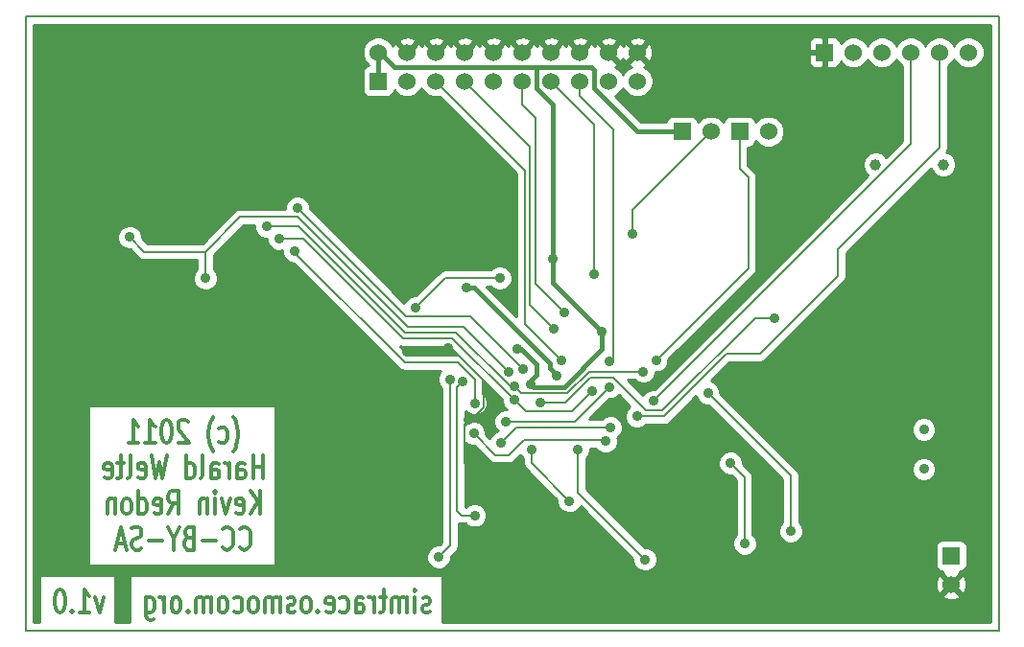
<source format=gbl>
G04 (created by PCBNEW-RS274X (2011-06-08)-testing) date Sa 02 Jul 2011 13:34:50 CEST*
G01*
G70*
G90*
%MOIN*%
G04 Gerber Fmt 3.4, Leading zero omitted, Abs format*
%FSLAX34Y34*%
G04 APERTURE LIST*
%ADD10C,0.006000*%
%ADD11C,0.012000*%
%ADD12C,0.008000*%
%ADD13C,0.039400*%
%ADD14R,0.060000X0.060000*%
%ADD15C,0.060000*%
%ADD16C,0.035400*%
%ADD17C,0.035000*%
%ADD18C,0.016000*%
%ADD19C,0.010000*%
G04 APERTURE END LIST*
G54D10*
G54D11*
X17156Y-55140D02*
X17013Y-55674D01*
X16871Y-55140D01*
X16328Y-55674D02*
X16671Y-55674D01*
X16499Y-55674D02*
X16499Y-54874D01*
X16556Y-54988D01*
X16614Y-55064D01*
X16671Y-55102D01*
X16071Y-55598D02*
X16043Y-55636D01*
X16071Y-55674D01*
X16100Y-55636D01*
X16071Y-55598D01*
X16071Y-55674D01*
X15671Y-54874D02*
X15614Y-54874D01*
X15557Y-54912D01*
X15528Y-54950D01*
X15499Y-55026D01*
X15471Y-55179D01*
X15471Y-55369D01*
X15499Y-55521D01*
X15528Y-55598D01*
X15557Y-55636D01*
X15614Y-55674D01*
X15671Y-55674D01*
X15728Y-55636D01*
X15757Y-55598D01*
X15785Y-55521D01*
X15814Y-55369D01*
X15814Y-55179D01*
X15785Y-55026D01*
X15757Y-54950D01*
X15728Y-54912D01*
X15671Y-54874D01*
X21663Y-50079D02*
X21691Y-50040D01*
X21748Y-49926D01*
X21777Y-49850D01*
X21806Y-49736D01*
X21834Y-49545D01*
X21834Y-49393D01*
X21806Y-49202D01*
X21777Y-49088D01*
X21748Y-49012D01*
X21691Y-48898D01*
X21663Y-48860D01*
X21177Y-49736D02*
X21234Y-49774D01*
X21348Y-49774D01*
X21406Y-49736D01*
X21434Y-49698D01*
X21463Y-49621D01*
X21463Y-49393D01*
X21434Y-49317D01*
X21406Y-49279D01*
X21348Y-49240D01*
X21234Y-49240D01*
X21177Y-49279D01*
X20977Y-50079D02*
X20949Y-50040D01*
X20892Y-49926D01*
X20863Y-49850D01*
X20834Y-49736D01*
X20806Y-49545D01*
X20806Y-49393D01*
X20834Y-49202D01*
X20863Y-49088D01*
X20892Y-49012D01*
X20949Y-48898D01*
X20977Y-48860D01*
X20092Y-49050D02*
X20063Y-49012D01*
X20006Y-48974D01*
X19863Y-48974D01*
X19806Y-49012D01*
X19777Y-49050D01*
X19749Y-49126D01*
X19749Y-49202D01*
X19777Y-49317D01*
X20120Y-49774D01*
X19749Y-49774D01*
X19378Y-48974D02*
X19321Y-48974D01*
X19264Y-49012D01*
X19235Y-49050D01*
X19206Y-49126D01*
X19178Y-49279D01*
X19178Y-49469D01*
X19206Y-49621D01*
X19235Y-49698D01*
X19264Y-49736D01*
X19321Y-49774D01*
X19378Y-49774D01*
X19435Y-49736D01*
X19464Y-49698D01*
X19492Y-49621D01*
X19521Y-49469D01*
X19521Y-49279D01*
X19492Y-49126D01*
X19464Y-49050D01*
X19435Y-49012D01*
X19378Y-48974D01*
X18607Y-49774D02*
X18950Y-49774D01*
X18778Y-49774D02*
X18778Y-48974D01*
X18835Y-49088D01*
X18893Y-49164D01*
X18950Y-49202D01*
X18036Y-49774D02*
X18379Y-49774D01*
X18207Y-49774D02*
X18207Y-48974D01*
X18264Y-49088D01*
X18322Y-49164D01*
X18379Y-49202D01*
X22692Y-51014D02*
X22692Y-50214D01*
X22692Y-50595D02*
X22349Y-50595D01*
X22349Y-51014D02*
X22349Y-50214D01*
X21806Y-51014D02*
X21806Y-50595D01*
X21835Y-50519D01*
X21892Y-50480D01*
X22006Y-50480D01*
X22063Y-50519D01*
X21806Y-50976D02*
X21863Y-51014D01*
X22006Y-51014D01*
X22063Y-50976D01*
X22092Y-50900D01*
X22092Y-50823D01*
X22063Y-50747D01*
X22006Y-50709D01*
X21863Y-50709D01*
X21806Y-50671D01*
X21520Y-51014D02*
X21520Y-50480D01*
X21520Y-50633D02*
X21492Y-50557D01*
X21463Y-50519D01*
X21406Y-50480D01*
X21349Y-50480D01*
X20892Y-51014D02*
X20892Y-50595D01*
X20921Y-50519D01*
X20978Y-50480D01*
X21092Y-50480D01*
X21149Y-50519D01*
X20892Y-50976D02*
X20949Y-51014D01*
X21092Y-51014D01*
X21149Y-50976D01*
X21178Y-50900D01*
X21178Y-50823D01*
X21149Y-50747D01*
X21092Y-50709D01*
X20949Y-50709D01*
X20892Y-50671D01*
X20520Y-51014D02*
X20578Y-50976D01*
X20606Y-50900D01*
X20606Y-50214D01*
X20035Y-51014D02*
X20035Y-50214D01*
X20035Y-50976D02*
X20092Y-51014D01*
X20206Y-51014D01*
X20264Y-50976D01*
X20292Y-50938D01*
X20321Y-50861D01*
X20321Y-50633D01*
X20292Y-50557D01*
X20264Y-50519D01*
X20206Y-50480D01*
X20092Y-50480D01*
X20035Y-50519D01*
X19349Y-50214D02*
X19206Y-51014D01*
X19092Y-50442D01*
X18978Y-51014D01*
X18835Y-50214D01*
X18378Y-50976D02*
X18435Y-51014D01*
X18549Y-51014D01*
X18606Y-50976D01*
X18635Y-50900D01*
X18635Y-50595D01*
X18606Y-50519D01*
X18549Y-50480D01*
X18435Y-50480D01*
X18378Y-50519D01*
X18349Y-50595D01*
X18349Y-50671D01*
X18635Y-50747D01*
X18006Y-51014D02*
X18064Y-50976D01*
X18092Y-50900D01*
X18092Y-50214D01*
X17864Y-50480D02*
X17635Y-50480D01*
X17778Y-50214D02*
X17778Y-50900D01*
X17750Y-50976D01*
X17692Y-51014D01*
X17635Y-51014D01*
X17207Y-50976D02*
X17264Y-51014D01*
X17378Y-51014D01*
X17435Y-50976D01*
X17464Y-50900D01*
X17464Y-50595D01*
X17435Y-50519D01*
X17378Y-50480D01*
X17264Y-50480D01*
X17207Y-50519D01*
X17178Y-50595D01*
X17178Y-50671D01*
X17464Y-50747D01*
X22607Y-52254D02*
X22607Y-51454D01*
X22264Y-52254D02*
X22521Y-51797D01*
X22264Y-51454D02*
X22607Y-51911D01*
X21779Y-52216D02*
X21836Y-52254D01*
X21950Y-52254D01*
X22007Y-52216D01*
X22036Y-52140D01*
X22036Y-51835D01*
X22007Y-51759D01*
X21950Y-51720D01*
X21836Y-51720D01*
X21779Y-51759D01*
X21750Y-51835D01*
X21750Y-51911D01*
X22036Y-51987D01*
X21550Y-51720D02*
X21407Y-52254D01*
X21265Y-51720D01*
X21036Y-52254D02*
X21036Y-51720D01*
X21036Y-51454D02*
X21065Y-51492D01*
X21036Y-51530D01*
X21008Y-51492D01*
X21036Y-51454D01*
X21036Y-51530D01*
X20750Y-51720D02*
X20750Y-52254D01*
X20750Y-51797D02*
X20722Y-51759D01*
X20664Y-51720D01*
X20579Y-51720D01*
X20522Y-51759D01*
X20493Y-51835D01*
X20493Y-52254D01*
X19407Y-52254D02*
X19607Y-51873D01*
X19750Y-52254D02*
X19750Y-51454D01*
X19522Y-51454D01*
X19464Y-51492D01*
X19436Y-51530D01*
X19407Y-51606D01*
X19407Y-51720D01*
X19436Y-51797D01*
X19464Y-51835D01*
X19522Y-51873D01*
X19750Y-51873D01*
X18922Y-52216D02*
X18979Y-52254D01*
X19093Y-52254D01*
X19150Y-52216D01*
X19179Y-52140D01*
X19179Y-51835D01*
X19150Y-51759D01*
X19093Y-51720D01*
X18979Y-51720D01*
X18922Y-51759D01*
X18893Y-51835D01*
X18893Y-51911D01*
X19179Y-51987D01*
X18379Y-52254D02*
X18379Y-51454D01*
X18379Y-52216D02*
X18436Y-52254D01*
X18550Y-52254D01*
X18608Y-52216D01*
X18636Y-52178D01*
X18665Y-52101D01*
X18665Y-51873D01*
X18636Y-51797D01*
X18608Y-51759D01*
X18550Y-51720D01*
X18436Y-51720D01*
X18379Y-51759D01*
X18007Y-52254D02*
X18065Y-52216D01*
X18093Y-52178D01*
X18122Y-52101D01*
X18122Y-51873D01*
X18093Y-51797D01*
X18065Y-51759D01*
X18007Y-51720D01*
X17922Y-51720D01*
X17865Y-51759D01*
X17836Y-51797D01*
X17807Y-51873D01*
X17807Y-52101D01*
X17836Y-52178D01*
X17865Y-52216D01*
X17922Y-52254D01*
X18007Y-52254D01*
X17550Y-51720D02*
X17550Y-52254D01*
X17550Y-51797D02*
X17522Y-51759D01*
X17464Y-51720D01*
X17379Y-51720D01*
X17322Y-51759D01*
X17293Y-51835D01*
X17293Y-52254D01*
X21906Y-53418D02*
X21935Y-53456D01*
X22021Y-53494D01*
X22078Y-53494D01*
X22163Y-53456D01*
X22221Y-53380D01*
X22249Y-53303D01*
X22278Y-53151D01*
X22278Y-53037D01*
X22249Y-52884D01*
X22221Y-52808D01*
X22163Y-52732D01*
X22078Y-52694D01*
X22021Y-52694D01*
X21935Y-52732D01*
X21906Y-52770D01*
X21306Y-53418D02*
X21335Y-53456D01*
X21421Y-53494D01*
X21478Y-53494D01*
X21563Y-53456D01*
X21621Y-53380D01*
X21649Y-53303D01*
X21678Y-53151D01*
X21678Y-53037D01*
X21649Y-52884D01*
X21621Y-52808D01*
X21563Y-52732D01*
X21478Y-52694D01*
X21421Y-52694D01*
X21335Y-52732D01*
X21306Y-52770D01*
X21049Y-53189D02*
X20592Y-53189D01*
X20106Y-53075D02*
X20020Y-53113D01*
X19992Y-53151D01*
X19963Y-53227D01*
X19963Y-53341D01*
X19992Y-53418D01*
X20020Y-53456D01*
X20078Y-53494D01*
X20306Y-53494D01*
X20306Y-52694D01*
X20106Y-52694D01*
X20049Y-52732D01*
X20020Y-52770D01*
X19992Y-52846D01*
X19992Y-52922D01*
X20020Y-52999D01*
X20049Y-53037D01*
X20106Y-53075D01*
X20306Y-53075D01*
X19592Y-53113D02*
X19592Y-53494D01*
X19792Y-52694D02*
X19592Y-53113D01*
X19392Y-52694D01*
X19192Y-53189D02*
X18735Y-53189D01*
X18478Y-53456D02*
X18392Y-53494D01*
X18249Y-53494D01*
X18192Y-53456D01*
X18163Y-53418D01*
X18135Y-53341D01*
X18135Y-53265D01*
X18163Y-53189D01*
X18192Y-53151D01*
X18249Y-53113D01*
X18363Y-53075D01*
X18421Y-53037D01*
X18449Y-52999D01*
X18478Y-52922D01*
X18478Y-52846D01*
X18449Y-52770D01*
X18421Y-52732D01*
X18363Y-52694D01*
X18221Y-52694D01*
X18135Y-52732D01*
X17907Y-53265D02*
X17621Y-53265D01*
X17964Y-53494D02*
X17764Y-52694D01*
X17564Y-53494D01*
G54D12*
X14450Y-56300D02*
X14450Y-34950D01*
X48250Y-56300D02*
X14450Y-56300D01*
X48250Y-34950D02*
X48250Y-56300D01*
X15250Y-34950D02*
X48250Y-34950D01*
X14450Y-34950D02*
X15250Y-34950D01*
G54D11*
X28493Y-55636D02*
X28436Y-55674D01*
X28321Y-55674D01*
X28264Y-55636D01*
X28236Y-55560D01*
X28236Y-55521D01*
X28264Y-55445D01*
X28321Y-55407D01*
X28407Y-55407D01*
X28464Y-55369D01*
X28493Y-55293D01*
X28493Y-55255D01*
X28464Y-55179D01*
X28407Y-55140D01*
X28321Y-55140D01*
X28264Y-55179D01*
X27978Y-55674D02*
X27978Y-55140D01*
X27978Y-54874D02*
X28007Y-54912D01*
X27978Y-54950D01*
X27950Y-54912D01*
X27978Y-54874D01*
X27978Y-54950D01*
X27692Y-55674D02*
X27692Y-55140D01*
X27692Y-55217D02*
X27664Y-55179D01*
X27606Y-55140D01*
X27521Y-55140D01*
X27464Y-55179D01*
X27435Y-55255D01*
X27435Y-55674D01*
X27435Y-55255D02*
X27406Y-55179D01*
X27349Y-55140D01*
X27264Y-55140D01*
X27206Y-55179D01*
X27178Y-55255D01*
X27178Y-55674D01*
X26978Y-55140D02*
X26749Y-55140D01*
X26892Y-54874D02*
X26892Y-55560D01*
X26864Y-55636D01*
X26806Y-55674D01*
X26749Y-55674D01*
X26549Y-55674D02*
X26549Y-55140D01*
X26549Y-55293D02*
X26521Y-55217D01*
X26492Y-55179D01*
X26435Y-55140D01*
X26378Y-55140D01*
X25921Y-55674D02*
X25921Y-55255D01*
X25950Y-55179D01*
X26007Y-55140D01*
X26121Y-55140D01*
X26178Y-55179D01*
X25921Y-55636D02*
X25978Y-55674D01*
X26121Y-55674D01*
X26178Y-55636D01*
X26207Y-55560D01*
X26207Y-55483D01*
X26178Y-55407D01*
X26121Y-55369D01*
X25978Y-55369D01*
X25921Y-55331D01*
X25378Y-55636D02*
X25435Y-55674D01*
X25549Y-55674D01*
X25607Y-55636D01*
X25635Y-55598D01*
X25664Y-55521D01*
X25664Y-55293D01*
X25635Y-55217D01*
X25607Y-55179D01*
X25549Y-55140D01*
X25435Y-55140D01*
X25378Y-55179D01*
X24893Y-55636D02*
X24950Y-55674D01*
X25064Y-55674D01*
X25121Y-55636D01*
X25150Y-55560D01*
X25150Y-55255D01*
X25121Y-55179D01*
X25064Y-55140D01*
X24950Y-55140D01*
X24893Y-55179D01*
X24864Y-55255D01*
X24864Y-55331D01*
X25150Y-55407D01*
X24607Y-55598D02*
X24579Y-55636D01*
X24607Y-55674D01*
X24636Y-55636D01*
X24607Y-55598D01*
X24607Y-55674D01*
X24235Y-55674D02*
X24293Y-55636D01*
X24321Y-55598D01*
X24350Y-55521D01*
X24350Y-55293D01*
X24321Y-55217D01*
X24293Y-55179D01*
X24235Y-55140D01*
X24150Y-55140D01*
X24093Y-55179D01*
X24064Y-55217D01*
X24035Y-55293D01*
X24035Y-55521D01*
X24064Y-55598D01*
X24093Y-55636D01*
X24150Y-55674D01*
X24235Y-55674D01*
X23807Y-55636D02*
X23750Y-55674D01*
X23635Y-55674D01*
X23578Y-55636D01*
X23550Y-55560D01*
X23550Y-55521D01*
X23578Y-55445D01*
X23635Y-55407D01*
X23721Y-55407D01*
X23778Y-55369D01*
X23807Y-55293D01*
X23807Y-55255D01*
X23778Y-55179D01*
X23721Y-55140D01*
X23635Y-55140D01*
X23578Y-55179D01*
X23292Y-55674D02*
X23292Y-55140D01*
X23292Y-55217D02*
X23264Y-55179D01*
X23206Y-55140D01*
X23121Y-55140D01*
X23064Y-55179D01*
X23035Y-55255D01*
X23035Y-55674D01*
X23035Y-55255D02*
X23006Y-55179D01*
X22949Y-55140D01*
X22864Y-55140D01*
X22806Y-55179D01*
X22778Y-55255D01*
X22778Y-55674D01*
X22406Y-55674D02*
X22464Y-55636D01*
X22492Y-55598D01*
X22521Y-55521D01*
X22521Y-55293D01*
X22492Y-55217D01*
X22464Y-55179D01*
X22406Y-55140D01*
X22321Y-55140D01*
X22264Y-55179D01*
X22235Y-55217D01*
X22206Y-55293D01*
X22206Y-55521D01*
X22235Y-55598D01*
X22264Y-55636D01*
X22321Y-55674D01*
X22406Y-55674D01*
X21692Y-55636D02*
X21749Y-55674D01*
X21863Y-55674D01*
X21921Y-55636D01*
X21949Y-55598D01*
X21978Y-55521D01*
X21978Y-55293D01*
X21949Y-55217D01*
X21921Y-55179D01*
X21863Y-55140D01*
X21749Y-55140D01*
X21692Y-55179D01*
X21349Y-55674D02*
X21407Y-55636D01*
X21435Y-55598D01*
X21464Y-55521D01*
X21464Y-55293D01*
X21435Y-55217D01*
X21407Y-55179D01*
X21349Y-55140D01*
X21264Y-55140D01*
X21207Y-55179D01*
X21178Y-55217D01*
X21149Y-55293D01*
X21149Y-55521D01*
X21178Y-55598D01*
X21207Y-55636D01*
X21264Y-55674D01*
X21349Y-55674D01*
X20892Y-55674D02*
X20892Y-55140D01*
X20892Y-55217D02*
X20864Y-55179D01*
X20806Y-55140D01*
X20721Y-55140D01*
X20664Y-55179D01*
X20635Y-55255D01*
X20635Y-55674D01*
X20635Y-55255D02*
X20606Y-55179D01*
X20549Y-55140D01*
X20464Y-55140D01*
X20406Y-55179D01*
X20378Y-55255D01*
X20378Y-55674D01*
X20092Y-55598D02*
X20064Y-55636D01*
X20092Y-55674D01*
X20121Y-55636D01*
X20092Y-55598D01*
X20092Y-55674D01*
X19720Y-55674D02*
X19778Y-55636D01*
X19806Y-55598D01*
X19835Y-55521D01*
X19835Y-55293D01*
X19806Y-55217D01*
X19778Y-55179D01*
X19720Y-55140D01*
X19635Y-55140D01*
X19578Y-55179D01*
X19549Y-55217D01*
X19520Y-55293D01*
X19520Y-55521D01*
X19549Y-55598D01*
X19578Y-55636D01*
X19635Y-55674D01*
X19720Y-55674D01*
X19263Y-55674D02*
X19263Y-55140D01*
X19263Y-55293D02*
X19235Y-55217D01*
X19206Y-55179D01*
X19149Y-55140D01*
X19092Y-55140D01*
X18635Y-55140D02*
X18635Y-55788D01*
X18664Y-55864D01*
X18692Y-55902D01*
X18749Y-55940D01*
X18835Y-55940D01*
X18892Y-55902D01*
X18635Y-55636D02*
X18692Y-55674D01*
X18806Y-55674D01*
X18864Y-55636D01*
X18892Y-55598D01*
X18921Y-55521D01*
X18921Y-55293D01*
X18892Y-55217D01*
X18864Y-55179D01*
X18806Y-55140D01*
X18692Y-55140D01*
X18635Y-55179D01*
G54D13*
X46331Y-40100D03*
X43969Y-40100D03*
G54D14*
X26700Y-37200D03*
G54D15*
X26700Y-36200D03*
X27700Y-37200D03*
X27700Y-36200D03*
X28700Y-37200D03*
X28700Y-36200D03*
X29700Y-37200D03*
X29700Y-36200D03*
X30700Y-37200D03*
X30700Y-36200D03*
X31700Y-37200D03*
X31700Y-36200D03*
X32700Y-37200D03*
X32700Y-36200D03*
X33700Y-37200D03*
X33700Y-36200D03*
X34700Y-37200D03*
X34700Y-36200D03*
X35700Y-37200D03*
X35700Y-36200D03*
G54D14*
X37250Y-38950D03*
G54D15*
X38250Y-38950D03*
G54D14*
X39250Y-38950D03*
G54D15*
X40250Y-38950D03*
G54D14*
X46600Y-53700D03*
G54D15*
X46600Y-54700D03*
G54D14*
X42200Y-36200D03*
G54D15*
X43200Y-36200D03*
X44200Y-36200D03*
X45200Y-36200D03*
X46200Y-36200D03*
X47200Y-36200D03*
G54D16*
X45650Y-50689D03*
X45650Y-49311D03*
G54D17*
X34742Y-46956D03*
X22816Y-42245D03*
X31421Y-47811D03*
X35910Y-47293D03*
X31131Y-49039D03*
X34737Y-47832D03*
X35965Y-53828D03*
X33639Y-50003D03*
X36268Y-48322D03*
X35682Y-48858D03*
X31217Y-47293D03*
X20700Y-44056D03*
X18070Y-42624D03*
X23261Y-42681D03*
X31426Y-48290D03*
X34128Y-47979D03*
X30050Y-52300D03*
X29645Y-47626D03*
X28800Y-53750D03*
X29191Y-47561D03*
X23892Y-41603D03*
X31733Y-47209D03*
X30973Y-49764D03*
X34764Y-49247D03*
X23802Y-43110D03*
X30055Y-48393D03*
X41028Y-52849D03*
X38147Y-48037D03*
X30013Y-49446D03*
X34597Y-49724D03*
X33174Y-45257D03*
X33063Y-46911D03*
X34193Y-43899D03*
X36353Y-46899D03*
X32812Y-45800D03*
X29777Y-44364D03*
X32900Y-47435D03*
X39422Y-53275D03*
X38933Y-50482D03*
X32018Y-50002D03*
X33332Y-51799D03*
X34468Y-45915D03*
X32772Y-43374D03*
X31986Y-47726D03*
X31514Y-46505D03*
X28618Y-42765D03*
X28093Y-44156D03*
X31150Y-51924D03*
X32784Y-51816D03*
X27696Y-46611D03*
X29830Y-48992D03*
X29117Y-46460D03*
X32321Y-48367D03*
X40475Y-45434D03*
X30923Y-44046D03*
X27997Y-45069D03*
X35524Y-42509D03*
G54D12*
X33700Y-37200D02*
X33700Y-37700D01*
X33700Y-37700D02*
X34866Y-38866D01*
X34742Y-46956D02*
X34866Y-46832D01*
X34866Y-46832D02*
X34866Y-38866D01*
X31283Y-47811D02*
X31421Y-47811D01*
X29398Y-45926D02*
X31283Y-47811D01*
X27615Y-45926D02*
X29398Y-45926D01*
X23934Y-42245D02*
X27615Y-45926D01*
X22816Y-42245D02*
X23934Y-42245D01*
X31658Y-48048D02*
X31421Y-47811D01*
X33260Y-48048D02*
X31658Y-48048D01*
X34015Y-47293D02*
X33260Y-48048D01*
X35910Y-47293D02*
X34015Y-47293D01*
X33530Y-49039D02*
X34737Y-47832D01*
X31131Y-49039D02*
X33530Y-49039D01*
X35965Y-53828D02*
X33639Y-51502D01*
X33639Y-51502D02*
X33639Y-50003D01*
X45200Y-39390D02*
X36268Y-48322D01*
X45200Y-36200D02*
X45200Y-39390D01*
X36616Y-48858D02*
X35682Y-48858D01*
X38790Y-46684D02*
X36616Y-48858D01*
X39948Y-46684D02*
X38790Y-46684D01*
X42672Y-43960D02*
X39948Y-46684D01*
X42672Y-43050D02*
X42672Y-43960D01*
X46200Y-39522D02*
X42672Y-43050D01*
X46200Y-36200D02*
X46200Y-39522D01*
X18575Y-43129D02*
X18070Y-42624D01*
X20700Y-43129D02*
X18575Y-43129D01*
X20700Y-44056D02*
X20700Y-43129D01*
X29666Y-45742D02*
X31217Y-47293D01*
X27713Y-45742D02*
X29666Y-45742D01*
X23895Y-41924D02*
X27713Y-45742D01*
X21905Y-41924D02*
X23895Y-41924D01*
X20700Y-43129D02*
X21905Y-41924D01*
X33421Y-48686D02*
X34128Y-47979D01*
X31822Y-48686D02*
X33421Y-48686D01*
X31426Y-48290D02*
X31822Y-48686D01*
X29278Y-46142D02*
X31426Y-48290D01*
X27571Y-46142D02*
X29278Y-46142D01*
X24110Y-42681D02*
X27571Y-46142D01*
X23261Y-42681D02*
X24110Y-42681D01*
X30050Y-52300D02*
X29600Y-52300D01*
X29600Y-52300D02*
X29440Y-52140D01*
X29440Y-47831D02*
X29645Y-47626D01*
X29440Y-52140D02*
X29440Y-47831D01*
X29200Y-52300D02*
X29191Y-52300D01*
X29191Y-52309D02*
X29200Y-52300D01*
X29191Y-53359D02*
X29191Y-52309D01*
X28800Y-53750D02*
X29191Y-53359D01*
X29191Y-52300D02*
X29191Y-47561D01*
X29912Y-45388D02*
X31733Y-47209D01*
X27677Y-45388D02*
X29912Y-45388D01*
X23892Y-41603D02*
X27677Y-45388D01*
X31490Y-49247D02*
X34764Y-49247D01*
X30973Y-49764D02*
X31490Y-49247D01*
X23802Y-43167D02*
X23802Y-43110D01*
X27623Y-46988D02*
X23802Y-43167D01*
X29477Y-46988D02*
X27623Y-46988D01*
X30055Y-47566D02*
X29477Y-46988D01*
X30055Y-48393D02*
X30055Y-47566D01*
X41028Y-50918D02*
X38147Y-48037D01*
X41028Y-52849D02*
X41028Y-50918D01*
X34557Y-49684D02*
X34597Y-49724D01*
X31755Y-49684D02*
X34557Y-49684D01*
X31240Y-50199D02*
X31755Y-49684D01*
X30766Y-50199D02*
X31240Y-50199D01*
X30013Y-49446D02*
X30766Y-50199D01*
X31700Y-37200D02*
X31700Y-38000D01*
X31700Y-38000D02*
X32163Y-38463D01*
X33174Y-45257D02*
X32163Y-44246D01*
X32163Y-44246D02*
X32163Y-38463D01*
X31795Y-40295D02*
X28700Y-37200D01*
X31795Y-45643D02*
X31795Y-40295D01*
X33063Y-46911D02*
X31795Y-45643D01*
X34193Y-38693D02*
X32700Y-37200D01*
X34193Y-43899D02*
X34193Y-38693D01*
X39250Y-38950D02*
X39250Y-40250D01*
X39250Y-40250D02*
X39550Y-40550D01*
X39550Y-43702D02*
X36353Y-46899D01*
X39550Y-40550D02*
X39550Y-43702D01*
X31979Y-39479D02*
X29700Y-37200D01*
X31979Y-44967D02*
X31979Y-39479D01*
X32812Y-45800D02*
X31979Y-44967D01*
G54D18*
X30014Y-44364D02*
X32650Y-47000D01*
X32650Y-47000D02*
X32650Y-47185D01*
X32650Y-47185D02*
X32900Y-47435D01*
X29777Y-44364D02*
X30014Y-44364D01*
G54D12*
X39422Y-53275D02*
X39422Y-50971D01*
X39422Y-50971D02*
X38933Y-50482D01*
X32018Y-50485D02*
X32018Y-50002D01*
X33332Y-51799D02*
X32018Y-50485D01*
G54D18*
X31986Y-47726D02*
X31986Y-47614D01*
X31655Y-46505D02*
X31514Y-46505D01*
X32200Y-47050D02*
X31655Y-46505D01*
X32200Y-47400D02*
X32200Y-47050D01*
X31986Y-47614D02*
X32200Y-47400D01*
X34468Y-45915D02*
X34468Y-46520D01*
X32086Y-47826D02*
X31986Y-47726D01*
X33162Y-47826D02*
X32086Y-47826D01*
X34468Y-46520D02*
X33162Y-47826D01*
X32772Y-43374D02*
X32772Y-44219D01*
X32772Y-44219D02*
X34468Y-45915D01*
X34200Y-37300D02*
X34200Y-37450D01*
X34100Y-36700D02*
X34206Y-36806D01*
X34206Y-36806D02*
X34206Y-37294D01*
X34206Y-37294D02*
X34200Y-37300D01*
X32151Y-36700D02*
X34100Y-36700D01*
X35700Y-38950D02*
X37250Y-38950D01*
X34200Y-37450D02*
X35700Y-38950D01*
X32200Y-37200D02*
X32200Y-37450D01*
X32772Y-38022D02*
X32772Y-43374D01*
X32200Y-37450D02*
X32772Y-38022D01*
X32200Y-37200D02*
X32200Y-36749D01*
X32200Y-36749D02*
X32151Y-36700D01*
X26700Y-36200D02*
X26750Y-36200D01*
X27250Y-36700D02*
X32151Y-36700D01*
X26750Y-36200D02*
X27250Y-36700D01*
G54D12*
X26700Y-36650D02*
X26650Y-36650D01*
X26650Y-36650D02*
X26700Y-36650D01*
G54D18*
X26700Y-36200D02*
X26700Y-36650D01*
X26700Y-36650D02*
X26700Y-37200D01*
G54D12*
X32151Y-36700D02*
X32200Y-36749D01*
X35711Y-38950D02*
X37250Y-38950D01*
X34149Y-37388D02*
X35711Y-38950D01*
X34149Y-36771D02*
X34149Y-37388D01*
X34127Y-36749D02*
X34149Y-36771D01*
X32200Y-36749D02*
X34127Y-36749D01*
X34468Y-45915D02*
X32772Y-44219D01*
X28618Y-43631D02*
X28093Y-44156D01*
X28618Y-42765D02*
X28618Y-43631D01*
X31258Y-51816D02*
X32784Y-51816D01*
X31150Y-51924D02*
X31258Y-51816D01*
X29117Y-46611D02*
X29117Y-46460D01*
X27696Y-46611D02*
X29117Y-46611D01*
X29931Y-48992D02*
X29830Y-48992D01*
X30374Y-48549D02*
X29931Y-48992D01*
X30374Y-47625D02*
X30374Y-48549D01*
X29360Y-46611D02*
X30374Y-47625D01*
X29117Y-46611D02*
X29360Y-46611D01*
X29694Y-49128D02*
X29830Y-48992D01*
X29694Y-50468D02*
X29694Y-49128D01*
X31150Y-51924D02*
X29694Y-50468D01*
X33201Y-48367D02*
X32321Y-48367D01*
X34054Y-47514D02*
X33201Y-48367D01*
X34870Y-47514D02*
X34054Y-47514D01*
X36010Y-48654D02*
X34870Y-47514D01*
X36560Y-48654D02*
X36010Y-48654D01*
X39780Y-45434D02*
X36560Y-48654D01*
X40475Y-45434D02*
X39780Y-45434D01*
X29020Y-44046D02*
X27997Y-45069D01*
X30923Y-44046D02*
X29020Y-44046D01*
X35524Y-41676D02*
X35524Y-42509D01*
X38250Y-38950D02*
X35524Y-41676D01*
G54D19*
X27447Y-46401D02*
X27447Y-46401D01*
X27526Y-46481D02*
X29206Y-46481D01*
X27606Y-46561D02*
X29286Y-46561D01*
X27686Y-46641D02*
X29366Y-46641D01*
X30345Y-47619D02*
X30345Y-47619D01*
X30345Y-47699D02*
X30425Y-47699D01*
X30345Y-47779D02*
X30505Y-47779D01*
X30345Y-47859D02*
X30585Y-47859D01*
X30345Y-47939D02*
X30665Y-47939D01*
X30345Y-48019D02*
X30745Y-48019D01*
X30362Y-48099D02*
X30825Y-48099D01*
X30426Y-48179D02*
X30905Y-48179D01*
X30459Y-48259D02*
X30985Y-48259D01*
X30480Y-48339D02*
X31001Y-48339D01*
X30480Y-48419D02*
X31020Y-48419D01*
X30472Y-48499D02*
X31053Y-48499D01*
X30438Y-48579D02*
X31114Y-48579D01*
X30390Y-48659D02*
X30937Y-48659D01*
X29730Y-48739D02*
X29800Y-48739D01*
X30310Y-48739D02*
X30830Y-48739D01*
X29730Y-48819D02*
X30762Y-48819D01*
X29730Y-48899D02*
X30728Y-48899D01*
X29730Y-48979D02*
X30706Y-48979D01*
X29730Y-49059D02*
X29836Y-49059D01*
X30189Y-49059D02*
X30706Y-49059D01*
X30307Y-49139D02*
X30713Y-49139D01*
X30379Y-49219D02*
X30746Y-49219D01*
X30412Y-49299D02*
X30790Y-49299D01*
X30438Y-49379D02*
X30791Y-49379D01*
X30438Y-49459D02*
X30677Y-49459D01*
X30516Y-49539D02*
X30606Y-49539D01*
X14740Y-35240D02*
X47960Y-35240D01*
X14740Y-35320D02*
X47960Y-35320D01*
X14740Y-35400D02*
X47960Y-35400D01*
X14740Y-35480D02*
X47960Y-35480D01*
X14740Y-35560D02*
X47960Y-35560D01*
X14740Y-35640D02*
X47960Y-35640D01*
X14740Y-35720D02*
X26425Y-35720D01*
X26974Y-35720D02*
X27438Y-35720D01*
X27958Y-35720D02*
X28438Y-35720D01*
X28958Y-35720D02*
X29438Y-35720D01*
X29958Y-35720D02*
X30438Y-35720D01*
X30958Y-35720D02*
X31438Y-35720D01*
X31958Y-35720D02*
X32438Y-35720D01*
X32958Y-35720D02*
X33438Y-35720D01*
X33958Y-35720D02*
X34438Y-35720D01*
X34958Y-35720D02*
X35438Y-35720D01*
X35958Y-35720D02*
X41728Y-35720D01*
X42150Y-35720D02*
X42250Y-35720D01*
X42672Y-35720D02*
X42925Y-35720D01*
X43474Y-35720D02*
X43925Y-35720D01*
X44474Y-35720D02*
X44925Y-35720D01*
X45474Y-35720D02*
X45925Y-35720D01*
X46474Y-35720D02*
X46925Y-35720D01*
X47474Y-35720D02*
X47960Y-35720D01*
X14740Y-35800D02*
X26324Y-35800D01*
X27076Y-35800D02*
X27398Y-35800D01*
X28001Y-35800D02*
X28398Y-35800D01*
X29001Y-35800D02*
X29398Y-35800D01*
X30001Y-35800D02*
X30398Y-35800D01*
X31001Y-35800D02*
X31398Y-35800D01*
X32001Y-35800D02*
X32398Y-35800D01*
X33001Y-35800D02*
X33398Y-35800D01*
X34001Y-35800D02*
X34398Y-35800D01*
X35001Y-35800D02*
X35398Y-35800D01*
X36001Y-35800D02*
X41671Y-35800D01*
X42150Y-35800D02*
X42250Y-35800D01*
X42728Y-35800D02*
X42824Y-35800D01*
X43576Y-35800D02*
X43824Y-35800D01*
X44576Y-35800D02*
X44824Y-35800D01*
X45576Y-35800D02*
X45824Y-35800D01*
X46576Y-35800D02*
X46824Y-35800D01*
X47576Y-35800D02*
X47960Y-35800D01*
X14740Y-35880D02*
X26244Y-35880D01*
X27156Y-35880D02*
X27451Y-35880D01*
X27950Y-35880D02*
X28008Y-35880D01*
X28008Y-35880D02*
X28451Y-35880D01*
X28950Y-35880D02*
X29008Y-35880D01*
X29008Y-35880D02*
X29451Y-35880D01*
X29950Y-35880D02*
X30008Y-35880D01*
X30008Y-35880D02*
X30451Y-35880D01*
X30950Y-35880D02*
X31008Y-35880D01*
X31008Y-35880D02*
X31451Y-35880D01*
X31950Y-35880D02*
X32008Y-35880D01*
X32008Y-35880D02*
X32451Y-35880D01*
X32950Y-35880D02*
X33008Y-35880D01*
X33008Y-35880D02*
X33451Y-35880D01*
X33950Y-35880D02*
X34008Y-35880D01*
X34008Y-35880D02*
X34451Y-35880D01*
X34950Y-35880D02*
X35008Y-35880D01*
X35008Y-35880D02*
X35451Y-35880D01*
X35950Y-35880D02*
X36008Y-35880D01*
X36008Y-35880D02*
X41651Y-35880D01*
X42150Y-35880D02*
X42250Y-35880D01*
X43656Y-35880D02*
X43744Y-35880D01*
X44656Y-35880D02*
X44744Y-35880D01*
X45656Y-35880D02*
X45744Y-35880D01*
X46656Y-35880D02*
X46744Y-35880D01*
X47656Y-35880D02*
X47960Y-35880D01*
X14740Y-35960D02*
X26205Y-35960D01*
X27194Y-35960D02*
X27212Y-35960D01*
X27389Y-35960D02*
X27531Y-35960D01*
X27870Y-35960D02*
X28008Y-35960D01*
X28008Y-35960D02*
X28010Y-35960D01*
X28188Y-35960D02*
X28213Y-35960D01*
X28389Y-35960D02*
X28531Y-35960D01*
X28870Y-35960D02*
X29008Y-35960D01*
X29008Y-35960D02*
X29010Y-35960D01*
X29188Y-35960D02*
X29213Y-35960D01*
X29389Y-35960D02*
X29531Y-35960D01*
X29870Y-35960D02*
X30008Y-35960D01*
X30008Y-35960D02*
X30010Y-35960D01*
X30188Y-35960D02*
X30213Y-35960D01*
X30389Y-35960D02*
X30531Y-35960D01*
X30870Y-35960D02*
X31008Y-35960D01*
X31008Y-35960D02*
X31010Y-35960D01*
X31188Y-35960D02*
X31213Y-35960D01*
X31389Y-35960D02*
X31531Y-35960D01*
X31870Y-35960D02*
X32008Y-35960D01*
X32008Y-35960D02*
X32010Y-35960D01*
X32188Y-35960D02*
X32213Y-35960D01*
X32389Y-35960D02*
X32531Y-35960D01*
X32870Y-35960D02*
X33008Y-35960D01*
X33008Y-35960D02*
X33010Y-35960D01*
X33188Y-35960D02*
X33213Y-35960D01*
X33389Y-35960D02*
X33531Y-35960D01*
X33870Y-35960D02*
X34008Y-35960D01*
X34008Y-35960D02*
X34010Y-35960D01*
X34188Y-35960D02*
X34213Y-35960D01*
X34389Y-35960D02*
X34531Y-35960D01*
X34870Y-35960D02*
X35008Y-35960D01*
X35008Y-35960D02*
X35010Y-35960D01*
X35188Y-35960D02*
X35213Y-35960D01*
X35389Y-35960D02*
X35531Y-35960D01*
X35870Y-35960D02*
X36008Y-35960D01*
X36008Y-35960D02*
X36010Y-35960D01*
X36188Y-35960D02*
X41650Y-35960D01*
X42150Y-35960D02*
X42250Y-35960D01*
X43694Y-35960D02*
X43705Y-35960D01*
X44694Y-35960D02*
X44705Y-35960D01*
X45694Y-35960D02*
X45705Y-35960D01*
X46694Y-35960D02*
X46705Y-35960D01*
X47694Y-35960D02*
X47960Y-35960D01*
X14740Y-36040D02*
X26172Y-36040D01*
X27469Y-36040D02*
X27611Y-36040D01*
X27790Y-36040D02*
X27930Y-36040D01*
X28469Y-36040D02*
X28611Y-36040D01*
X28790Y-36040D02*
X28930Y-36040D01*
X29469Y-36040D02*
X29611Y-36040D01*
X29790Y-36040D02*
X29930Y-36040D01*
X30469Y-36040D02*
X30611Y-36040D01*
X30790Y-36040D02*
X30930Y-36040D01*
X31469Y-36040D02*
X31611Y-36040D01*
X31790Y-36040D02*
X31930Y-36040D01*
X32469Y-36040D02*
X32611Y-36040D01*
X32790Y-36040D02*
X32930Y-36040D01*
X33469Y-36040D02*
X33611Y-36040D01*
X33790Y-36040D02*
X33930Y-36040D01*
X34469Y-36040D02*
X34611Y-36040D01*
X34790Y-36040D02*
X34930Y-36040D01*
X35469Y-36040D02*
X35611Y-36040D01*
X35790Y-36040D02*
X35930Y-36040D01*
X36221Y-36040D02*
X41650Y-36040D01*
X42150Y-36040D02*
X42250Y-36040D01*
X47727Y-36040D02*
X47960Y-36040D01*
X14740Y-36120D02*
X26151Y-36120D01*
X27549Y-36120D02*
X27691Y-36120D01*
X27710Y-36120D02*
X27850Y-36120D01*
X28549Y-36120D02*
X28691Y-36120D01*
X28710Y-36120D02*
X28850Y-36120D01*
X29549Y-36120D02*
X29691Y-36120D01*
X29710Y-36120D02*
X29850Y-36120D01*
X30549Y-36120D02*
X30691Y-36120D01*
X30710Y-36120D02*
X30850Y-36120D01*
X31549Y-36120D02*
X31691Y-36120D01*
X31710Y-36120D02*
X31850Y-36120D01*
X32549Y-36120D02*
X32691Y-36120D01*
X32710Y-36120D02*
X32850Y-36120D01*
X33549Y-36120D02*
X33691Y-36120D01*
X33710Y-36120D02*
X33850Y-36120D01*
X34549Y-36120D02*
X34691Y-36120D01*
X34710Y-36120D02*
X34850Y-36120D01*
X35549Y-36120D02*
X35691Y-36120D01*
X35710Y-36120D02*
X35850Y-36120D01*
X36234Y-36120D02*
X41682Y-36120D01*
X42150Y-36120D02*
X42250Y-36120D01*
X47749Y-36120D02*
X47960Y-36120D01*
X14740Y-36200D02*
X26151Y-36200D01*
X27629Y-36200D02*
X27771Y-36200D01*
X28629Y-36200D02*
X28771Y-36200D01*
X29629Y-36200D02*
X29771Y-36200D01*
X30629Y-36200D02*
X30771Y-36200D01*
X31629Y-36200D02*
X31771Y-36200D01*
X32629Y-36200D02*
X32771Y-36200D01*
X33629Y-36200D02*
X33771Y-36200D01*
X34629Y-36200D02*
X34771Y-36200D01*
X35629Y-36200D02*
X35629Y-36200D01*
X35629Y-36200D02*
X35771Y-36200D01*
X36238Y-36200D02*
X42150Y-36200D01*
X42150Y-36200D02*
X42250Y-36200D01*
X47749Y-36200D02*
X47960Y-36200D01*
X14740Y-36280D02*
X26151Y-36280D01*
X34709Y-36280D02*
X34851Y-36280D01*
X35550Y-36280D02*
X35629Y-36280D01*
X35629Y-36280D02*
X35690Y-36280D01*
X35709Y-36280D02*
X35851Y-36280D01*
X36243Y-36280D02*
X36243Y-36280D01*
X36243Y-36280D02*
X41682Y-36280D01*
X42150Y-36280D02*
X42250Y-36280D01*
X47749Y-36280D02*
X47960Y-36280D01*
X14740Y-36360D02*
X26173Y-36360D01*
X34789Y-36360D02*
X34931Y-36360D01*
X35470Y-36360D02*
X35610Y-36360D01*
X35789Y-36360D02*
X35931Y-36360D01*
X36215Y-36360D02*
X36243Y-36360D01*
X36243Y-36360D02*
X41651Y-36360D01*
X42150Y-36360D02*
X42250Y-36360D01*
X47728Y-36360D02*
X47749Y-36360D01*
X47749Y-36360D02*
X47960Y-36360D01*
X14740Y-36440D02*
X26206Y-36440D01*
X34869Y-36440D02*
X35011Y-36440D01*
X35186Y-36440D02*
X35211Y-36440D01*
X35390Y-36440D02*
X35530Y-36440D01*
X35869Y-36440D02*
X36011Y-36440D01*
X36187Y-36440D02*
X36243Y-36440D01*
X36243Y-36440D02*
X41651Y-36440D01*
X42150Y-36440D02*
X42250Y-36440D01*
X43695Y-36440D02*
X43706Y-36440D01*
X44695Y-36440D02*
X44706Y-36440D01*
X46695Y-36440D02*
X46706Y-36440D01*
X47695Y-36440D02*
X47749Y-36440D01*
X47749Y-36440D02*
X47960Y-36440D01*
X14740Y-36520D02*
X26244Y-36520D01*
X34949Y-36520D02*
X35450Y-36520D01*
X35949Y-36520D02*
X36243Y-36520D01*
X36243Y-36520D02*
X41651Y-36520D01*
X42150Y-36520D02*
X42250Y-36520D01*
X43656Y-36520D02*
X43744Y-36520D01*
X44656Y-36520D02*
X44744Y-36520D01*
X46656Y-36520D02*
X46744Y-36520D01*
X47656Y-36520D02*
X47749Y-36520D01*
X47749Y-36520D02*
X47960Y-36520D01*
X14740Y-36600D02*
X26324Y-36600D01*
X35002Y-36600D02*
X35399Y-36600D01*
X36002Y-36600D02*
X36243Y-36600D01*
X36243Y-36600D02*
X41672Y-36600D01*
X42150Y-36600D02*
X42250Y-36600D01*
X42729Y-36600D02*
X42824Y-36600D01*
X43576Y-36600D02*
X43824Y-36600D01*
X44576Y-36600D02*
X44824Y-36600D01*
X46576Y-36600D02*
X46824Y-36600D01*
X47576Y-36600D02*
X47749Y-36600D01*
X47749Y-36600D02*
X47960Y-36600D01*
X14740Y-36680D02*
X26280Y-36680D01*
X34962Y-36680D02*
X35442Y-36680D01*
X35962Y-36680D02*
X36243Y-36680D01*
X36243Y-36680D02*
X41728Y-36680D01*
X42150Y-36680D02*
X42250Y-36680D01*
X42672Y-36680D02*
X42926Y-36680D01*
X43475Y-36680D02*
X43926Y-36680D01*
X44475Y-36680D02*
X44910Y-36680D01*
X46490Y-36680D02*
X46926Y-36680D01*
X47475Y-36680D02*
X47749Y-36680D01*
X47749Y-36680D02*
X47960Y-36680D01*
X14740Y-36760D02*
X26188Y-36760D01*
X35036Y-36760D02*
X35364Y-36760D01*
X36036Y-36760D02*
X36243Y-36760D01*
X36243Y-36760D02*
X42150Y-36760D01*
X42150Y-36760D02*
X44910Y-36760D01*
X46490Y-36760D02*
X47749Y-36760D01*
X47749Y-36760D02*
X47960Y-36760D01*
X14740Y-36840D02*
X26155Y-36840D01*
X35116Y-36840D02*
X35284Y-36840D01*
X36116Y-36840D02*
X36243Y-36840D01*
X36243Y-36840D02*
X42150Y-36840D01*
X42150Y-36840D02*
X44910Y-36840D01*
X46490Y-36840D02*
X47749Y-36840D01*
X47749Y-36840D02*
X47960Y-36840D01*
X14740Y-36920D02*
X26151Y-36920D01*
X35177Y-36920D02*
X35222Y-36920D01*
X36177Y-36920D02*
X36243Y-36920D01*
X36243Y-36920D02*
X42150Y-36920D01*
X42150Y-36920D02*
X44910Y-36920D01*
X46490Y-36920D02*
X47749Y-36920D01*
X47749Y-36920D02*
X47960Y-36920D01*
X14740Y-37000D02*
X26151Y-37000D01*
X36211Y-37000D02*
X36243Y-37000D01*
X36243Y-37000D02*
X42150Y-37000D01*
X42150Y-37000D02*
X44910Y-37000D01*
X46490Y-37000D02*
X47749Y-37000D01*
X47749Y-37000D02*
X47960Y-37000D01*
X14740Y-37080D02*
X26151Y-37080D01*
X36244Y-37080D02*
X42150Y-37080D01*
X42150Y-37080D02*
X44910Y-37080D01*
X46490Y-37080D02*
X47749Y-37080D01*
X47749Y-37080D02*
X47960Y-37080D01*
X14740Y-37160D02*
X26151Y-37160D01*
X36249Y-37160D02*
X42150Y-37160D01*
X42150Y-37160D02*
X44910Y-37160D01*
X46490Y-37160D02*
X47749Y-37160D01*
X47749Y-37160D02*
X47960Y-37160D01*
X14740Y-37240D02*
X26151Y-37240D01*
X36249Y-37240D02*
X42150Y-37240D01*
X42150Y-37240D02*
X44910Y-37240D01*
X46490Y-37240D02*
X47749Y-37240D01*
X47749Y-37240D02*
X47960Y-37240D01*
X14740Y-37320D02*
X26151Y-37320D01*
X36245Y-37320D02*
X42150Y-37320D01*
X42150Y-37320D02*
X44910Y-37320D01*
X46490Y-37320D02*
X47749Y-37320D01*
X47749Y-37320D02*
X47960Y-37320D01*
X14740Y-37400D02*
X26151Y-37400D01*
X36212Y-37400D02*
X42150Y-37400D01*
X42150Y-37400D02*
X44910Y-37400D01*
X46490Y-37400D02*
X47749Y-37400D01*
X47749Y-37400D02*
X47960Y-37400D01*
X14740Y-37480D02*
X26151Y-37480D01*
X28178Y-37480D02*
X28223Y-37480D01*
X35178Y-37480D02*
X35223Y-37480D01*
X36178Y-37480D02*
X42150Y-37480D01*
X42150Y-37480D02*
X44910Y-37480D01*
X46490Y-37480D02*
X47749Y-37480D01*
X47749Y-37480D02*
X47960Y-37480D01*
X14740Y-37560D02*
X26156Y-37560D01*
X27245Y-37560D02*
X27284Y-37560D01*
X28116Y-37560D02*
X28284Y-37560D01*
X35116Y-37560D02*
X35284Y-37560D01*
X36116Y-37560D02*
X42150Y-37560D01*
X42150Y-37560D02*
X44910Y-37560D01*
X46490Y-37560D02*
X47749Y-37560D01*
X47749Y-37560D02*
X47960Y-37560D01*
X14740Y-37640D02*
X26189Y-37640D01*
X27212Y-37640D02*
X27364Y-37640D01*
X28036Y-37640D02*
X28364Y-37640D01*
X35036Y-37640D02*
X35364Y-37640D01*
X36036Y-37640D02*
X42150Y-37640D01*
X42150Y-37640D02*
X44910Y-37640D01*
X46490Y-37640D02*
X47749Y-37640D01*
X47749Y-37640D02*
X47960Y-37640D01*
X14740Y-37720D02*
X26281Y-37720D01*
X27120Y-37720D02*
X27522Y-37720D01*
X27879Y-37720D02*
X28522Y-37720D01*
X34936Y-37720D02*
X35522Y-37720D01*
X35879Y-37720D02*
X42150Y-37720D01*
X42150Y-37720D02*
X44910Y-37720D01*
X46490Y-37720D02*
X47749Y-37720D01*
X47749Y-37720D02*
X47960Y-37720D01*
X14740Y-37800D02*
X28890Y-37800D01*
X35016Y-37800D02*
X42150Y-37800D01*
X42150Y-37800D02*
X44910Y-37800D01*
X46490Y-37800D02*
X47749Y-37800D01*
X47749Y-37800D02*
X47960Y-37800D01*
X14740Y-37880D02*
X28970Y-37880D01*
X35096Y-37880D02*
X42150Y-37880D01*
X42150Y-37880D02*
X44910Y-37880D01*
X46490Y-37880D02*
X47749Y-37880D01*
X47749Y-37880D02*
X47960Y-37880D01*
X14740Y-37960D02*
X29050Y-37960D01*
X35176Y-37960D02*
X42150Y-37960D01*
X42150Y-37960D02*
X44910Y-37960D01*
X46490Y-37960D02*
X47749Y-37960D01*
X47749Y-37960D02*
X47960Y-37960D01*
X14740Y-38040D02*
X29130Y-38040D01*
X35256Y-38040D02*
X42150Y-38040D01*
X42150Y-38040D02*
X44910Y-38040D01*
X46490Y-38040D02*
X47749Y-38040D01*
X47749Y-38040D02*
X47960Y-38040D01*
X14740Y-38120D02*
X29210Y-38120D01*
X35336Y-38120D02*
X42150Y-38120D01*
X42150Y-38120D02*
X44910Y-38120D01*
X46490Y-38120D02*
X47749Y-38120D01*
X47749Y-38120D02*
X47960Y-38120D01*
X14740Y-38200D02*
X29290Y-38200D01*
X35416Y-38200D02*
X42150Y-38200D01*
X42150Y-38200D02*
X44910Y-38200D01*
X46490Y-38200D02*
X47749Y-38200D01*
X47749Y-38200D02*
X47960Y-38200D01*
X14740Y-38280D02*
X29370Y-38280D01*
X35496Y-38280D02*
X42150Y-38280D01*
X42150Y-38280D02*
X44910Y-38280D01*
X46490Y-38280D02*
X47749Y-38280D01*
X47749Y-38280D02*
X47960Y-38280D01*
X14740Y-38360D02*
X29450Y-38360D01*
X35576Y-38360D02*
X42150Y-38360D01*
X42150Y-38360D02*
X44910Y-38360D01*
X46490Y-38360D02*
X47749Y-38360D01*
X47749Y-38360D02*
X47960Y-38360D01*
X14740Y-38440D02*
X29530Y-38440D01*
X35656Y-38440D02*
X36808Y-38440D01*
X37692Y-38440D02*
X38047Y-38440D01*
X38452Y-38440D02*
X38808Y-38440D01*
X39692Y-38440D02*
X40047Y-38440D01*
X40452Y-38440D02*
X42150Y-38440D01*
X42150Y-38440D02*
X44910Y-38440D01*
X46490Y-38440D02*
X47749Y-38440D01*
X47749Y-38440D02*
X47960Y-38440D01*
X14740Y-38520D02*
X29610Y-38520D01*
X35736Y-38520D02*
X36734Y-38520D01*
X37765Y-38520D02*
X37904Y-38520D01*
X38596Y-38520D02*
X38734Y-38520D01*
X39765Y-38520D02*
X39904Y-38520D01*
X40596Y-38520D02*
X42150Y-38520D01*
X42150Y-38520D02*
X44910Y-38520D01*
X46490Y-38520D02*
X47749Y-38520D01*
X47749Y-38520D02*
X47960Y-38520D01*
X14740Y-38600D02*
X29690Y-38600D01*
X35816Y-38600D02*
X36701Y-38600D01*
X37798Y-38600D02*
X37824Y-38600D01*
X38676Y-38600D02*
X38701Y-38600D01*
X39798Y-38600D02*
X39824Y-38600D01*
X40676Y-38600D02*
X42150Y-38600D01*
X42150Y-38600D02*
X44910Y-38600D01*
X46490Y-38600D02*
X47749Y-38600D01*
X47749Y-38600D02*
X47960Y-38600D01*
X14740Y-38680D02*
X29770Y-38680D01*
X40732Y-38680D02*
X42150Y-38680D01*
X42150Y-38680D02*
X44910Y-38680D01*
X46490Y-38680D02*
X47749Y-38680D01*
X47749Y-38680D02*
X47960Y-38680D01*
X14740Y-38760D02*
X29850Y-38760D01*
X40765Y-38760D02*
X42150Y-38760D01*
X42150Y-38760D02*
X44910Y-38760D01*
X46490Y-38760D02*
X47749Y-38760D01*
X47749Y-38760D02*
X47960Y-38760D01*
X14740Y-38840D02*
X29930Y-38840D01*
X40798Y-38840D02*
X42150Y-38840D01*
X42150Y-38840D02*
X44910Y-38840D01*
X46490Y-38840D02*
X47749Y-38840D01*
X47749Y-38840D02*
X47960Y-38840D01*
X14740Y-38920D02*
X30010Y-38920D01*
X40799Y-38920D02*
X42150Y-38920D01*
X42150Y-38920D02*
X44910Y-38920D01*
X46490Y-38920D02*
X47749Y-38920D01*
X47749Y-38920D02*
X47960Y-38920D01*
X14740Y-39000D02*
X30090Y-39000D01*
X40799Y-39000D02*
X42150Y-39000D01*
X42150Y-39000D02*
X44910Y-39000D01*
X46490Y-39000D02*
X47749Y-39000D01*
X47749Y-39000D02*
X47960Y-39000D01*
X14740Y-39080D02*
X30170Y-39080D01*
X40791Y-39080D02*
X42150Y-39080D01*
X42150Y-39080D02*
X44910Y-39080D01*
X46490Y-39080D02*
X47749Y-39080D01*
X47749Y-39080D02*
X47960Y-39080D01*
X14740Y-39160D02*
X30250Y-39160D01*
X40757Y-39160D02*
X42150Y-39160D01*
X42150Y-39160D02*
X44910Y-39160D01*
X46490Y-39160D02*
X47749Y-39160D01*
X47749Y-39160D02*
X47960Y-39160D01*
X14740Y-39240D02*
X30330Y-39240D01*
X40724Y-39240D02*
X42150Y-39240D01*
X42150Y-39240D02*
X44910Y-39240D01*
X46490Y-39240D02*
X47749Y-39240D01*
X47749Y-39240D02*
X47960Y-39240D01*
X14740Y-39320D02*
X30410Y-39320D01*
X39791Y-39320D02*
X39844Y-39320D01*
X40656Y-39320D02*
X42150Y-39320D01*
X42150Y-39320D02*
X44859Y-39320D01*
X46490Y-39320D02*
X47749Y-39320D01*
X47749Y-39320D02*
X47960Y-39320D01*
X14740Y-39400D02*
X30490Y-39400D01*
X39752Y-39400D02*
X39924Y-39400D01*
X40576Y-39400D02*
X42150Y-39400D01*
X42150Y-39400D02*
X44779Y-39400D01*
X46490Y-39400D02*
X47749Y-39400D01*
X47749Y-39400D02*
X47960Y-39400D01*
X14740Y-39480D02*
X30570Y-39480D01*
X39645Y-39480D02*
X40096Y-39480D01*
X40405Y-39480D02*
X42150Y-39480D01*
X42150Y-39480D02*
X44699Y-39480D01*
X46490Y-39480D02*
X47749Y-39480D01*
X47749Y-39480D02*
X47960Y-39480D01*
X14740Y-39560D02*
X30650Y-39560D01*
X39540Y-39560D02*
X42150Y-39560D01*
X42150Y-39560D02*
X44619Y-39560D01*
X46483Y-39560D02*
X47749Y-39560D01*
X47749Y-39560D02*
X47960Y-39560D01*
X14740Y-39640D02*
X30730Y-39640D01*
X39540Y-39640D02*
X42150Y-39640D01*
X42150Y-39640D02*
X44539Y-39640D01*
X46464Y-39640D02*
X47749Y-39640D01*
X47749Y-39640D02*
X47960Y-39640D01*
X14740Y-39720D02*
X30810Y-39720D01*
X39540Y-39720D02*
X42150Y-39720D01*
X42150Y-39720D02*
X43721Y-39720D01*
X44217Y-39720D02*
X44459Y-39720D01*
X46579Y-39720D02*
X47749Y-39720D01*
X47749Y-39720D02*
X47960Y-39720D01*
X14740Y-39800D02*
X30890Y-39800D01*
X39540Y-39800D02*
X42150Y-39800D01*
X42150Y-39800D02*
X43638Y-39800D01*
X44299Y-39800D02*
X44379Y-39800D01*
X46661Y-39800D02*
X47749Y-39800D01*
X47749Y-39800D02*
X47960Y-39800D01*
X14740Y-39880D02*
X30970Y-39880D01*
X39540Y-39880D02*
X42150Y-39880D01*
X42150Y-39880D02*
X43577Y-39880D01*
X46722Y-39880D02*
X47749Y-39880D01*
X47749Y-39880D02*
X47960Y-39880D01*
X14740Y-39960D02*
X31050Y-39960D01*
X39540Y-39960D02*
X42150Y-39960D01*
X42150Y-39960D02*
X43544Y-39960D01*
X46755Y-39960D02*
X47749Y-39960D01*
X47749Y-39960D02*
X47960Y-39960D01*
X14740Y-40040D02*
X31130Y-40040D01*
X39540Y-40040D02*
X42150Y-40040D01*
X42150Y-40040D02*
X43523Y-40040D01*
X46777Y-40040D02*
X47749Y-40040D01*
X47749Y-40040D02*
X47960Y-40040D01*
X14740Y-40120D02*
X31210Y-40120D01*
X39540Y-40120D02*
X42150Y-40120D01*
X42150Y-40120D02*
X43523Y-40120D01*
X46777Y-40120D02*
X47749Y-40120D01*
X47749Y-40120D02*
X47960Y-40120D01*
X14740Y-40200D02*
X31290Y-40200D01*
X39610Y-40200D02*
X42150Y-40200D01*
X42150Y-40200D02*
X43528Y-40200D01*
X46773Y-40200D02*
X47749Y-40200D01*
X47749Y-40200D02*
X47960Y-40200D01*
X14740Y-40280D02*
X31370Y-40280D01*
X39690Y-40280D02*
X42150Y-40280D01*
X42150Y-40280D02*
X43562Y-40280D01*
X45852Y-40280D02*
X45924Y-40280D01*
X46740Y-40280D02*
X47749Y-40280D01*
X47749Y-40280D02*
X47960Y-40280D01*
X14740Y-40360D02*
X31450Y-40360D01*
X39765Y-40360D02*
X42150Y-40360D01*
X42150Y-40360D02*
X43599Y-40360D01*
X45772Y-40360D02*
X45961Y-40360D01*
X46702Y-40360D02*
X47749Y-40360D01*
X47749Y-40360D02*
X47960Y-40360D01*
X14740Y-40440D02*
X31505Y-40440D01*
X39818Y-40440D02*
X42150Y-40440D01*
X42150Y-40440D02*
X43679Y-40440D01*
X45692Y-40440D02*
X46041Y-40440D01*
X46622Y-40440D02*
X47749Y-40440D01*
X47749Y-40440D02*
X47960Y-40440D01*
X14740Y-40520D02*
X31505Y-40520D01*
X39834Y-40520D02*
X42150Y-40520D01*
X42150Y-40520D02*
X43658Y-40520D01*
X45612Y-40520D02*
X46180Y-40520D01*
X46482Y-40520D02*
X47749Y-40520D01*
X47749Y-40520D02*
X47960Y-40520D01*
X14740Y-40600D02*
X31505Y-40600D01*
X39840Y-40600D02*
X42150Y-40600D01*
X42150Y-40600D02*
X43578Y-40600D01*
X45532Y-40600D02*
X47749Y-40600D01*
X47749Y-40600D02*
X47960Y-40600D01*
X14740Y-40680D02*
X31505Y-40680D01*
X39840Y-40680D02*
X42150Y-40680D01*
X42150Y-40680D02*
X43498Y-40680D01*
X45452Y-40680D02*
X47749Y-40680D01*
X47749Y-40680D02*
X47960Y-40680D01*
X14740Y-40760D02*
X31505Y-40760D01*
X39840Y-40760D02*
X42150Y-40760D01*
X42150Y-40760D02*
X43418Y-40760D01*
X45372Y-40760D02*
X47749Y-40760D01*
X47749Y-40760D02*
X47960Y-40760D01*
X14740Y-40840D02*
X31505Y-40840D01*
X39840Y-40840D02*
X42150Y-40840D01*
X42150Y-40840D02*
X43338Y-40840D01*
X45292Y-40840D02*
X47749Y-40840D01*
X47749Y-40840D02*
X47960Y-40840D01*
X14740Y-40920D02*
X31505Y-40920D01*
X39840Y-40920D02*
X42150Y-40920D01*
X42150Y-40920D02*
X43258Y-40920D01*
X45212Y-40920D02*
X47749Y-40920D01*
X47749Y-40920D02*
X47960Y-40920D01*
X14740Y-41000D02*
X31505Y-41000D01*
X39840Y-41000D02*
X42150Y-41000D01*
X42150Y-41000D02*
X43178Y-41000D01*
X45132Y-41000D02*
X47749Y-41000D01*
X47749Y-41000D02*
X47960Y-41000D01*
X14740Y-41080D02*
X31505Y-41080D01*
X39840Y-41080D02*
X42150Y-41080D01*
X42150Y-41080D02*
X43098Y-41080D01*
X45052Y-41080D02*
X47749Y-41080D01*
X47749Y-41080D02*
X47960Y-41080D01*
X14740Y-41160D02*
X31505Y-41160D01*
X39840Y-41160D02*
X42150Y-41160D01*
X42150Y-41160D02*
X43018Y-41160D01*
X44972Y-41160D02*
X47749Y-41160D01*
X47749Y-41160D02*
X47960Y-41160D01*
X14740Y-41240D02*
X23656Y-41240D01*
X24125Y-41240D02*
X31505Y-41240D01*
X39840Y-41240D02*
X42150Y-41240D01*
X42150Y-41240D02*
X42938Y-41240D01*
X44892Y-41240D02*
X47749Y-41240D01*
X47749Y-41240D02*
X47960Y-41240D01*
X14740Y-41320D02*
X23574Y-41320D01*
X24210Y-41320D02*
X31505Y-41320D01*
X39840Y-41320D02*
X42150Y-41320D01*
X42150Y-41320D02*
X42858Y-41320D01*
X44812Y-41320D02*
X47749Y-41320D01*
X47749Y-41320D02*
X47960Y-41320D01*
X14740Y-41400D02*
X23516Y-41400D01*
X24268Y-41400D02*
X31505Y-41400D01*
X39840Y-41400D02*
X42150Y-41400D01*
X42150Y-41400D02*
X42778Y-41400D01*
X44732Y-41400D02*
X47749Y-41400D01*
X47749Y-41400D02*
X47960Y-41400D01*
X14740Y-41480D02*
X23482Y-41480D01*
X24301Y-41480D02*
X31505Y-41480D01*
X39840Y-41480D02*
X42150Y-41480D01*
X42150Y-41480D02*
X42698Y-41480D01*
X44652Y-41480D02*
X47749Y-41480D01*
X47749Y-41480D02*
X47960Y-41480D01*
X14740Y-41560D02*
X23467Y-41560D01*
X24317Y-41560D02*
X31505Y-41560D01*
X39840Y-41560D02*
X42150Y-41560D01*
X42150Y-41560D02*
X42618Y-41560D01*
X44572Y-41560D02*
X47749Y-41560D01*
X47749Y-41560D02*
X47960Y-41560D01*
X14740Y-41640D02*
X21874Y-41640D01*
X24339Y-41640D02*
X31505Y-41640D01*
X39840Y-41640D02*
X42150Y-41640D01*
X42150Y-41640D02*
X42538Y-41640D01*
X44492Y-41640D02*
X47749Y-41640D01*
X47749Y-41640D02*
X47960Y-41640D01*
X14740Y-41720D02*
X21699Y-41720D01*
X24419Y-41720D02*
X31505Y-41720D01*
X39840Y-41720D02*
X42150Y-41720D01*
X42150Y-41720D02*
X42458Y-41720D01*
X44412Y-41720D02*
X47749Y-41720D01*
X47749Y-41720D02*
X47960Y-41720D01*
X14740Y-41800D02*
X21619Y-41800D01*
X24499Y-41800D02*
X31505Y-41800D01*
X39840Y-41800D02*
X42150Y-41800D01*
X42150Y-41800D02*
X42378Y-41800D01*
X44332Y-41800D02*
X47749Y-41800D01*
X47749Y-41800D02*
X47960Y-41800D01*
X14740Y-41880D02*
X21539Y-41880D01*
X24579Y-41880D02*
X31505Y-41880D01*
X39840Y-41880D02*
X42150Y-41880D01*
X42150Y-41880D02*
X42298Y-41880D01*
X44252Y-41880D02*
X47749Y-41880D01*
X47749Y-41880D02*
X47960Y-41880D01*
X14740Y-41960D02*
X21459Y-41960D01*
X24659Y-41960D02*
X31505Y-41960D01*
X39840Y-41960D02*
X42150Y-41960D01*
X42150Y-41960D02*
X42218Y-41960D01*
X44172Y-41960D02*
X47749Y-41960D01*
X47749Y-41960D02*
X47960Y-41960D01*
X14740Y-42040D02*
X21379Y-42040D01*
X24739Y-42040D02*
X31505Y-42040D01*
X39840Y-42040D02*
X42138Y-42040D01*
X44092Y-42040D02*
X47749Y-42040D01*
X47749Y-42040D02*
X47960Y-42040D01*
X14740Y-42120D02*
X21299Y-42120D01*
X24819Y-42120D02*
X31505Y-42120D01*
X39840Y-42120D02*
X42058Y-42120D01*
X44012Y-42120D02*
X47749Y-42120D01*
X47749Y-42120D02*
X47960Y-42120D01*
X14740Y-42200D02*
X17983Y-42200D01*
X18157Y-42200D02*
X21219Y-42200D01*
X24899Y-42200D02*
X31505Y-42200D01*
X39840Y-42200D02*
X41978Y-42200D01*
X43932Y-42200D02*
X47749Y-42200D01*
X47749Y-42200D02*
X47960Y-42200D01*
X14740Y-42280D02*
X17813Y-42280D01*
X18327Y-42280D02*
X21139Y-42280D01*
X21959Y-42280D02*
X22391Y-42280D01*
X24979Y-42280D02*
X31505Y-42280D01*
X39840Y-42280D02*
X41898Y-42280D01*
X43852Y-42280D02*
X47749Y-42280D01*
X47749Y-42280D02*
X47960Y-42280D01*
X14740Y-42360D02*
X17733Y-42360D01*
X18407Y-42360D02*
X21059Y-42360D01*
X21879Y-42360D02*
X22404Y-42360D01*
X25059Y-42360D02*
X31505Y-42360D01*
X39840Y-42360D02*
X41818Y-42360D01*
X43772Y-42360D02*
X47749Y-42360D01*
X47749Y-42360D02*
X47960Y-42360D01*
X14740Y-42440D02*
X17686Y-42440D01*
X18453Y-42440D02*
X20979Y-42440D01*
X21799Y-42440D02*
X22437Y-42440D01*
X25139Y-42440D02*
X31505Y-42440D01*
X39840Y-42440D02*
X41738Y-42440D01*
X43692Y-42440D02*
X47749Y-42440D01*
X47749Y-42440D02*
X47960Y-42440D01*
X14740Y-42520D02*
X17652Y-42520D01*
X18486Y-42520D02*
X20899Y-42520D01*
X21719Y-42520D02*
X22490Y-42520D01*
X25219Y-42520D02*
X31505Y-42520D01*
X39840Y-42520D02*
X41658Y-42520D01*
X43612Y-42520D02*
X47749Y-42520D01*
X47749Y-42520D02*
X47960Y-42520D01*
X14740Y-42600D02*
X17645Y-42600D01*
X18495Y-42600D02*
X20819Y-42600D01*
X21639Y-42600D02*
X22570Y-42600D01*
X25299Y-42600D02*
X31505Y-42600D01*
X39840Y-42600D02*
X41578Y-42600D01*
X43532Y-42600D02*
X47749Y-42600D01*
X47749Y-42600D02*
X47960Y-42600D01*
X14740Y-42680D02*
X17645Y-42680D01*
X18536Y-42680D02*
X20739Y-42680D01*
X21559Y-42680D02*
X22836Y-42680D01*
X25379Y-42680D02*
X31505Y-42680D01*
X39840Y-42680D02*
X41498Y-42680D01*
X43452Y-42680D02*
X47749Y-42680D01*
X47749Y-42680D02*
X47960Y-42680D01*
X14740Y-42760D02*
X17667Y-42760D01*
X18616Y-42760D02*
X20659Y-42760D01*
X21479Y-42760D02*
X22836Y-42760D01*
X25459Y-42760D02*
X31505Y-42760D01*
X39840Y-42760D02*
X41418Y-42760D01*
X43372Y-42760D02*
X47749Y-42760D01*
X47749Y-42760D02*
X47960Y-42760D01*
X14740Y-42840D02*
X17700Y-42840D01*
X21399Y-42840D02*
X22867Y-42840D01*
X25539Y-42840D02*
X31505Y-42840D01*
X39840Y-42840D02*
X41338Y-42840D01*
X43292Y-42840D02*
X47749Y-42840D01*
X47749Y-42840D02*
X47960Y-42840D01*
X14740Y-42920D02*
X17765Y-42920D01*
X21319Y-42920D02*
X22900Y-42920D01*
X25619Y-42920D02*
X31505Y-42920D01*
X39840Y-42920D02*
X41258Y-42920D01*
X43212Y-42920D02*
X47749Y-42920D01*
X47749Y-42920D02*
X47960Y-42920D01*
X14740Y-43000D02*
X17868Y-43000D01*
X21239Y-43000D02*
X22979Y-43000D01*
X25699Y-43000D02*
X31505Y-43000D01*
X39840Y-43000D02*
X41178Y-43000D01*
X43132Y-43000D02*
X47749Y-43000D01*
X47749Y-43000D02*
X47960Y-43000D01*
X14740Y-43080D02*
X18116Y-43080D01*
X21159Y-43080D02*
X23114Y-43080D01*
X25779Y-43080D02*
X31505Y-43080D01*
X39840Y-43080D02*
X41098Y-43080D01*
X43052Y-43080D02*
X47749Y-43080D01*
X47749Y-43080D02*
X47960Y-43080D01*
X14740Y-43160D02*
X18196Y-43160D01*
X21079Y-43160D02*
X23377Y-43160D01*
X25859Y-43160D02*
X31505Y-43160D01*
X39840Y-43160D02*
X41018Y-43160D01*
X42972Y-43160D02*
X47749Y-43160D01*
X47749Y-43160D02*
X47960Y-43160D01*
X14740Y-43240D02*
X18276Y-43240D01*
X20999Y-43240D02*
X23396Y-43240D01*
X25939Y-43240D02*
X31505Y-43240D01*
X39840Y-43240D02*
X40938Y-43240D01*
X42962Y-43240D02*
X47749Y-43240D01*
X47749Y-43240D02*
X47960Y-43240D01*
X14740Y-43320D02*
X18356Y-43320D01*
X20990Y-43320D02*
X23429Y-43320D01*
X26019Y-43320D02*
X31505Y-43320D01*
X39840Y-43320D02*
X40858Y-43320D01*
X42962Y-43320D02*
X47749Y-43320D01*
X47749Y-43320D02*
X47960Y-43320D01*
X14740Y-43400D02*
X18480Y-43400D01*
X20990Y-43400D02*
X23491Y-43400D01*
X26099Y-43400D02*
X31505Y-43400D01*
X39840Y-43400D02*
X40778Y-43400D01*
X42962Y-43400D02*
X47749Y-43400D01*
X47749Y-43400D02*
X47960Y-43400D01*
X14740Y-43480D02*
X20410Y-43480D01*
X20990Y-43480D02*
X23585Y-43480D01*
X26179Y-43480D02*
X31505Y-43480D01*
X39840Y-43480D02*
X40698Y-43480D01*
X42962Y-43480D02*
X47749Y-43480D01*
X47749Y-43480D02*
X47960Y-43480D01*
X14740Y-43560D02*
X20410Y-43560D01*
X20990Y-43560D02*
X23784Y-43560D01*
X26259Y-43560D02*
X31505Y-43560D01*
X39840Y-43560D02*
X40618Y-43560D01*
X42962Y-43560D02*
X47749Y-43560D01*
X47749Y-43560D02*
X47960Y-43560D01*
X14740Y-43640D02*
X20410Y-43640D01*
X20990Y-43640D02*
X23864Y-43640D01*
X26339Y-43640D02*
X30792Y-43640D01*
X31053Y-43640D02*
X31505Y-43640D01*
X39840Y-43640D02*
X40538Y-43640D01*
X42962Y-43640D02*
X47749Y-43640D01*
X47749Y-43640D02*
X47960Y-43640D01*
X14740Y-43720D02*
X20410Y-43720D01*
X20990Y-43720D02*
X23944Y-43720D01*
X26419Y-43720D02*
X30648Y-43720D01*
X31198Y-43720D02*
X31505Y-43720D01*
X39837Y-43720D02*
X40458Y-43720D01*
X42962Y-43720D02*
X47749Y-43720D01*
X47749Y-43720D02*
X47960Y-43720D01*
X14740Y-43800D02*
X20355Y-43800D01*
X21045Y-43800D02*
X24024Y-43800D01*
X26499Y-43800D02*
X28875Y-43800D01*
X31278Y-43800D02*
X31505Y-43800D01*
X39821Y-43800D02*
X40378Y-43800D01*
X42962Y-43800D02*
X47749Y-43800D01*
X47749Y-43800D02*
X47960Y-43800D01*
X14740Y-43880D02*
X20312Y-43880D01*
X21087Y-43880D02*
X24104Y-43880D01*
X26579Y-43880D02*
X28775Y-43880D01*
X31314Y-43880D02*
X31505Y-43880D01*
X39774Y-43880D02*
X40298Y-43880D01*
X42962Y-43880D02*
X47749Y-43880D01*
X47749Y-43880D02*
X47960Y-43880D01*
X14740Y-43960D02*
X20279Y-43960D01*
X21120Y-43960D02*
X24184Y-43960D01*
X26659Y-43960D02*
X28695Y-43960D01*
X31347Y-43960D02*
X31505Y-43960D01*
X39702Y-43960D02*
X40218Y-43960D01*
X42962Y-43960D02*
X47749Y-43960D01*
X47749Y-43960D02*
X47960Y-43960D01*
X14740Y-44040D02*
X20275Y-44040D01*
X21125Y-44040D02*
X24264Y-44040D01*
X26739Y-44040D02*
X28615Y-44040D01*
X31348Y-44040D02*
X31505Y-44040D01*
X39622Y-44040D02*
X40138Y-44040D01*
X42947Y-44040D02*
X47749Y-44040D01*
X47749Y-44040D02*
X47960Y-44040D01*
X14740Y-44120D02*
X20275Y-44120D01*
X21125Y-44120D02*
X24344Y-44120D01*
X26819Y-44120D02*
X28535Y-44120D01*
X31348Y-44120D02*
X31505Y-44120D01*
X39542Y-44120D02*
X40058Y-44120D01*
X42908Y-44120D02*
X47749Y-44120D01*
X47749Y-44120D02*
X47960Y-44120D01*
X14740Y-44200D02*
X20300Y-44200D01*
X21101Y-44200D02*
X24424Y-44200D01*
X26899Y-44200D02*
X28455Y-44200D01*
X31320Y-44200D02*
X31505Y-44200D01*
X39462Y-44200D02*
X39978Y-44200D01*
X42842Y-44200D02*
X47749Y-44200D01*
X47749Y-44200D02*
X47960Y-44200D01*
X14740Y-44280D02*
X20333Y-44280D01*
X21068Y-44280D02*
X24504Y-44280D01*
X26979Y-44280D02*
X28375Y-44280D01*
X31286Y-44280D02*
X31505Y-44280D01*
X39382Y-44280D02*
X39898Y-44280D01*
X42762Y-44280D02*
X47749Y-44280D01*
X47749Y-44280D02*
X47960Y-44280D01*
X14740Y-44360D02*
X20403Y-44360D01*
X20997Y-44360D02*
X24584Y-44360D01*
X27059Y-44360D02*
X28295Y-44360D01*
X30476Y-44360D02*
X30636Y-44360D01*
X31210Y-44360D02*
X31505Y-44360D01*
X39302Y-44360D02*
X39818Y-44360D01*
X42682Y-44360D02*
X47749Y-44360D01*
X47749Y-44360D02*
X47960Y-44360D01*
X14740Y-44440D02*
X20517Y-44440D01*
X20884Y-44440D02*
X24664Y-44440D01*
X27139Y-44440D02*
X28215Y-44440D01*
X30556Y-44440D02*
X30764Y-44440D01*
X31083Y-44440D02*
X31505Y-44440D01*
X39222Y-44440D02*
X39738Y-44440D01*
X42602Y-44440D02*
X47749Y-44440D01*
X47749Y-44440D02*
X47960Y-44440D01*
X14740Y-44520D02*
X24744Y-44520D01*
X27219Y-44520D02*
X28135Y-44520D01*
X30636Y-44520D02*
X31505Y-44520D01*
X39142Y-44520D02*
X39658Y-44520D01*
X42522Y-44520D02*
X47749Y-44520D01*
X47749Y-44520D02*
X47960Y-44520D01*
X14740Y-44600D02*
X24824Y-44600D01*
X27299Y-44600D02*
X28055Y-44600D01*
X30716Y-44600D02*
X31505Y-44600D01*
X39062Y-44600D02*
X39578Y-44600D01*
X42442Y-44600D02*
X47749Y-44600D01*
X47749Y-44600D02*
X47960Y-44600D01*
X14740Y-44680D02*
X24904Y-44680D01*
X27379Y-44680D02*
X27825Y-44680D01*
X30796Y-44680D02*
X31505Y-44680D01*
X38982Y-44680D02*
X39498Y-44680D01*
X42362Y-44680D02*
X47749Y-44680D01*
X47749Y-44680D02*
X47960Y-44680D01*
X14740Y-44760D02*
X24984Y-44760D01*
X27459Y-44760D02*
X27705Y-44760D01*
X30876Y-44760D02*
X31505Y-44760D01*
X38902Y-44760D02*
X39418Y-44760D01*
X42282Y-44760D02*
X47749Y-44760D01*
X47749Y-44760D02*
X47960Y-44760D01*
X14740Y-44840D02*
X25064Y-44840D01*
X27539Y-44840D02*
X27631Y-44840D01*
X30956Y-44840D02*
X31505Y-44840D01*
X38822Y-44840D02*
X39338Y-44840D01*
X42202Y-44840D02*
X47749Y-44840D01*
X47749Y-44840D02*
X47960Y-44840D01*
X14740Y-44920D02*
X25144Y-44920D01*
X31036Y-44920D02*
X31505Y-44920D01*
X38742Y-44920D02*
X39258Y-44920D01*
X42122Y-44920D02*
X47749Y-44920D01*
X47749Y-44920D02*
X47960Y-44920D01*
X14740Y-45000D02*
X25224Y-45000D01*
X31116Y-45000D02*
X31505Y-45000D01*
X38662Y-45000D02*
X39178Y-45000D01*
X42042Y-45000D02*
X47749Y-45000D01*
X47749Y-45000D02*
X47960Y-45000D01*
X14740Y-45080D02*
X25304Y-45080D01*
X31196Y-45080D02*
X31505Y-45080D01*
X38582Y-45080D02*
X39098Y-45080D01*
X41962Y-45080D02*
X47749Y-45080D01*
X47749Y-45080D02*
X47960Y-45080D01*
X14740Y-45160D02*
X25384Y-45160D01*
X31276Y-45160D02*
X31505Y-45160D01*
X38502Y-45160D02*
X39018Y-45160D01*
X41882Y-45160D02*
X47749Y-45160D01*
X47749Y-45160D02*
X47960Y-45160D01*
X14740Y-45240D02*
X25464Y-45240D01*
X31356Y-45240D02*
X31505Y-45240D01*
X38422Y-45240D02*
X38938Y-45240D01*
X41802Y-45240D02*
X47749Y-45240D01*
X47749Y-45240D02*
X47960Y-45240D01*
X14740Y-45320D02*
X25544Y-45320D01*
X31436Y-45320D02*
X31505Y-45320D01*
X38342Y-45320D02*
X38858Y-45320D01*
X41722Y-45320D02*
X47749Y-45320D01*
X47749Y-45320D02*
X47960Y-45320D01*
X14740Y-45400D02*
X25624Y-45400D01*
X38262Y-45400D02*
X38778Y-45400D01*
X41642Y-45400D02*
X47749Y-45400D01*
X47749Y-45400D02*
X47960Y-45400D01*
X14740Y-45480D02*
X25704Y-45480D01*
X38182Y-45480D02*
X38698Y-45480D01*
X41562Y-45480D02*
X47749Y-45480D01*
X47749Y-45480D02*
X47960Y-45480D01*
X14740Y-45560D02*
X25784Y-45560D01*
X38102Y-45560D02*
X38618Y-45560D01*
X41482Y-45560D02*
X47749Y-45560D01*
X47749Y-45560D02*
X47960Y-45560D01*
X14740Y-45640D02*
X25864Y-45640D01*
X38022Y-45640D02*
X38538Y-45640D01*
X41402Y-45640D02*
X47749Y-45640D01*
X47749Y-45640D02*
X47960Y-45640D01*
X14740Y-45720D02*
X25944Y-45720D01*
X37942Y-45720D02*
X38458Y-45720D01*
X41322Y-45720D02*
X47749Y-45720D01*
X47749Y-45720D02*
X47960Y-45720D01*
X14740Y-45800D02*
X26024Y-45800D01*
X37862Y-45800D02*
X38378Y-45800D01*
X41242Y-45800D02*
X47749Y-45800D01*
X47749Y-45800D02*
X47960Y-45800D01*
X14740Y-45880D02*
X26104Y-45880D01*
X37782Y-45880D02*
X38298Y-45880D01*
X41162Y-45880D02*
X47749Y-45880D01*
X47749Y-45880D02*
X47960Y-45880D01*
X14740Y-45960D02*
X26184Y-45960D01*
X37702Y-45960D02*
X38218Y-45960D01*
X41082Y-45960D02*
X47749Y-45960D01*
X47749Y-45960D02*
X47960Y-45960D01*
X14740Y-46040D02*
X26264Y-46040D01*
X37622Y-46040D02*
X38138Y-46040D01*
X41002Y-46040D02*
X47749Y-46040D01*
X47749Y-46040D02*
X47960Y-46040D01*
X14740Y-46120D02*
X26344Y-46120D01*
X37542Y-46120D02*
X38058Y-46120D01*
X40922Y-46120D02*
X47749Y-46120D01*
X47749Y-46120D02*
X47960Y-46120D01*
X14740Y-46200D02*
X26424Y-46200D01*
X37462Y-46200D02*
X37978Y-46200D01*
X40842Y-46200D02*
X47749Y-46200D01*
X47749Y-46200D02*
X47960Y-46200D01*
X14740Y-46280D02*
X26504Y-46280D01*
X37382Y-46280D02*
X37898Y-46280D01*
X40762Y-46280D02*
X47749Y-46280D01*
X47749Y-46280D02*
X47960Y-46280D01*
X14740Y-46360D02*
X26584Y-46360D01*
X37302Y-46360D02*
X37818Y-46360D01*
X40682Y-46360D02*
X47749Y-46360D01*
X47749Y-46360D02*
X47960Y-46360D01*
X14740Y-46440D02*
X26664Y-46440D01*
X37222Y-46440D02*
X37738Y-46440D01*
X40602Y-46440D02*
X47749Y-46440D01*
X47749Y-46440D02*
X47960Y-46440D01*
X14740Y-46520D02*
X26744Y-46520D01*
X37142Y-46520D02*
X37658Y-46520D01*
X40522Y-46520D02*
X47749Y-46520D01*
X47749Y-46520D02*
X47960Y-46520D01*
X14740Y-46600D02*
X26824Y-46600D01*
X37062Y-46600D02*
X37578Y-46600D01*
X40442Y-46600D02*
X47749Y-46600D01*
X47749Y-46600D02*
X47960Y-46600D01*
X14740Y-46680D02*
X26904Y-46680D01*
X36982Y-46680D02*
X37498Y-46680D01*
X40362Y-46680D02*
X47749Y-46680D01*
X47749Y-46680D02*
X47960Y-46680D01*
X14740Y-46760D02*
X26984Y-46760D01*
X36902Y-46760D02*
X37418Y-46760D01*
X40282Y-46760D02*
X47749Y-46760D01*
X47749Y-46760D02*
X47960Y-46760D01*
X14740Y-46840D02*
X27064Y-46840D01*
X36822Y-46840D02*
X37338Y-46840D01*
X40202Y-46840D02*
X47749Y-46840D01*
X47749Y-46840D02*
X47960Y-46840D01*
X14740Y-46920D02*
X27144Y-46920D01*
X36778Y-46920D02*
X37258Y-46920D01*
X40107Y-46920D02*
X47749Y-46920D01*
X47749Y-46920D02*
X47960Y-46920D01*
X14740Y-47000D02*
X27224Y-47000D01*
X36772Y-47000D02*
X37178Y-47000D01*
X38884Y-47000D02*
X47749Y-47000D01*
X47749Y-47000D02*
X47960Y-47000D01*
X14740Y-47080D02*
X27304Y-47080D01*
X36738Y-47080D02*
X37098Y-47080D01*
X38804Y-47080D02*
X47749Y-47080D01*
X47749Y-47080D02*
X47960Y-47080D01*
X14740Y-47160D02*
X27384Y-47160D01*
X36693Y-47160D02*
X37018Y-47160D01*
X38724Y-47160D02*
X47749Y-47160D01*
X47749Y-47160D02*
X47960Y-47160D01*
X14740Y-47240D02*
X27489Y-47240D01*
X36613Y-47240D02*
X36938Y-47240D01*
X38644Y-47240D02*
X47749Y-47240D01*
X47749Y-47240D02*
X47960Y-47240D01*
X14740Y-47320D02*
X28831Y-47320D01*
X36447Y-47320D02*
X36858Y-47320D01*
X38564Y-47320D02*
X47749Y-47320D01*
X47749Y-47320D02*
X47960Y-47320D01*
X14740Y-47400D02*
X28797Y-47400D01*
X36326Y-47400D02*
X36778Y-47400D01*
X38484Y-47400D02*
X47749Y-47400D01*
X47749Y-47400D02*
X47960Y-47400D01*
X14740Y-47480D02*
X28766Y-47480D01*
X36293Y-47480D02*
X36698Y-47480D01*
X38404Y-47480D02*
X47749Y-47480D01*
X47749Y-47480D02*
X47960Y-47480D01*
X14740Y-47560D02*
X28766Y-47560D01*
X36244Y-47560D02*
X36618Y-47560D01*
X38324Y-47560D02*
X47749Y-47560D01*
X47749Y-47560D02*
X47960Y-47560D01*
X14740Y-47640D02*
X28766Y-47640D01*
X35406Y-47640D02*
X35656Y-47640D01*
X36164Y-47640D02*
X36538Y-47640D01*
X38300Y-47640D02*
X47749Y-47640D01*
X47749Y-47640D02*
X47960Y-47640D01*
X14740Y-47720D02*
X28797Y-47720D01*
X35486Y-47720D02*
X36458Y-47720D01*
X38431Y-47720D02*
X47749Y-47720D01*
X47749Y-47720D02*
X47960Y-47720D01*
X14740Y-47800D02*
X28830Y-47800D01*
X35566Y-47800D02*
X36378Y-47800D01*
X38509Y-47800D02*
X47749Y-47800D01*
X47749Y-47800D02*
X47960Y-47800D01*
X14740Y-47880D02*
X28901Y-47880D01*
X35646Y-47880D02*
X36298Y-47880D01*
X38542Y-47880D02*
X47749Y-47880D01*
X47749Y-47880D02*
X47960Y-47880D01*
X14740Y-47960D02*
X28901Y-47960D01*
X35726Y-47960D02*
X36030Y-47960D01*
X38572Y-47960D02*
X47749Y-47960D01*
X47749Y-47960D02*
X47960Y-47960D01*
X14740Y-48040D02*
X28901Y-48040D01*
X35806Y-48040D02*
X35949Y-48040D01*
X38572Y-48040D02*
X47749Y-48040D01*
X47749Y-48040D02*
X47960Y-48040D01*
X14740Y-48120D02*
X28901Y-48120D01*
X35050Y-48120D02*
X35066Y-48120D01*
X35886Y-48120D02*
X35891Y-48120D01*
X38640Y-48120D02*
X47749Y-48120D01*
X47749Y-48120D02*
X47960Y-48120D01*
X14740Y-48200D02*
X28901Y-48200D01*
X34960Y-48200D02*
X35146Y-48200D01*
X37684Y-48200D02*
X37754Y-48200D01*
X38720Y-48200D02*
X47749Y-48200D01*
X47749Y-48200D02*
X47960Y-48200D01*
X14740Y-48280D02*
X28901Y-48280D01*
X34699Y-48280D02*
X35226Y-48280D01*
X37604Y-48280D02*
X37789Y-48280D01*
X38800Y-48280D02*
X47749Y-48280D01*
X47749Y-48280D02*
X47960Y-48280D01*
X14740Y-48360D02*
X28901Y-48360D01*
X34619Y-48360D02*
X35306Y-48360D01*
X37524Y-48360D02*
X37869Y-48360D01*
X38880Y-48360D02*
X47749Y-48360D01*
X47749Y-48360D02*
X47960Y-48360D01*
X14740Y-48440D02*
X28901Y-48440D01*
X34539Y-48440D02*
X35386Y-48440D01*
X37444Y-48440D02*
X38010Y-48440D01*
X38960Y-48440D02*
X47749Y-48440D01*
X47749Y-48440D02*
X47960Y-48440D01*
X14740Y-48520D02*
X16635Y-48520D01*
X23146Y-48520D02*
X28901Y-48520D01*
X34459Y-48520D02*
X35419Y-48520D01*
X37364Y-48520D02*
X38220Y-48520D01*
X39040Y-48520D02*
X47749Y-48520D01*
X47749Y-48520D02*
X47960Y-48520D01*
X14740Y-48600D02*
X16635Y-48600D01*
X23146Y-48600D02*
X28901Y-48600D01*
X34379Y-48600D02*
X35339Y-48600D01*
X37284Y-48600D02*
X38300Y-48600D01*
X39120Y-48600D02*
X47749Y-48600D01*
X47749Y-48600D02*
X47960Y-48600D01*
X14740Y-48680D02*
X16635Y-48680D01*
X23146Y-48680D02*
X28901Y-48680D01*
X34299Y-48680D02*
X35295Y-48680D01*
X37204Y-48680D02*
X38380Y-48680D01*
X39200Y-48680D02*
X47749Y-48680D01*
X47749Y-48680D02*
X47960Y-48680D01*
X14740Y-48760D02*
X16635Y-48760D01*
X23146Y-48760D02*
X28901Y-48760D01*
X34219Y-48760D02*
X35262Y-48760D01*
X37124Y-48760D02*
X38460Y-48760D01*
X39280Y-48760D02*
X47749Y-48760D01*
X47749Y-48760D02*
X47960Y-48760D01*
X14740Y-48840D02*
X16635Y-48840D01*
X23146Y-48840D02*
X28901Y-48840D01*
X34139Y-48840D02*
X34636Y-48840D01*
X34892Y-48840D02*
X35257Y-48840D01*
X37044Y-48840D02*
X38540Y-48840D01*
X39360Y-48840D02*
X47749Y-48840D01*
X47749Y-48840D02*
X47960Y-48840D01*
X14740Y-48920D02*
X16635Y-48920D01*
X23146Y-48920D02*
X28901Y-48920D01*
X34059Y-48920D02*
X34490Y-48920D01*
X35038Y-48920D02*
X35257Y-48920D01*
X36964Y-48920D02*
X38620Y-48920D01*
X39440Y-48920D02*
X45479Y-48920D01*
X45821Y-48920D02*
X47749Y-48920D01*
X47749Y-48920D02*
X47960Y-48920D01*
X14740Y-49000D02*
X16635Y-49000D01*
X23146Y-49000D02*
X28901Y-49000D01*
X35118Y-49000D02*
X35281Y-49000D01*
X36884Y-49000D02*
X38700Y-49000D01*
X39520Y-49000D02*
X45357Y-49000D01*
X45942Y-49000D02*
X47749Y-49000D01*
X47749Y-49000D02*
X47960Y-49000D01*
X14740Y-49080D02*
X16635Y-49080D01*
X23146Y-49080D02*
X28901Y-49080D01*
X35154Y-49080D02*
X35314Y-49080D01*
X36796Y-49080D02*
X38780Y-49080D01*
X39600Y-49080D02*
X45283Y-49080D01*
X46016Y-49080D02*
X47749Y-49080D01*
X47749Y-49080D02*
X47960Y-49080D01*
X14740Y-49160D02*
X16635Y-49160D01*
X23146Y-49160D02*
X28901Y-49160D01*
X35187Y-49160D02*
X35383Y-49160D01*
X35981Y-49160D02*
X38860Y-49160D01*
X39680Y-49160D02*
X45250Y-49160D01*
X46049Y-49160D02*
X47749Y-49160D01*
X47749Y-49160D02*
X47960Y-49160D01*
X14740Y-49240D02*
X16635Y-49240D01*
X23146Y-49240D02*
X28901Y-49240D01*
X35189Y-49240D02*
X35494Y-49240D01*
X35871Y-49240D02*
X38940Y-49240D01*
X39760Y-49240D02*
X45223Y-49240D01*
X46077Y-49240D02*
X47749Y-49240D01*
X47749Y-49240D02*
X47960Y-49240D01*
X14740Y-49320D02*
X16635Y-49320D01*
X23146Y-49320D02*
X28901Y-49320D01*
X35189Y-49320D02*
X39020Y-49320D01*
X39840Y-49320D02*
X45223Y-49320D01*
X46077Y-49320D02*
X47749Y-49320D01*
X47749Y-49320D02*
X47960Y-49320D01*
X14740Y-49400D02*
X16635Y-49400D01*
X23146Y-49400D02*
X28901Y-49400D01*
X35161Y-49400D02*
X39100Y-49400D01*
X39920Y-49400D02*
X45226Y-49400D01*
X46076Y-49400D02*
X46077Y-49400D01*
X46077Y-49400D02*
X47749Y-49400D01*
X47749Y-49400D02*
X47960Y-49400D01*
X14740Y-49480D02*
X16635Y-49480D01*
X23146Y-49480D02*
X28901Y-49480D01*
X35128Y-49480D02*
X39180Y-49480D01*
X40000Y-49480D02*
X45259Y-49480D01*
X46043Y-49480D02*
X46077Y-49480D01*
X46077Y-49480D02*
X47749Y-49480D01*
X47749Y-49480D02*
X47960Y-49480D01*
X14740Y-49560D02*
X16635Y-49560D01*
X23146Y-49560D02*
X28901Y-49560D01*
X35052Y-49560D02*
X39260Y-49560D01*
X40080Y-49560D02*
X45296Y-49560D01*
X46005Y-49560D02*
X46077Y-49560D01*
X46077Y-49560D02*
X47749Y-49560D01*
X47749Y-49560D02*
X47960Y-49560D01*
X14740Y-49640D02*
X16635Y-49640D01*
X23146Y-49640D02*
X28901Y-49640D01*
X35022Y-49640D02*
X39340Y-49640D01*
X40160Y-49640D02*
X45376Y-49640D01*
X45925Y-49640D02*
X46077Y-49640D01*
X46077Y-49640D02*
X47749Y-49640D01*
X47749Y-49640D02*
X47960Y-49640D01*
X14740Y-49720D02*
X16635Y-49720D01*
X23146Y-49720D02*
X28901Y-49720D01*
X35022Y-49720D02*
X39420Y-49720D01*
X40240Y-49720D02*
X45522Y-49720D01*
X45778Y-49720D02*
X46077Y-49720D01*
X46077Y-49720D02*
X47749Y-49720D01*
X47749Y-49720D02*
X47960Y-49720D01*
X14740Y-49800D02*
X16635Y-49800D01*
X23146Y-49800D02*
X28901Y-49800D01*
X29730Y-49800D02*
X29766Y-49800D01*
X35022Y-49800D02*
X39500Y-49800D01*
X40320Y-49800D02*
X46077Y-49800D01*
X46077Y-49800D02*
X47749Y-49800D01*
X47749Y-49800D02*
X47960Y-49800D01*
X14740Y-49880D02*
X16635Y-49880D01*
X23146Y-49880D02*
X28901Y-49880D01*
X29730Y-49880D02*
X30037Y-49880D01*
X34993Y-49880D02*
X39580Y-49880D01*
X40400Y-49880D02*
X46077Y-49880D01*
X46077Y-49880D02*
X47749Y-49880D01*
X47749Y-49880D02*
X47960Y-49880D01*
X14740Y-49960D02*
X16635Y-49960D01*
X23146Y-49960D02*
X28901Y-49960D01*
X29730Y-49960D02*
X30117Y-49960D01*
X34960Y-49960D02*
X39660Y-49960D01*
X40480Y-49960D02*
X46077Y-49960D01*
X46077Y-49960D02*
X47749Y-49960D01*
X47749Y-49960D02*
X47960Y-49960D01*
X14740Y-50040D02*
X16635Y-50040D01*
X23146Y-50040D02*
X28901Y-50040D01*
X29730Y-50040D02*
X30197Y-50040D01*
X34064Y-50040D02*
X34312Y-50040D01*
X34882Y-50040D02*
X39740Y-50040D01*
X40560Y-50040D02*
X46077Y-50040D01*
X46077Y-50040D02*
X47749Y-50040D01*
X47749Y-50040D02*
X47960Y-50040D01*
X14740Y-50120D02*
X16635Y-50120D01*
X23146Y-50120D02*
X28901Y-50120D01*
X29730Y-50120D02*
X30277Y-50120D01*
X34051Y-50120D02*
X34443Y-50120D01*
X34752Y-50120D02*
X38695Y-50120D01*
X39169Y-50120D02*
X39820Y-50120D01*
X40640Y-50120D02*
X46077Y-50120D01*
X46077Y-50120D02*
X47749Y-50120D01*
X47749Y-50120D02*
X47960Y-50120D01*
X14740Y-50200D02*
X16635Y-50200D01*
X23146Y-50200D02*
X28901Y-50200D01*
X29730Y-50200D02*
X30357Y-50200D01*
X34018Y-50200D02*
X38614Y-50200D01*
X39252Y-50200D02*
X39900Y-50200D01*
X40720Y-50200D02*
X46077Y-50200D01*
X46077Y-50200D02*
X47749Y-50200D01*
X47749Y-50200D02*
X47960Y-50200D01*
X14740Y-50280D02*
X16635Y-50280D01*
X23146Y-50280D02*
X28901Y-50280D01*
X29730Y-50280D02*
X30437Y-50280D01*
X31569Y-50280D02*
X31695Y-50280D01*
X33963Y-50280D02*
X38556Y-50280D01*
X39309Y-50280D02*
X39980Y-50280D01*
X40800Y-50280D02*
X45522Y-50280D01*
X45778Y-50280D02*
X46077Y-50280D01*
X46077Y-50280D02*
X47749Y-50280D01*
X47749Y-50280D02*
X47960Y-50280D01*
X14740Y-50360D02*
X16635Y-50360D01*
X23146Y-50360D02*
X28901Y-50360D01*
X29730Y-50360D02*
X30517Y-50360D01*
X31489Y-50360D02*
X31728Y-50360D01*
X33929Y-50360D02*
X38523Y-50360D01*
X39342Y-50360D02*
X40060Y-50360D01*
X40880Y-50360D02*
X45375Y-50360D01*
X45924Y-50360D02*
X46077Y-50360D01*
X46077Y-50360D02*
X47749Y-50360D01*
X47749Y-50360D02*
X47960Y-50360D01*
X14740Y-50440D02*
X16635Y-50440D01*
X23146Y-50440D02*
X28901Y-50440D01*
X29730Y-50440D02*
X30615Y-50440D01*
X31392Y-50440D02*
X31728Y-50440D01*
X33929Y-50440D02*
X38508Y-50440D01*
X39358Y-50440D02*
X40140Y-50440D01*
X40960Y-50440D02*
X45295Y-50440D01*
X46004Y-50440D02*
X46077Y-50440D01*
X46077Y-50440D02*
X47749Y-50440D01*
X47749Y-50440D02*
X47960Y-50440D01*
X14740Y-50520D02*
X16635Y-50520D01*
X23146Y-50520D02*
X28901Y-50520D01*
X29730Y-50520D02*
X31735Y-50520D01*
X33929Y-50520D02*
X38508Y-50520D01*
X39381Y-50520D02*
X40220Y-50520D01*
X41040Y-50520D02*
X45257Y-50520D01*
X46041Y-50520D02*
X46077Y-50520D01*
X46077Y-50520D02*
X47749Y-50520D01*
X47749Y-50520D02*
X47960Y-50520D01*
X14740Y-50600D02*
X16635Y-50600D01*
X23146Y-50600D02*
X28901Y-50600D01*
X29730Y-50600D02*
X31753Y-50600D01*
X33929Y-50600D02*
X38522Y-50600D01*
X39461Y-50600D02*
X40300Y-50600D01*
X41120Y-50600D02*
X45224Y-50600D01*
X46074Y-50600D02*
X46077Y-50600D01*
X46077Y-50600D02*
X47749Y-50600D01*
X47749Y-50600D02*
X47960Y-50600D01*
X14740Y-50680D02*
X16635Y-50680D01*
X23146Y-50680D02*
X28901Y-50680D01*
X29730Y-50680D02*
X31807Y-50680D01*
X33929Y-50680D02*
X38555Y-50680D01*
X39541Y-50680D02*
X40380Y-50680D01*
X41200Y-50680D02*
X45223Y-50680D01*
X46077Y-50680D02*
X47749Y-50680D01*
X47749Y-50680D02*
X47960Y-50680D01*
X14740Y-50760D02*
X16635Y-50760D01*
X23146Y-50760D02*
X28901Y-50760D01*
X29730Y-50760D02*
X31883Y-50760D01*
X33929Y-50760D02*
X38610Y-50760D01*
X39621Y-50760D02*
X40460Y-50760D01*
X41264Y-50760D02*
X45223Y-50760D01*
X46077Y-50760D02*
X47749Y-50760D01*
X47749Y-50760D02*
X47960Y-50760D01*
X14740Y-50840D02*
X16635Y-50840D01*
X23146Y-50840D02*
X28901Y-50840D01*
X29730Y-50840D02*
X31963Y-50840D01*
X33929Y-50840D02*
X38690Y-50840D01*
X39676Y-50840D02*
X40540Y-50840D01*
X41302Y-50840D02*
X45251Y-50840D01*
X46050Y-50840D02*
X46077Y-50840D01*
X46077Y-50840D02*
X47749Y-50840D01*
X47749Y-50840D02*
X47960Y-50840D01*
X14740Y-50920D02*
X16635Y-50920D01*
X23146Y-50920D02*
X28901Y-50920D01*
X29730Y-50920D02*
X32043Y-50920D01*
X33929Y-50920D02*
X38961Y-50920D01*
X39701Y-50920D02*
X40620Y-50920D01*
X41318Y-50920D02*
X45284Y-50920D01*
X46017Y-50920D02*
X46077Y-50920D01*
X46077Y-50920D02*
X47749Y-50920D01*
X47749Y-50920D02*
X47960Y-50920D01*
X14740Y-51000D02*
X16635Y-51000D01*
X23146Y-51000D02*
X28901Y-51000D01*
X29730Y-51000D02*
X32123Y-51000D01*
X33929Y-51000D02*
X39041Y-51000D01*
X39712Y-51000D02*
X40700Y-51000D01*
X41318Y-51000D02*
X45358Y-51000D01*
X45943Y-51000D02*
X46077Y-51000D01*
X46077Y-51000D02*
X47749Y-51000D01*
X47749Y-51000D02*
X47960Y-51000D01*
X14740Y-51080D02*
X16635Y-51080D01*
X23146Y-51080D02*
X28901Y-51080D01*
X29730Y-51080D02*
X32203Y-51080D01*
X33929Y-51080D02*
X39121Y-51080D01*
X39712Y-51080D02*
X40738Y-51080D01*
X41318Y-51080D02*
X45479Y-51080D01*
X45821Y-51080D02*
X46077Y-51080D01*
X46077Y-51080D02*
X47749Y-51080D01*
X47749Y-51080D02*
X47960Y-51080D01*
X14740Y-51160D02*
X16635Y-51160D01*
X23146Y-51160D02*
X28901Y-51160D01*
X29730Y-51160D02*
X32283Y-51160D01*
X33929Y-51160D02*
X39132Y-51160D01*
X39712Y-51160D02*
X40738Y-51160D01*
X41318Y-51160D02*
X46077Y-51160D01*
X46077Y-51160D02*
X47749Y-51160D01*
X47749Y-51160D02*
X47960Y-51160D01*
X14740Y-51240D02*
X16635Y-51240D01*
X23146Y-51240D02*
X28901Y-51240D01*
X29730Y-51240D02*
X32363Y-51240D01*
X33929Y-51240D02*
X39132Y-51240D01*
X39712Y-51240D02*
X40738Y-51240D01*
X41318Y-51240D02*
X46077Y-51240D01*
X46077Y-51240D02*
X47749Y-51240D01*
X47749Y-51240D02*
X47960Y-51240D01*
X14740Y-51320D02*
X16635Y-51320D01*
X23146Y-51320D02*
X28901Y-51320D01*
X29730Y-51320D02*
X32443Y-51320D01*
X33929Y-51320D02*
X39132Y-51320D01*
X39712Y-51320D02*
X40738Y-51320D01*
X41318Y-51320D02*
X46077Y-51320D01*
X46077Y-51320D02*
X47749Y-51320D01*
X47749Y-51320D02*
X47960Y-51320D01*
X14740Y-51400D02*
X16635Y-51400D01*
X23146Y-51400D02*
X28901Y-51400D01*
X29730Y-51400D02*
X32523Y-51400D01*
X33947Y-51400D02*
X39132Y-51400D01*
X39712Y-51400D02*
X40738Y-51400D01*
X41318Y-51400D02*
X46077Y-51400D01*
X46077Y-51400D02*
X47749Y-51400D01*
X47749Y-51400D02*
X47960Y-51400D01*
X14740Y-51480D02*
X16635Y-51480D01*
X23146Y-51480D02*
X28901Y-51480D01*
X29730Y-51480D02*
X32603Y-51480D01*
X34027Y-51480D02*
X39132Y-51480D01*
X39712Y-51480D02*
X40738Y-51480D01*
X41318Y-51480D02*
X46077Y-51480D01*
X46077Y-51480D02*
X47749Y-51480D01*
X47749Y-51480D02*
X47960Y-51480D01*
X14740Y-51560D02*
X16635Y-51560D01*
X23146Y-51560D02*
X28901Y-51560D01*
X29730Y-51560D02*
X32683Y-51560D01*
X34107Y-51560D02*
X39132Y-51560D01*
X39712Y-51560D02*
X40738Y-51560D01*
X41318Y-51560D02*
X46077Y-51560D01*
X46077Y-51560D02*
X47749Y-51560D01*
X47749Y-51560D02*
X47960Y-51560D01*
X14740Y-51640D02*
X16635Y-51640D01*
X23146Y-51640D02*
X28901Y-51640D01*
X29730Y-51640D02*
X32763Y-51640D01*
X34187Y-51640D02*
X39132Y-51640D01*
X39712Y-51640D02*
X40738Y-51640D01*
X41318Y-51640D02*
X46077Y-51640D01*
X46077Y-51640D02*
X47749Y-51640D01*
X47749Y-51640D02*
X47960Y-51640D01*
X14740Y-51720D02*
X16635Y-51720D01*
X23146Y-51720D02*
X28901Y-51720D01*
X29730Y-51720D02*
X32843Y-51720D01*
X34267Y-51720D02*
X39132Y-51720D01*
X39712Y-51720D02*
X40738Y-51720D01*
X41318Y-51720D02*
X46077Y-51720D01*
X46077Y-51720D02*
X47749Y-51720D01*
X47749Y-51720D02*
X47960Y-51720D01*
X14740Y-51800D02*
X16635Y-51800D01*
X23146Y-51800D02*
X28901Y-51800D01*
X29730Y-51800D02*
X32907Y-51800D01*
X34347Y-51800D02*
X39132Y-51800D01*
X39712Y-51800D02*
X40738Y-51800D01*
X41318Y-51800D02*
X46077Y-51800D01*
X46077Y-51800D02*
X47749Y-51800D01*
X47749Y-51800D02*
X47960Y-51800D01*
X14740Y-51880D02*
X16635Y-51880D01*
X23146Y-51880D02*
X28901Y-51880D01*
X29730Y-51880D02*
X29953Y-51880D01*
X30147Y-51880D02*
X32907Y-51880D01*
X34427Y-51880D02*
X39132Y-51880D01*
X39712Y-51880D02*
X40738Y-51880D01*
X41318Y-51880D02*
X46077Y-51880D01*
X46077Y-51880D02*
X47749Y-51880D01*
X47749Y-51880D02*
X47960Y-51880D01*
X14740Y-51960D02*
X16635Y-51960D01*
X23146Y-51960D02*
X28901Y-51960D01*
X29730Y-51960D02*
X29789Y-51960D01*
X30311Y-51960D02*
X32939Y-51960D01*
X34507Y-51960D02*
X39132Y-51960D01*
X39712Y-51960D02*
X40738Y-51960D01*
X41318Y-51960D02*
X46077Y-51960D01*
X46077Y-51960D02*
X47749Y-51960D01*
X47749Y-51960D02*
X47960Y-51960D01*
X14740Y-52040D02*
X16635Y-52040D01*
X23146Y-52040D02*
X28901Y-52040D01*
X30391Y-52040D02*
X32972Y-52040D01*
X33692Y-52040D02*
X33767Y-52040D01*
X34587Y-52040D02*
X39132Y-52040D01*
X39712Y-52040D02*
X40738Y-52040D01*
X41318Y-52040D02*
X46077Y-52040D01*
X46077Y-52040D02*
X47749Y-52040D01*
X47749Y-52040D02*
X47960Y-52040D01*
X14740Y-52120D02*
X16635Y-52120D01*
X23146Y-52120D02*
X28901Y-52120D01*
X30435Y-52120D02*
X33052Y-52120D01*
X33612Y-52120D02*
X33847Y-52120D01*
X34667Y-52120D02*
X39132Y-52120D01*
X39712Y-52120D02*
X40738Y-52120D01*
X41318Y-52120D02*
X46077Y-52120D01*
X46077Y-52120D02*
X47749Y-52120D01*
X47749Y-52120D02*
X47960Y-52120D01*
X14740Y-52200D02*
X16635Y-52200D01*
X23146Y-52200D02*
X28901Y-52200D01*
X30468Y-52200D02*
X33190Y-52200D01*
X33475Y-52200D02*
X33927Y-52200D01*
X34747Y-52200D02*
X39132Y-52200D01*
X39712Y-52200D02*
X40738Y-52200D01*
X41318Y-52200D02*
X46077Y-52200D01*
X46077Y-52200D02*
X47749Y-52200D01*
X47749Y-52200D02*
X47960Y-52200D01*
X14740Y-52280D02*
X16635Y-52280D01*
X23146Y-52280D02*
X28901Y-52280D01*
X30475Y-52280D02*
X34007Y-52280D01*
X34827Y-52280D02*
X39132Y-52280D01*
X39712Y-52280D02*
X40738Y-52280D01*
X41318Y-52280D02*
X46077Y-52280D01*
X46077Y-52280D02*
X47749Y-52280D01*
X47749Y-52280D02*
X47960Y-52280D01*
X14740Y-52360D02*
X16635Y-52360D01*
X23146Y-52360D02*
X28901Y-52360D01*
X30475Y-52360D02*
X34087Y-52360D01*
X34907Y-52360D02*
X39132Y-52360D01*
X39712Y-52360D02*
X40738Y-52360D01*
X41318Y-52360D02*
X46077Y-52360D01*
X46077Y-52360D02*
X47749Y-52360D01*
X47749Y-52360D02*
X47960Y-52360D01*
X14740Y-52440D02*
X16635Y-52440D01*
X23146Y-52440D02*
X28901Y-52440D01*
X30453Y-52440D02*
X34167Y-52440D01*
X34987Y-52440D02*
X39132Y-52440D01*
X39712Y-52440D02*
X40738Y-52440D01*
X41318Y-52440D02*
X46077Y-52440D01*
X46077Y-52440D02*
X47749Y-52440D01*
X47749Y-52440D02*
X47960Y-52440D01*
X14740Y-52520D02*
X16635Y-52520D01*
X23146Y-52520D02*
X28901Y-52520D01*
X30419Y-52520D02*
X34247Y-52520D01*
X35067Y-52520D02*
X39132Y-52520D01*
X39712Y-52520D02*
X40738Y-52520D01*
X41318Y-52520D02*
X46077Y-52520D01*
X46077Y-52520D02*
X47749Y-52520D01*
X47749Y-52520D02*
X47960Y-52520D01*
X14740Y-52600D02*
X16635Y-52600D01*
X23146Y-52600D02*
X28901Y-52600D01*
X29481Y-52600D02*
X29749Y-52600D01*
X30351Y-52600D02*
X34327Y-52600D01*
X35147Y-52600D02*
X39132Y-52600D01*
X39712Y-52600D02*
X40676Y-52600D01*
X41380Y-52600D02*
X46077Y-52600D01*
X46077Y-52600D02*
X47749Y-52600D01*
X47749Y-52600D02*
X47960Y-52600D01*
X14740Y-52680D02*
X16635Y-52680D01*
X23146Y-52680D02*
X28901Y-52680D01*
X29481Y-52680D02*
X29857Y-52680D01*
X30244Y-52680D02*
X34407Y-52680D01*
X35227Y-52680D02*
X39132Y-52680D01*
X39712Y-52680D02*
X40638Y-52680D01*
X41418Y-52680D02*
X46077Y-52680D01*
X46077Y-52680D02*
X47749Y-52680D01*
X47749Y-52680D02*
X47960Y-52680D01*
X14740Y-52760D02*
X16635Y-52760D01*
X23146Y-52760D02*
X28901Y-52760D01*
X29481Y-52760D02*
X34487Y-52760D01*
X35307Y-52760D02*
X39132Y-52760D01*
X39712Y-52760D02*
X40604Y-52760D01*
X41450Y-52760D02*
X46077Y-52760D01*
X46077Y-52760D02*
X47749Y-52760D01*
X47749Y-52760D02*
X47960Y-52760D01*
X14740Y-52840D02*
X16635Y-52840D01*
X23146Y-52840D02*
X28901Y-52840D01*
X29481Y-52840D02*
X34567Y-52840D01*
X35387Y-52840D02*
X39132Y-52840D01*
X39712Y-52840D02*
X40603Y-52840D01*
X41453Y-52840D02*
X46077Y-52840D01*
X46077Y-52840D02*
X47749Y-52840D01*
X47749Y-52840D02*
X47960Y-52840D01*
X14740Y-52920D02*
X16635Y-52920D01*
X23146Y-52920D02*
X28901Y-52920D01*
X29481Y-52920D02*
X34647Y-52920D01*
X35467Y-52920D02*
X39132Y-52920D01*
X39712Y-52920D02*
X40603Y-52920D01*
X41453Y-52920D02*
X46077Y-52920D01*
X46077Y-52920D02*
X47749Y-52920D01*
X47749Y-52920D02*
X47960Y-52920D01*
X14740Y-53000D02*
X16635Y-53000D01*
X23146Y-53000D02*
X28901Y-53000D01*
X29481Y-53000D02*
X34727Y-53000D01*
X35547Y-53000D02*
X39096Y-53000D01*
X39748Y-53000D02*
X40631Y-53000D01*
X41426Y-53000D02*
X46077Y-53000D01*
X46077Y-53000D02*
X47749Y-53000D01*
X47749Y-53000D02*
X47960Y-53000D01*
X14740Y-53080D02*
X16635Y-53080D01*
X23146Y-53080D02*
X28901Y-53080D01*
X29481Y-53080D02*
X34807Y-53080D01*
X35627Y-53080D02*
X39042Y-53080D01*
X39801Y-53080D02*
X40664Y-53080D01*
X41393Y-53080D02*
X46077Y-53080D01*
X46077Y-53080D02*
X47749Y-53080D01*
X47749Y-53080D02*
X47960Y-53080D01*
X14740Y-53160D02*
X16635Y-53160D01*
X23146Y-53160D02*
X28901Y-53160D01*
X29481Y-53160D02*
X34887Y-53160D01*
X35707Y-53160D02*
X39009Y-53160D01*
X39834Y-53160D02*
X40738Y-53160D01*
X41318Y-53160D02*
X46077Y-53160D01*
X46077Y-53160D02*
X46229Y-53160D01*
X46971Y-53160D02*
X47749Y-53160D01*
X47749Y-53160D02*
X47960Y-53160D01*
X14740Y-53240D02*
X16635Y-53240D01*
X23146Y-53240D02*
X28900Y-53240D01*
X29481Y-53240D02*
X34967Y-53240D01*
X35787Y-53240D02*
X38997Y-53240D01*
X39847Y-53240D02*
X40862Y-53240D01*
X41195Y-53240D02*
X46077Y-53240D01*
X46077Y-53240D02*
X46108Y-53240D01*
X47092Y-53240D02*
X47749Y-53240D01*
X47749Y-53240D02*
X47960Y-53240D01*
X14740Y-53320D02*
X16635Y-53320D01*
X23146Y-53320D02*
X28820Y-53320D01*
X29481Y-53320D02*
X35047Y-53320D01*
X35867Y-53320D02*
X38997Y-53320D01*
X39847Y-53320D02*
X46063Y-53320D01*
X47136Y-53320D02*
X47749Y-53320D01*
X47749Y-53320D02*
X47960Y-53320D01*
X14740Y-53400D02*
X16635Y-53400D01*
X23146Y-53400D02*
X28549Y-53400D01*
X29473Y-53400D02*
X35127Y-53400D01*
X35947Y-53400D02*
X39014Y-53400D01*
X39831Y-53400D02*
X39847Y-53400D01*
X39847Y-53400D02*
X46051Y-53400D01*
X47149Y-53400D02*
X47749Y-53400D01*
X47749Y-53400D02*
X47960Y-53400D01*
X14740Y-53480D02*
X16635Y-53480D01*
X23146Y-53480D02*
X28469Y-53480D01*
X29452Y-53480D02*
X35207Y-53480D01*
X36218Y-53480D02*
X39047Y-53480D01*
X39797Y-53480D02*
X39847Y-53480D01*
X39847Y-53480D02*
X46051Y-53480D01*
X47149Y-53480D02*
X47749Y-53480D01*
X47749Y-53480D02*
X47960Y-53480D01*
X14740Y-53560D02*
X16635Y-53560D01*
X23146Y-53560D02*
X28418Y-53560D01*
X29399Y-53560D02*
X35287Y-53560D01*
X36298Y-53560D02*
X39106Y-53560D01*
X39738Y-53560D02*
X39847Y-53560D01*
X39847Y-53560D02*
X46051Y-53560D01*
X47149Y-53560D02*
X47749Y-53560D01*
X47749Y-53560D02*
X47960Y-53560D01*
X14740Y-53640D02*
X16635Y-53640D01*
X23146Y-53640D02*
X28385Y-53640D01*
X29320Y-53640D02*
X35367Y-53640D01*
X36347Y-53640D02*
X39193Y-53640D01*
X39653Y-53640D02*
X39847Y-53640D01*
X39847Y-53640D02*
X46051Y-53640D01*
X47149Y-53640D02*
X47749Y-53640D01*
X47749Y-53640D02*
X47960Y-53640D01*
X14740Y-53720D02*
X16635Y-53720D01*
X23146Y-53720D02*
X28375Y-53720D01*
X29240Y-53720D02*
X35447Y-53720D01*
X36380Y-53720D02*
X39847Y-53720D01*
X39847Y-53720D02*
X46051Y-53720D01*
X47149Y-53720D02*
X47749Y-53720D01*
X47749Y-53720D02*
X47960Y-53720D01*
X14740Y-53800D02*
X16635Y-53800D01*
X23146Y-53800D02*
X28375Y-53800D01*
X29225Y-53800D02*
X35527Y-53800D01*
X36390Y-53800D02*
X39847Y-53800D01*
X39847Y-53800D02*
X46051Y-53800D01*
X47149Y-53800D02*
X47749Y-53800D01*
X47749Y-53800D02*
X47960Y-53800D01*
X14740Y-53880D02*
X16635Y-53880D01*
X23146Y-53880D02*
X28394Y-53880D01*
X29207Y-53880D02*
X35540Y-53880D01*
X36390Y-53880D02*
X39847Y-53880D01*
X39847Y-53880D02*
X46051Y-53880D01*
X47149Y-53880D02*
X47749Y-53880D01*
X47749Y-53880D02*
X47960Y-53880D01*
X14740Y-53960D02*
X16635Y-53960D01*
X23146Y-53960D02*
X28427Y-53960D01*
X29173Y-53960D02*
X35560Y-53960D01*
X36371Y-53960D02*
X39847Y-53960D01*
X39847Y-53960D02*
X46051Y-53960D01*
X47149Y-53960D02*
X47749Y-53960D01*
X47749Y-53960D02*
X47960Y-53960D01*
X14740Y-54040D02*
X23146Y-54040D01*
X23146Y-54040D02*
X28489Y-54040D01*
X29111Y-54040D02*
X35593Y-54040D01*
X36338Y-54040D02*
X39847Y-54040D01*
X39847Y-54040D02*
X46051Y-54040D01*
X47149Y-54040D02*
X47749Y-54040D01*
X47749Y-54040D02*
X47960Y-54040D01*
X14740Y-54120D02*
X23146Y-54120D01*
X23146Y-54120D02*
X28583Y-54120D01*
X29019Y-54120D02*
X35656Y-54120D01*
X36274Y-54120D02*
X39847Y-54120D01*
X39847Y-54120D02*
X46081Y-54120D01*
X47120Y-54120D02*
X47149Y-54120D01*
X47149Y-54120D02*
X47749Y-54120D01*
X47749Y-54120D02*
X47960Y-54120D01*
X14740Y-54200D02*
X23146Y-54200D01*
X23146Y-54200D02*
X35753Y-54200D01*
X36179Y-54200D02*
X39847Y-54200D01*
X39847Y-54200D02*
X46148Y-54200D01*
X47052Y-54200D02*
X47149Y-54200D01*
X47149Y-54200D02*
X47749Y-54200D01*
X47749Y-54200D02*
X47960Y-54200D01*
X14740Y-54280D02*
X23146Y-54280D01*
X23146Y-54280D02*
X39847Y-54280D01*
X39847Y-54280D02*
X46303Y-54280D01*
X46895Y-54280D02*
X47149Y-54280D01*
X47149Y-54280D02*
X47749Y-54280D01*
X47749Y-54280D02*
X47960Y-54280D01*
X14740Y-54360D02*
X14928Y-54360D01*
X17553Y-54360D02*
X18063Y-54360D01*
X28918Y-54360D02*
X39847Y-54360D01*
X39847Y-54360D02*
X46331Y-54360D01*
X46870Y-54360D02*
X47149Y-54360D01*
X47149Y-54360D02*
X47749Y-54360D01*
X47749Y-54360D02*
X47960Y-54360D01*
X14740Y-54440D02*
X14928Y-54440D01*
X17553Y-54440D02*
X18063Y-54440D01*
X28918Y-54440D02*
X39847Y-54440D01*
X39847Y-54440D02*
X46120Y-54440D01*
X46269Y-54440D02*
X46411Y-54440D01*
X46790Y-54440D02*
X46930Y-54440D01*
X47080Y-54440D02*
X47149Y-54440D01*
X47149Y-54440D02*
X47749Y-54440D01*
X47749Y-54440D02*
X47960Y-54440D01*
X14740Y-54520D02*
X14928Y-54520D01*
X17553Y-54520D02*
X18063Y-54520D01*
X28918Y-54520D02*
X39847Y-54520D01*
X39847Y-54520D02*
X46092Y-54520D01*
X46349Y-54520D02*
X46491Y-54520D01*
X46710Y-54520D02*
X46850Y-54520D01*
X47113Y-54520D02*
X47149Y-54520D01*
X47149Y-54520D02*
X47749Y-54520D01*
X47749Y-54520D02*
X47960Y-54520D01*
X14740Y-54600D02*
X14928Y-54600D01*
X17553Y-54600D02*
X18063Y-54600D01*
X28918Y-54600D02*
X39847Y-54600D01*
X39847Y-54600D02*
X46064Y-54600D01*
X46429Y-54600D02*
X46571Y-54600D01*
X46630Y-54600D02*
X46770Y-54600D01*
X47133Y-54600D02*
X47149Y-54600D01*
X47149Y-54600D02*
X47749Y-54600D01*
X47749Y-54600D02*
X47960Y-54600D01*
X14740Y-54680D02*
X14928Y-54680D01*
X17553Y-54680D02*
X18063Y-54680D01*
X28918Y-54680D02*
X39847Y-54680D01*
X39847Y-54680D02*
X46061Y-54680D01*
X46509Y-54680D02*
X46690Y-54680D01*
X47137Y-54680D02*
X47149Y-54680D01*
X47149Y-54680D02*
X47749Y-54680D01*
X47749Y-54680D02*
X47960Y-54680D01*
X14740Y-54760D02*
X14928Y-54760D01*
X17553Y-54760D02*
X18063Y-54760D01*
X28918Y-54760D02*
X39847Y-54760D01*
X39847Y-54760D02*
X46065Y-54760D01*
X46470Y-54760D02*
X46529Y-54760D01*
X46529Y-54760D02*
X46731Y-54760D01*
X47142Y-54760D02*
X47149Y-54760D01*
X47149Y-54760D02*
X47749Y-54760D01*
X47749Y-54760D02*
X47960Y-54760D01*
X14740Y-54840D02*
X14928Y-54840D01*
X17553Y-54840D02*
X18063Y-54840D01*
X28918Y-54840D02*
X39847Y-54840D01*
X39847Y-54840D02*
X46071Y-54840D01*
X46390Y-54840D02*
X46529Y-54840D01*
X46529Y-54840D02*
X46530Y-54840D01*
X46669Y-54840D02*
X46811Y-54840D01*
X47122Y-54840D02*
X47143Y-54840D01*
X47143Y-54840D02*
X47149Y-54840D01*
X47149Y-54840D02*
X47749Y-54840D01*
X47749Y-54840D02*
X47960Y-54840D01*
X14740Y-54920D02*
X14928Y-54920D01*
X17553Y-54920D02*
X18063Y-54920D01*
X28918Y-54920D02*
X39847Y-54920D01*
X39847Y-54920D02*
X46104Y-54920D01*
X46310Y-54920D02*
X46450Y-54920D01*
X46749Y-54920D02*
X46891Y-54920D01*
X47094Y-54920D02*
X47143Y-54920D01*
X47143Y-54920D02*
X47149Y-54920D01*
X47149Y-54920D02*
X47749Y-54920D01*
X47749Y-54920D02*
X47960Y-54920D01*
X14740Y-55000D02*
X14928Y-55000D01*
X17553Y-55000D02*
X18063Y-55000D01*
X28918Y-55000D02*
X39847Y-55000D01*
X39847Y-55000D02*
X46195Y-55000D01*
X46230Y-55000D02*
X46370Y-55000D01*
X46829Y-55000D02*
X46971Y-55000D01*
X47006Y-55000D02*
X47143Y-55000D01*
X47143Y-55000D02*
X47149Y-55000D01*
X47149Y-55000D02*
X47749Y-55000D01*
X47749Y-55000D02*
X47960Y-55000D01*
X14740Y-55080D02*
X14928Y-55080D01*
X17553Y-55080D02*
X18063Y-55080D01*
X28918Y-55080D02*
X39847Y-55080D01*
X39847Y-55080D02*
X46293Y-55080D01*
X46908Y-55080D02*
X46908Y-55080D01*
X46908Y-55080D02*
X47143Y-55080D01*
X47143Y-55080D02*
X47149Y-55080D01*
X47149Y-55080D02*
X47749Y-55080D01*
X47749Y-55080D02*
X47960Y-55080D01*
X14740Y-55160D02*
X14928Y-55160D01*
X17553Y-55160D02*
X18063Y-55160D01*
X28918Y-55160D02*
X39847Y-55160D01*
X39847Y-55160D02*
X46316Y-55160D01*
X46885Y-55160D02*
X46908Y-55160D01*
X46908Y-55160D02*
X47143Y-55160D01*
X47143Y-55160D02*
X47149Y-55160D01*
X47149Y-55160D02*
X47749Y-55160D01*
X47749Y-55160D02*
X47960Y-55160D01*
X14740Y-55240D02*
X14928Y-55240D01*
X17553Y-55240D02*
X18063Y-55240D01*
X28918Y-55240D02*
X39847Y-55240D01*
X39847Y-55240D02*
X46513Y-55240D01*
X46580Y-55240D02*
X46908Y-55240D01*
X46908Y-55240D02*
X47143Y-55240D01*
X47143Y-55240D02*
X47149Y-55240D01*
X47149Y-55240D02*
X47749Y-55240D01*
X47749Y-55240D02*
X47960Y-55240D01*
X14740Y-55320D02*
X14928Y-55320D01*
X17553Y-55320D02*
X18063Y-55320D01*
X28918Y-55320D02*
X39847Y-55320D01*
X39847Y-55320D02*
X46908Y-55320D01*
X46908Y-55320D02*
X47143Y-55320D01*
X47143Y-55320D02*
X47149Y-55320D01*
X47149Y-55320D02*
X47749Y-55320D01*
X47749Y-55320D02*
X47960Y-55320D01*
X14740Y-55400D02*
X14928Y-55400D01*
X17553Y-55400D02*
X18063Y-55400D01*
X28918Y-55400D02*
X39847Y-55400D01*
X39847Y-55400D02*
X46908Y-55400D01*
X46908Y-55400D02*
X47143Y-55400D01*
X47143Y-55400D02*
X47149Y-55400D01*
X47149Y-55400D02*
X47749Y-55400D01*
X47749Y-55400D02*
X47960Y-55400D01*
X14740Y-55480D02*
X14928Y-55480D01*
X17553Y-55480D02*
X18063Y-55480D01*
X28918Y-55480D02*
X39847Y-55480D01*
X39847Y-55480D02*
X46908Y-55480D01*
X46908Y-55480D02*
X47143Y-55480D01*
X47143Y-55480D02*
X47149Y-55480D01*
X47149Y-55480D02*
X47749Y-55480D01*
X47749Y-55480D02*
X47960Y-55480D01*
X14740Y-55560D02*
X14928Y-55560D01*
X17553Y-55560D02*
X18063Y-55560D01*
X28918Y-55560D02*
X39847Y-55560D01*
X39847Y-55560D02*
X46908Y-55560D01*
X46908Y-55560D02*
X47143Y-55560D01*
X47143Y-55560D02*
X47149Y-55560D01*
X47149Y-55560D02*
X47749Y-55560D01*
X47749Y-55560D02*
X47960Y-55560D01*
X14740Y-55640D02*
X14928Y-55640D01*
X17553Y-55640D02*
X18063Y-55640D01*
X28918Y-55640D02*
X39847Y-55640D01*
X39847Y-55640D02*
X46908Y-55640D01*
X46908Y-55640D02*
X47143Y-55640D01*
X47143Y-55640D02*
X47149Y-55640D01*
X47149Y-55640D02*
X47749Y-55640D01*
X47749Y-55640D02*
X47960Y-55640D01*
X14740Y-55720D02*
X14928Y-55720D01*
X17553Y-55720D02*
X18063Y-55720D01*
X28918Y-55720D02*
X39847Y-55720D01*
X39847Y-55720D02*
X46908Y-55720D01*
X46908Y-55720D02*
X47143Y-55720D01*
X47143Y-55720D02*
X47149Y-55720D01*
X47149Y-55720D02*
X47749Y-55720D01*
X47749Y-55720D02*
X47960Y-55720D01*
X14740Y-55800D02*
X14928Y-55800D01*
X17553Y-55800D02*
X18063Y-55800D01*
X28918Y-55800D02*
X39847Y-55800D01*
X39847Y-55800D02*
X46908Y-55800D01*
X46908Y-55800D02*
X47143Y-55800D01*
X47143Y-55800D02*
X47149Y-55800D01*
X47149Y-55800D02*
X47749Y-55800D01*
X47749Y-55800D02*
X47960Y-55800D01*
X14740Y-55880D02*
X14928Y-55880D01*
X17553Y-55880D02*
X18063Y-55880D01*
X28918Y-55880D02*
X39847Y-55880D01*
X39847Y-55880D02*
X46908Y-55880D01*
X46908Y-55880D02*
X47143Y-55880D01*
X47143Y-55880D02*
X47149Y-55880D01*
X47149Y-55880D02*
X47749Y-55880D01*
X47749Y-55880D02*
X47960Y-55880D01*
X14740Y-55960D02*
X14928Y-55960D01*
X17553Y-55960D02*
X18063Y-55960D01*
X28918Y-55960D02*
X39847Y-55960D01*
X39847Y-55960D02*
X46908Y-55960D01*
X46908Y-55960D02*
X47143Y-55960D01*
X47143Y-55960D02*
X47149Y-55960D01*
X47149Y-55960D02*
X47749Y-55960D01*
X47749Y-55960D02*
X47960Y-55960D01*
X29423Y-46698D02*
X27743Y-46698D01*
X27447Y-46401D01*
X27460Y-46410D01*
X27571Y-46432D01*
X29157Y-46432D01*
X29423Y-46698D01*
X27447Y-46401D02*
X27447Y-46401D01*
X27526Y-46481D02*
X29206Y-46481D01*
X27606Y-46561D02*
X29286Y-46561D01*
X27686Y-46641D02*
X29366Y-46641D01*
X30345Y-47619D02*
X30345Y-47619D01*
X30345Y-47699D02*
X30425Y-47699D01*
X30345Y-47779D02*
X30505Y-47779D01*
X30345Y-47859D02*
X30585Y-47859D01*
X30345Y-47939D02*
X30665Y-47939D01*
X30345Y-48019D02*
X30745Y-48019D01*
X30362Y-48099D02*
X30825Y-48099D01*
X30426Y-48179D02*
X30905Y-48179D01*
X30459Y-48259D02*
X30985Y-48259D01*
X30480Y-48339D02*
X31001Y-48339D01*
X30480Y-48419D02*
X31020Y-48419D01*
X30472Y-48499D02*
X31053Y-48499D01*
X30438Y-48579D02*
X31114Y-48579D01*
X30390Y-48659D02*
X30937Y-48659D01*
X29730Y-48739D02*
X29800Y-48739D01*
X30310Y-48739D02*
X30830Y-48739D01*
X29730Y-48819D02*
X30762Y-48819D01*
X29730Y-48899D02*
X30728Y-48899D01*
X29730Y-48979D02*
X30706Y-48979D01*
X29730Y-49059D02*
X29836Y-49059D01*
X30189Y-49059D02*
X30706Y-49059D01*
X30307Y-49139D02*
X30713Y-49139D01*
X30379Y-49219D02*
X30746Y-49219D01*
X30412Y-49299D02*
X30790Y-49299D01*
X30438Y-49379D02*
X30791Y-49379D01*
X30438Y-49459D02*
X30677Y-49459D01*
X30516Y-49539D02*
X30606Y-49539D01*
X14740Y-35240D02*
X47960Y-35240D01*
X14740Y-35320D02*
X47960Y-35320D01*
X14740Y-35400D02*
X47960Y-35400D01*
X14740Y-35480D02*
X47960Y-35480D01*
X14740Y-35560D02*
X47960Y-35560D01*
X14740Y-35640D02*
X47960Y-35640D01*
X14740Y-35720D02*
X26425Y-35720D01*
X26974Y-35720D02*
X27438Y-35720D01*
X27958Y-35720D02*
X28438Y-35720D01*
X28958Y-35720D02*
X29438Y-35720D01*
X29958Y-35720D02*
X30438Y-35720D01*
X30958Y-35720D02*
X31438Y-35720D01*
X31958Y-35720D02*
X32438Y-35720D01*
X32958Y-35720D02*
X33438Y-35720D01*
X33958Y-35720D02*
X34438Y-35720D01*
X34958Y-35720D02*
X35438Y-35720D01*
X35958Y-35720D02*
X41728Y-35720D01*
X42150Y-35720D02*
X42250Y-35720D01*
X42672Y-35720D02*
X42925Y-35720D01*
X43474Y-35720D02*
X43925Y-35720D01*
X44474Y-35720D02*
X44925Y-35720D01*
X45474Y-35720D02*
X45925Y-35720D01*
X46474Y-35720D02*
X46925Y-35720D01*
X47474Y-35720D02*
X47960Y-35720D01*
X14740Y-35800D02*
X26324Y-35800D01*
X27076Y-35800D02*
X27398Y-35800D01*
X28001Y-35800D02*
X28398Y-35800D01*
X29001Y-35800D02*
X29398Y-35800D01*
X30001Y-35800D02*
X30398Y-35800D01*
X31001Y-35800D02*
X31398Y-35800D01*
X32001Y-35800D02*
X32398Y-35800D01*
X33001Y-35800D02*
X33398Y-35800D01*
X34001Y-35800D02*
X34398Y-35800D01*
X35001Y-35800D02*
X35398Y-35800D01*
X36001Y-35800D02*
X41671Y-35800D01*
X42150Y-35800D02*
X42250Y-35800D01*
X42728Y-35800D02*
X42824Y-35800D01*
X43576Y-35800D02*
X43824Y-35800D01*
X44576Y-35800D02*
X44824Y-35800D01*
X45576Y-35800D02*
X45824Y-35800D01*
X46576Y-35800D02*
X46824Y-35800D01*
X47576Y-35800D02*
X47960Y-35800D01*
X14740Y-35880D02*
X26244Y-35880D01*
X27156Y-35880D02*
X27451Y-35880D01*
X27950Y-35880D02*
X28008Y-35880D01*
X28008Y-35880D02*
X28451Y-35880D01*
X28950Y-35880D02*
X29008Y-35880D01*
X29008Y-35880D02*
X29451Y-35880D01*
X29950Y-35880D02*
X30008Y-35880D01*
X30008Y-35880D02*
X30451Y-35880D01*
X30950Y-35880D02*
X31008Y-35880D01*
X31008Y-35880D02*
X31451Y-35880D01*
X31950Y-35880D02*
X32008Y-35880D01*
X32008Y-35880D02*
X32451Y-35880D01*
X32950Y-35880D02*
X33008Y-35880D01*
X33008Y-35880D02*
X33451Y-35880D01*
X33950Y-35880D02*
X34008Y-35880D01*
X34008Y-35880D02*
X34451Y-35880D01*
X34950Y-35880D02*
X35008Y-35880D01*
X35008Y-35880D02*
X35451Y-35880D01*
X35950Y-35880D02*
X36008Y-35880D01*
X36008Y-35880D02*
X41651Y-35880D01*
X42150Y-35880D02*
X42250Y-35880D01*
X43656Y-35880D02*
X43744Y-35880D01*
X44656Y-35880D02*
X44744Y-35880D01*
X45656Y-35880D02*
X45744Y-35880D01*
X46656Y-35880D02*
X46744Y-35880D01*
X47656Y-35880D02*
X47960Y-35880D01*
X14740Y-35960D02*
X26205Y-35960D01*
X27194Y-35960D02*
X27212Y-35960D01*
X27389Y-35960D02*
X27531Y-35960D01*
X27870Y-35960D02*
X28008Y-35960D01*
X28008Y-35960D02*
X28010Y-35960D01*
X28188Y-35960D02*
X28213Y-35960D01*
X28389Y-35960D02*
X28531Y-35960D01*
X28870Y-35960D02*
X29008Y-35960D01*
X29008Y-35960D02*
X29010Y-35960D01*
X29188Y-35960D02*
X29213Y-35960D01*
X29389Y-35960D02*
X29531Y-35960D01*
X29870Y-35960D02*
X30008Y-35960D01*
X30008Y-35960D02*
X30010Y-35960D01*
X30188Y-35960D02*
X30213Y-35960D01*
X30389Y-35960D02*
X30531Y-35960D01*
X30870Y-35960D02*
X31008Y-35960D01*
X31008Y-35960D02*
X31010Y-35960D01*
X31188Y-35960D02*
X31213Y-35960D01*
X31389Y-35960D02*
X31531Y-35960D01*
X31870Y-35960D02*
X32008Y-35960D01*
X32008Y-35960D02*
X32010Y-35960D01*
X32188Y-35960D02*
X32213Y-35960D01*
X32389Y-35960D02*
X32531Y-35960D01*
X32870Y-35960D02*
X33008Y-35960D01*
X33008Y-35960D02*
X33010Y-35960D01*
X33188Y-35960D02*
X33213Y-35960D01*
X33389Y-35960D02*
X33531Y-35960D01*
X33870Y-35960D02*
X34008Y-35960D01*
X34008Y-35960D02*
X34010Y-35960D01*
X34188Y-35960D02*
X34213Y-35960D01*
X34389Y-35960D02*
X34531Y-35960D01*
X34870Y-35960D02*
X35008Y-35960D01*
X35008Y-35960D02*
X35010Y-35960D01*
X35188Y-35960D02*
X35213Y-35960D01*
X35389Y-35960D02*
X35531Y-35960D01*
X35870Y-35960D02*
X36008Y-35960D01*
X36008Y-35960D02*
X36010Y-35960D01*
X36188Y-35960D02*
X41650Y-35960D01*
X42150Y-35960D02*
X42250Y-35960D01*
X43694Y-35960D02*
X43705Y-35960D01*
X44694Y-35960D02*
X44705Y-35960D01*
X45694Y-35960D02*
X45705Y-35960D01*
X46694Y-35960D02*
X46705Y-35960D01*
X47694Y-35960D02*
X47960Y-35960D01*
X14740Y-36040D02*
X26172Y-36040D01*
X27469Y-36040D02*
X27611Y-36040D01*
X27790Y-36040D02*
X27930Y-36040D01*
X28469Y-36040D02*
X28611Y-36040D01*
X28790Y-36040D02*
X28930Y-36040D01*
X29469Y-36040D02*
X29611Y-36040D01*
X29790Y-36040D02*
X29930Y-36040D01*
X30469Y-36040D02*
X30611Y-36040D01*
X30790Y-36040D02*
X30930Y-36040D01*
X31469Y-36040D02*
X31611Y-36040D01*
X31790Y-36040D02*
X31930Y-36040D01*
X32469Y-36040D02*
X32611Y-36040D01*
X32790Y-36040D02*
X32930Y-36040D01*
X33469Y-36040D02*
X33611Y-36040D01*
X33790Y-36040D02*
X33930Y-36040D01*
X34469Y-36040D02*
X34611Y-36040D01*
X34790Y-36040D02*
X34930Y-36040D01*
X35469Y-36040D02*
X35611Y-36040D01*
X35790Y-36040D02*
X35930Y-36040D01*
X36221Y-36040D02*
X41650Y-36040D01*
X42150Y-36040D02*
X42250Y-36040D01*
X47727Y-36040D02*
X47960Y-36040D01*
X14740Y-36120D02*
X26151Y-36120D01*
X27549Y-36120D02*
X27691Y-36120D01*
X27710Y-36120D02*
X27850Y-36120D01*
X28549Y-36120D02*
X28691Y-36120D01*
X28710Y-36120D02*
X28850Y-36120D01*
X29549Y-36120D02*
X29691Y-36120D01*
X29710Y-36120D02*
X29850Y-36120D01*
X30549Y-36120D02*
X30691Y-36120D01*
X30710Y-36120D02*
X30850Y-36120D01*
X31549Y-36120D02*
X31691Y-36120D01*
X31710Y-36120D02*
X31850Y-36120D01*
X32549Y-36120D02*
X32691Y-36120D01*
X32710Y-36120D02*
X32850Y-36120D01*
X33549Y-36120D02*
X33691Y-36120D01*
X33710Y-36120D02*
X33850Y-36120D01*
X34549Y-36120D02*
X34691Y-36120D01*
X34710Y-36120D02*
X34850Y-36120D01*
X35549Y-36120D02*
X35691Y-36120D01*
X35710Y-36120D02*
X35850Y-36120D01*
X36234Y-36120D02*
X41682Y-36120D01*
X42150Y-36120D02*
X42250Y-36120D01*
X47749Y-36120D02*
X47960Y-36120D01*
X14740Y-36200D02*
X26151Y-36200D01*
X27629Y-36200D02*
X27771Y-36200D01*
X28629Y-36200D02*
X28771Y-36200D01*
X29629Y-36200D02*
X29771Y-36200D01*
X30629Y-36200D02*
X30771Y-36200D01*
X31629Y-36200D02*
X31771Y-36200D01*
X32629Y-36200D02*
X32771Y-36200D01*
X33629Y-36200D02*
X33771Y-36200D01*
X34629Y-36200D02*
X34771Y-36200D01*
X35629Y-36200D02*
X35629Y-36200D01*
X35629Y-36200D02*
X35771Y-36200D01*
X36238Y-36200D02*
X42150Y-36200D01*
X42150Y-36200D02*
X42250Y-36200D01*
X47749Y-36200D02*
X47960Y-36200D01*
X14740Y-36280D02*
X26151Y-36280D01*
X34709Y-36280D02*
X34851Y-36280D01*
X35550Y-36280D02*
X35629Y-36280D01*
X35629Y-36280D02*
X35690Y-36280D01*
X35709Y-36280D02*
X35851Y-36280D01*
X36243Y-36280D02*
X36243Y-36280D01*
X36243Y-36280D02*
X41682Y-36280D01*
X42150Y-36280D02*
X42250Y-36280D01*
X47749Y-36280D02*
X47960Y-36280D01*
X14740Y-36360D02*
X26173Y-36360D01*
X34789Y-36360D02*
X34931Y-36360D01*
X35470Y-36360D02*
X35610Y-36360D01*
X35789Y-36360D02*
X35931Y-36360D01*
X36215Y-36360D02*
X36243Y-36360D01*
X36243Y-36360D02*
X41651Y-36360D01*
X42150Y-36360D02*
X42250Y-36360D01*
X47728Y-36360D02*
X47749Y-36360D01*
X47749Y-36360D02*
X47960Y-36360D01*
X14740Y-36440D02*
X26206Y-36440D01*
X34869Y-36440D02*
X35011Y-36440D01*
X35186Y-36440D02*
X35211Y-36440D01*
X35390Y-36440D02*
X35530Y-36440D01*
X35869Y-36440D02*
X36011Y-36440D01*
X36187Y-36440D02*
X36243Y-36440D01*
X36243Y-36440D02*
X41651Y-36440D01*
X42150Y-36440D02*
X42250Y-36440D01*
X43695Y-36440D02*
X43706Y-36440D01*
X44695Y-36440D02*
X44706Y-36440D01*
X46695Y-36440D02*
X46706Y-36440D01*
X47695Y-36440D02*
X47749Y-36440D01*
X47749Y-36440D02*
X47960Y-36440D01*
X14740Y-36520D02*
X26244Y-36520D01*
X34949Y-36520D02*
X35450Y-36520D01*
X35949Y-36520D02*
X36243Y-36520D01*
X36243Y-36520D02*
X41651Y-36520D01*
X42150Y-36520D02*
X42250Y-36520D01*
X43656Y-36520D02*
X43744Y-36520D01*
X44656Y-36520D02*
X44744Y-36520D01*
X46656Y-36520D02*
X46744Y-36520D01*
X47656Y-36520D02*
X47749Y-36520D01*
X47749Y-36520D02*
X47960Y-36520D01*
X14740Y-36600D02*
X26324Y-36600D01*
X35002Y-36600D02*
X35399Y-36600D01*
X36002Y-36600D02*
X36243Y-36600D01*
X36243Y-36600D02*
X41672Y-36600D01*
X42150Y-36600D02*
X42250Y-36600D01*
X42729Y-36600D02*
X42824Y-36600D01*
X43576Y-36600D02*
X43824Y-36600D01*
X44576Y-36600D02*
X44824Y-36600D01*
X46576Y-36600D02*
X46824Y-36600D01*
X47576Y-36600D02*
X47749Y-36600D01*
X47749Y-36600D02*
X47960Y-36600D01*
X14740Y-36680D02*
X26280Y-36680D01*
X34962Y-36680D02*
X35442Y-36680D01*
X35962Y-36680D02*
X36243Y-36680D01*
X36243Y-36680D02*
X41728Y-36680D01*
X42150Y-36680D02*
X42250Y-36680D01*
X42672Y-36680D02*
X42926Y-36680D01*
X43475Y-36680D02*
X43926Y-36680D01*
X44475Y-36680D02*
X44910Y-36680D01*
X46490Y-36680D02*
X46926Y-36680D01*
X47475Y-36680D02*
X47749Y-36680D01*
X47749Y-36680D02*
X47960Y-36680D01*
X14740Y-36760D02*
X26188Y-36760D01*
X35036Y-36760D02*
X35364Y-36760D01*
X36036Y-36760D02*
X36243Y-36760D01*
X36243Y-36760D02*
X42150Y-36760D01*
X42150Y-36760D02*
X44910Y-36760D01*
X46490Y-36760D02*
X47749Y-36760D01*
X47749Y-36760D02*
X47960Y-36760D01*
X14740Y-36840D02*
X26155Y-36840D01*
X35116Y-36840D02*
X35284Y-36840D01*
X36116Y-36840D02*
X36243Y-36840D01*
X36243Y-36840D02*
X42150Y-36840D01*
X42150Y-36840D02*
X44910Y-36840D01*
X46490Y-36840D02*
X47749Y-36840D01*
X47749Y-36840D02*
X47960Y-36840D01*
X14740Y-36920D02*
X26151Y-36920D01*
X35177Y-36920D02*
X35222Y-36920D01*
X36177Y-36920D02*
X36243Y-36920D01*
X36243Y-36920D02*
X42150Y-36920D01*
X42150Y-36920D02*
X44910Y-36920D01*
X46490Y-36920D02*
X47749Y-36920D01*
X47749Y-36920D02*
X47960Y-36920D01*
X14740Y-37000D02*
X26151Y-37000D01*
X36211Y-37000D02*
X36243Y-37000D01*
X36243Y-37000D02*
X42150Y-37000D01*
X42150Y-37000D02*
X44910Y-37000D01*
X46490Y-37000D02*
X47749Y-37000D01*
X47749Y-37000D02*
X47960Y-37000D01*
X14740Y-37080D02*
X26151Y-37080D01*
X36244Y-37080D02*
X42150Y-37080D01*
X42150Y-37080D02*
X44910Y-37080D01*
X46490Y-37080D02*
X47749Y-37080D01*
X47749Y-37080D02*
X47960Y-37080D01*
X14740Y-37160D02*
X26151Y-37160D01*
X36249Y-37160D02*
X42150Y-37160D01*
X42150Y-37160D02*
X44910Y-37160D01*
X46490Y-37160D02*
X47749Y-37160D01*
X47749Y-37160D02*
X47960Y-37160D01*
X14740Y-37240D02*
X26151Y-37240D01*
X36249Y-37240D02*
X42150Y-37240D01*
X42150Y-37240D02*
X44910Y-37240D01*
X46490Y-37240D02*
X47749Y-37240D01*
X47749Y-37240D02*
X47960Y-37240D01*
X14740Y-37320D02*
X26151Y-37320D01*
X36245Y-37320D02*
X42150Y-37320D01*
X42150Y-37320D02*
X44910Y-37320D01*
X46490Y-37320D02*
X47749Y-37320D01*
X47749Y-37320D02*
X47960Y-37320D01*
X14740Y-37400D02*
X26151Y-37400D01*
X36212Y-37400D02*
X42150Y-37400D01*
X42150Y-37400D02*
X44910Y-37400D01*
X46490Y-37400D02*
X47749Y-37400D01*
X47749Y-37400D02*
X47960Y-37400D01*
X14740Y-37480D02*
X26151Y-37480D01*
X28178Y-37480D02*
X28223Y-37480D01*
X35178Y-37480D02*
X35223Y-37480D01*
X36178Y-37480D02*
X42150Y-37480D01*
X42150Y-37480D02*
X44910Y-37480D01*
X46490Y-37480D02*
X47749Y-37480D01*
X47749Y-37480D02*
X47960Y-37480D01*
X14740Y-37560D02*
X26156Y-37560D01*
X27245Y-37560D02*
X27284Y-37560D01*
X28116Y-37560D02*
X28284Y-37560D01*
X35116Y-37560D02*
X35284Y-37560D01*
X36116Y-37560D02*
X42150Y-37560D01*
X42150Y-37560D02*
X44910Y-37560D01*
X46490Y-37560D02*
X47749Y-37560D01*
X47749Y-37560D02*
X47960Y-37560D01*
X14740Y-37640D02*
X26189Y-37640D01*
X27212Y-37640D02*
X27364Y-37640D01*
X28036Y-37640D02*
X28364Y-37640D01*
X35036Y-37640D02*
X35364Y-37640D01*
X36036Y-37640D02*
X42150Y-37640D01*
X42150Y-37640D02*
X44910Y-37640D01*
X46490Y-37640D02*
X47749Y-37640D01*
X47749Y-37640D02*
X47960Y-37640D01*
X14740Y-37720D02*
X26281Y-37720D01*
X27120Y-37720D02*
X27522Y-37720D01*
X27879Y-37720D02*
X28522Y-37720D01*
X34936Y-37720D02*
X35522Y-37720D01*
X35879Y-37720D02*
X42150Y-37720D01*
X42150Y-37720D02*
X44910Y-37720D01*
X46490Y-37720D02*
X47749Y-37720D01*
X47749Y-37720D02*
X47960Y-37720D01*
X14740Y-37800D02*
X28890Y-37800D01*
X35016Y-37800D02*
X42150Y-37800D01*
X42150Y-37800D02*
X44910Y-37800D01*
X46490Y-37800D02*
X47749Y-37800D01*
X47749Y-37800D02*
X47960Y-37800D01*
X14740Y-37880D02*
X28970Y-37880D01*
X35096Y-37880D02*
X42150Y-37880D01*
X42150Y-37880D02*
X44910Y-37880D01*
X46490Y-37880D02*
X47749Y-37880D01*
X47749Y-37880D02*
X47960Y-37880D01*
X14740Y-37960D02*
X29050Y-37960D01*
X35176Y-37960D02*
X42150Y-37960D01*
X42150Y-37960D02*
X44910Y-37960D01*
X46490Y-37960D02*
X47749Y-37960D01*
X47749Y-37960D02*
X47960Y-37960D01*
X14740Y-38040D02*
X29130Y-38040D01*
X35256Y-38040D02*
X42150Y-38040D01*
X42150Y-38040D02*
X44910Y-38040D01*
X46490Y-38040D02*
X47749Y-38040D01*
X47749Y-38040D02*
X47960Y-38040D01*
X14740Y-38120D02*
X29210Y-38120D01*
X35336Y-38120D02*
X42150Y-38120D01*
X42150Y-38120D02*
X44910Y-38120D01*
X46490Y-38120D02*
X47749Y-38120D01*
X47749Y-38120D02*
X47960Y-38120D01*
X14740Y-38200D02*
X29290Y-38200D01*
X35416Y-38200D02*
X42150Y-38200D01*
X42150Y-38200D02*
X44910Y-38200D01*
X46490Y-38200D02*
X47749Y-38200D01*
X47749Y-38200D02*
X47960Y-38200D01*
X14740Y-38280D02*
X29370Y-38280D01*
X35496Y-38280D02*
X42150Y-38280D01*
X42150Y-38280D02*
X44910Y-38280D01*
X46490Y-38280D02*
X47749Y-38280D01*
X47749Y-38280D02*
X47960Y-38280D01*
X14740Y-38360D02*
X29450Y-38360D01*
X35576Y-38360D02*
X42150Y-38360D01*
X42150Y-38360D02*
X44910Y-38360D01*
X46490Y-38360D02*
X47749Y-38360D01*
X47749Y-38360D02*
X47960Y-38360D01*
X14740Y-38440D02*
X29530Y-38440D01*
X35656Y-38440D02*
X36808Y-38440D01*
X37692Y-38440D02*
X38047Y-38440D01*
X38452Y-38440D02*
X38808Y-38440D01*
X39692Y-38440D02*
X40047Y-38440D01*
X40452Y-38440D02*
X42150Y-38440D01*
X42150Y-38440D02*
X44910Y-38440D01*
X46490Y-38440D02*
X47749Y-38440D01*
X47749Y-38440D02*
X47960Y-38440D01*
X14740Y-38520D02*
X29610Y-38520D01*
X35736Y-38520D02*
X36734Y-38520D01*
X37765Y-38520D02*
X37904Y-38520D01*
X38596Y-38520D02*
X38734Y-38520D01*
X39765Y-38520D02*
X39904Y-38520D01*
X40596Y-38520D02*
X42150Y-38520D01*
X42150Y-38520D02*
X44910Y-38520D01*
X46490Y-38520D02*
X47749Y-38520D01*
X47749Y-38520D02*
X47960Y-38520D01*
X14740Y-38600D02*
X29690Y-38600D01*
X35816Y-38600D02*
X36701Y-38600D01*
X37798Y-38600D02*
X37824Y-38600D01*
X38676Y-38600D02*
X38701Y-38600D01*
X39798Y-38600D02*
X39824Y-38600D01*
X40676Y-38600D02*
X42150Y-38600D01*
X42150Y-38600D02*
X44910Y-38600D01*
X46490Y-38600D02*
X47749Y-38600D01*
X47749Y-38600D02*
X47960Y-38600D01*
X14740Y-38680D02*
X29770Y-38680D01*
X40732Y-38680D02*
X42150Y-38680D01*
X42150Y-38680D02*
X44910Y-38680D01*
X46490Y-38680D02*
X47749Y-38680D01*
X47749Y-38680D02*
X47960Y-38680D01*
X14740Y-38760D02*
X29850Y-38760D01*
X40765Y-38760D02*
X42150Y-38760D01*
X42150Y-38760D02*
X44910Y-38760D01*
X46490Y-38760D02*
X47749Y-38760D01*
X47749Y-38760D02*
X47960Y-38760D01*
X14740Y-38840D02*
X29930Y-38840D01*
X40798Y-38840D02*
X42150Y-38840D01*
X42150Y-38840D02*
X44910Y-38840D01*
X46490Y-38840D02*
X47749Y-38840D01*
X47749Y-38840D02*
X47960Y-38840D01*
X14740Y-38920D02*
X30010Y-38920D01*
X40799Y-38920D02*
X42150Y-38920D01*
X42150Y-38920D02*
X44910Y-38920D01*
X46490Y-38920D02*
X47749Y-38920D01*
X47749Y-38920D02*
X47960Y-38920D01*
X14740Y-39000D02*
X30090Y-39000D01*
X40799Y-39000D02*
X42150Y-39000D01*
X42150Y-39000D02*
X44910Y-39000D01*
X46490Y-39000D02*
X47749Y-39000D01*
X47749Y-39000D02*
X47960Y-39000D01*
X14740Y-39080D02*
X30170Y-39080D01*
X40791Y-39080D02*
X42150Y-39080D01*
X42150Y-39080D02*
X44910Y-39080D01*
X46490Y-39080D02*
X47749Y-39080D01*
X47749Y-39080D02*
X47960Y-39080D01*
X14740Y-39160D02*
X30250Y-39160D01*
X40757Y-39160D02*
X42150Y-39160D01*
X42150Y-39160D02*
X44910Y-39160D01*
X46490Y-39160D02*
X47749Y-39160D01*
X47749Y-39160D02*
X47960Y-39160D01*
X14740Y-39240D02*
X30330Y-39240D01*
X40724Y-39240D02*
X42150Y-39240D01*
X42150Y-39240D02*
X44910Y-39240D01*
X46490Y-39240D02*
X47749Y-39240D01*
X47749Y-39240D02*
X47960Y-39240D01*
X14740Y-39320D02*
X30410Y-39320D01*
X39791Y-39320D02*
X39844Y-39320D01*
X40656Y-39320D02*
X42150Y-39320D01*
X42150Y-39320D02*
X44859Y-39320D01*
X46490Y-39320D02*
X47749Y-39320D01*
X47749Y-39320D02*
X47960Y-39320D01*
X14740Y-39400D02*
X30490Y-39400D01*
X39752Y-39400D02*
X39924Y-39400D01*
X40576Y-39400D02*
X42150Y-39400D01*
X42150Y-39400D02*
X44779Y-39400D01*
X46490Y-39400D02*
X47749Y-39400D01*
X47749Y-39400D02*
X47960Y-39400D01*
X14740Y-39480D02*
X30570Y-39480D01*
X39645Y-39480D02*
X40096Y-39480D01*
X40405Y-39480D02*
X42150Y-39480D01*
X42150Y-39480D02*
X44699Y-39480D01*
X46490Y-39480D02*
X47749Y-39480D01*
X47749Y-39480D02*
X47960Y-39480D01*
X14740Y-39560D02*
X30650Y-39560D01*
X39540Y-39560D02*
X42150Y-39560D01*
X42150Y-39560D02*
X44619Y-39560D01*
X46483Y-39560D02*
X47749Y-39560D01*
X47749Y-39560D02*
X47960Y-39560D01*
X14740Y-39640D02*
X30730Y-39640D01*
X39540Y-39640D02*
X42150Y-39640D01*
X42150Y-39640D02*
X44539Y-39640D01*
X46464Y-39640D02*
X47749Y-39640D01*
X47749Y-39640D02*
X47960Y-39640D01*
X14740Y-39720D02*
X30810Y-39720D01*
X39540Y-39720D02*
X42150Y-39720D01*
X42150Y-39720D02*
X43721Y-39720D01*
X44217Y-39720D02*
X44459Y-39720D01*
X46579Y-39720D02*
X47749Y-39720D01*
X47749Y-39720D02*
X47960Y-39720D01*
X14740Y-39800D02*
X30890Y-39800D01*
X39540Y-39800D02*
X42150Y-39800D01*
X42150Y-39800D02*
X43638Y-39800D01*
X44299Y-39800D02*
X44379Y-39800D01*
X46661Y-39800D02*
X47749Y-39800D01*
X47749Y-39800D02*
X47960Y-39800D01*
X14740Y-39880D02*
X30970Y-39880D01*
X39540Y-39880D02*
X42150Y-39880D01*
X42150Y-39880D02*
X43577Y-39880D01*
X46722Y-39880D02*
X47749Y-39880D01*
X47749Y-39880D02*
X47960Y-39880D01*
X14740Y-39960D02*
X31050Y-39960D01*
X39540Y-39960D02*
X42150Y-39960D01*
X42150Y-39960D02*
X43544Y-39960D01*
X46755Y-39960D02*
X47749Y-39960D01*
X47749Y-39960D02*
X47960Y-39960D01*
X14740Y-40040D02*
X31130Y-40040D01*
X39540Y-40040D02*
X42150Y-40040D01*
X42150Y-40040D02*
X43523Y-40040D01*
X46777Y-40040D02*
X47749Y-40040D01*
X47749Y-40040D02*
X47960Y-40040D01*
X14740Y-40120D02*
X31210Y-40120D01*
X39540Y-40120D02*
X42150Y-40120D01*
X42150Y-40120D02*
X43523Y-40120D01*
X46777Y-40120D02*
X47749Y-40120D01*
X47749Y-40120D02*
X47960Y-40120D01*
X14740Y-40200D02*
X31290Y-40200D01*
X39610Y-40200D02*
X42150Y-40200D01*
X42150Y-40200D02*
X43528Y-40200D01*
X46773Y-40200D02*
X47749Y-40200D01*
X47749Y-40200D02*
X47960Y-40200D01*
X14740Y-40280D02*
X31370Y-40280D01*
X39690Y-40280D02*
X42150Y-40280D01*
X42150Y-40280D02*
X43562Y-40280D01*
X45852Y-40280D02*
X45924Y-40280D01*
X46740Y-40280D02*
X47749Y-40280D01*
X47749Y-40280D02*
X47960Y-40280D01*
X14740Y-40360D02*
X31450Y-40360D01*
X39765Y-40360D02*
X42150Y-40360D01*
X42150Y-40360D02*
X43599Y-40360D01*
X45772Y-40360D02*
X45961Y-40360D01*
X46702Y-40360D02*
X47749Y-40360D01*
X47749Y-40360D02*
X47960Y-40360D01*
X14740Y-40440D02*
X31505Y-40440D01*
X39818Y-40440D02*
X42150Y-40440D01*
X42150Y-40440D02*
X43679Y-40440D01*
X45692Y-40440D02*
X46041Y-40440D01*
X46622Y-40440D02*
X47749Y-40440D01*
X47749Y-40440D02*
X47960Y-40440D01*
X14740Y-40520D02*
X31505Y-40520D01*
X39834Y-40520D02*
X42150Y-40520D01*
X42150Y-40520D02*
X43658Y-40520D01*
X45612Y-40520D02*
X46180Y-40520D01*
X46482Y-40520D02*
X47749Y-40520D01*
X47749Y-40520D02*
X47960Y-40520D01*
X14740Y-40600D02*
X31505Y-40600D01*
X39840Y-40600D02*
X42150Y-40600D01*
X42150Y-40600D02*
X43578Y-40600D01*
X45532Y-40600D02*
X47749Y-40600D01*
X47749Y-40600D02*
X47960Y-40600D01*
X14740Y-40680D02*
X31505Y-40680D01*
X39840Y-40680D02*
X42150Y-40680D01*
X42150Y-40680D02*
X43498Y-40680D01*
X45452Y-40680D02*
X47749Y-40680D01*
X47749Y-40680D02*
X47960Y-40680D01*
X14740Y-40760D02*
X31505Y-40760D01*
X39840Y-40760D02*
X42150Y-40760D01*
X42150Y-40760D02*
X43418Y-40760D01*
X45372Y-40760D02*
X47749Y-40760D01*
X47749Y-40760D02*
X47960Y-40760D01*
X14740Y-40840D02*
X31505Y-40840D01*
X39840Y-40840D02*
X42150Y-40840D01*
X42150Y-40840D02*
X43338Y-40840D01*
X45292Y-40840D02*
X47749Y-40840D01*
X47749Y-40840D02*
X47960Y-40840D01*
X14740Y-40920D02*
X31505Y-40920D01*
X39840Y-40920D02*
X42150Y-40920D01*
X42150Y-40920D02*
X43258Y-40920D01*
X45212Y-40920D02*
X47749Y-40920D01*
X47749Y-40920D02*
X47960Y-40920D01*
X14740Y-41000D02*
X31505Y-41000D01*
X39840Y-41000D02*
X42150Y-41000D01*
X42150Y-41000D02*
X43178Y-41000D01*
X45132Y-41000D02*
X47749Y-41000D01*
X47749Y-41000D02*
X47960Y-41000D01*
X14740Y-41080D02*
X31505Y-41080D01*
X39840Y-41080D02*
X42150Y-41080D01*
X42150Y-41080D02*
X43098Y-41080D01*
X45052Y-41080D02*
X47749Y-41080D01*
X47749Y-41080D02*
X47960Y-41080D01*
X14740Y-41160D02*
X31505Y-41160D01*
X39840Y-41160D02*
X42150Y-41160D01*
X42150Y-41160D02*
X43018Y-41160D01*
X44972Y-41160D02*
X47749Y-41160D01*
X47749Y-41160D02*
X47960Y-41160D01*
X14740Y-41240D02*
X23656Y-41240D01*
X24125Y-41240D02*
X31505Y-41240D01*
X39840Y-41240D02*
X42150Y-41240D01*
X42150Y-41240D02*
X42938Y-41240D01*
X44892Y-41240D02*
X47749Y-41240D01*
X47749Y-41240D02*
X47960Y-41240D01*
X14740Y-41320D02*
X23574Y-41320D01*
X24210Y-41320D02*
X31505Y-41320D01*
X39840Y-41320D02*
X42150Y-41320D01*
X42150Y-41320D02*
X42858Y-41320D01*
X44812Y-41320D02*
X47749Y-41320D01*
X47749Y-41320D02*
X47960Y-41320D01*
X14740Y-41400D02*
X23516Y-41400D01*
X24268Y-41400D02*
X31505Y-41400D01*
X39840Y-41400D02*
X42150Y-41400D01*
X42150Y-41400D02*
X42778Y-41400D01*
X44732Y-41400D02*
X47749Y-41400D01*
X47749Y-41400D02*
X47960Y-41400D01*
X14740Y-41480D02*
X23482Y-41480D01*
X24301Y-41480D02*
X31505Y-41480D01*
X39840Y-41480D02*
X42150Y-41480D01*
X42150Y-41480D02*
X42698Y-41480D01*
X44652Y-41480D02*
X47749Y-41480D01*
X47749Y-41480D02*
X47960Y-41480D01*
X14740Y-41560D02*
X23467Y-41560D01*
X24317Y-41560D02*
X31505Y-41560D01*
X39840Y-41560D02*
X42150Y-41560D01*
X42150Y-41560D02*
X42618Y-41560D01*
X44572Y-41560D02*
X47749Y-41560D01*
X47749Y-41560D02*
X47960Y-41560D01*
X14740Y-41640D02*
X21874Y-41640D01*
X24339Y-41640D02*
X31505Y-41640D01*
X39840Y-41640D02*
X42150Y-41640D01*
X42150Y-41640D02*
X42538Y-41640D01*
X44492Y-41640D02*
X47749Y-41640D01*
X47749Y-41640D02*
X47960Y-41640D01*
X14740Y-41720D02*
X21699Y-41720D01*
X24419Y-41720D02*
X31505Y-41720D01*
X39840Y-41720D02*
X42150Y-41720D01*
X42150Y-41720D02*
X42458Y-41720D01*
X44412Y-41720D02*
X47749Y-41720D01*
X47749Y-41720D02*
X47960Y-41720D01*
X14740Y-41800D02*
X21619Y-41800D01*
X24499Y-41800D02*
X31505Y-41800D01*
X39840Y-41800D02*
X42150Y-41800D01*
X42150Y-41800D02*
X42378Y-41800D01*
X44332Y-41800D02*
X47749Y-41800D01*
X47749Y-41800D02*
X47960Y-41800D01*
X14740Y-41880D02*
X21539Y-41880D01*
X24579Y-41880D02*
X31505Y-41880D01*
X39840Y-41880D02*
X42150Y-41880D01*
X42150Y-41880D02*
X42298Y-41880D01*
X44252Y-41880D02*
X47749Y-41880D01*
X47749Y-41880D02*
X47960Y-41880D01*
X14740Y-41960D02*
X21459Y-41960D01*
X24659Y-41960D02*
X31505Y-41960D01*
X39840Y-41960D02*
X42150Y-41960D01*
X42150Y-41960D02*
X42218Y-41960D01*
X44172Y-41960D02*
X47749Y-41960D01*
X47749Y-41960D02*
X47960Y-41960D01*
X14740Y-42040D02*
X21379Y-42040D01*
X24739Y-42040D02*
X31505Y-42040D01*
X39840Y-42040D02*
X42138Y-42040D01*
X44092Y-42040D02*
X47749Y-42040D01*
X47749Y-42040D02*
X47960Y-42040D01*
X14740Y-42120D02*
X21299Y-42120D01*
X24819Y-42120D02*
X31505Y-42120D01*
X39840Y-42120D02*
X42058Y-42120D01*
X44012Y-42120D02*
X47749Y-42120D01*
X47749Y-42120D02*
X47960Y-42120D01*
X14740Y-42200D02*
X17983Y-42200D01*
X18157Y-42200D02*
X21219Y-42200D01*
X24899Y-42200D02*
X31505Y-42200D01*
X39840Y-42200D02*
X41978Y-42200D01*
X43932Y-42200D02*
X47749Y-42200D01*
X47749Y-42200D02*
X47960Y-42200D01*
X14740Y-42280D02*
X17813Y-42280D01*
X18327Y-42280D02*
X21139Y-42280D01*
X21959Y-42280D02*
X22391Y-42280D01*
X24979Y-42280D02*
X31505Y-42280D01*
X39840Y-42280D02*
X41898Y-42280D01*
X43852Y-42280D02*
X47749Y-42280D01*
X47749Y-42280D02*
X47960Y-42280D01*
X14740Y-42360D02*
X17733Y-42360D01*
X18407Y-42360D02*
X21059Y-42360D01*
X21879Y-42360D02*
X22404Y-42360D01*
X25059Y-42360D02*
X31505Y-42360D01*
X39840Y-42360D02*
X41818Y-42360D01*
X43772Y-42360D02*
X47749Y-42360D01*
X47749Y-42360D02*
X47960Y-42360D01*
X14740Y-42440D02*
X17686Y-42440D01*
X18453Y-42440D02*
X20979Y-42440D01*
X21799Y-42440D02*
X22437Y-42440D01*
X25139Y-42440D02*
X31505Y-42440D01*
X39840Y-42440D02*
X41738Y-42440D01*
X43692Y-42440D02*
X47749Y-42440D01*
X47749Y-42440D02*
X47960Y-42440D01*
X14740Y-42520D02*
X17652Y-42520D01*
X18486Y-42520D02*
X20899Y-42520D01*
X21719Y-42520D02*
X22490Y-42520D01*
X25219Y-42520D02*
X31505Y-42520D01*
X39840Y-42520D02*
X41658Y-42520D01*
X43612Y-42520D02*
X47749Y-42520D01*
X47749Y-42520D02*
X47960Y-42520D01*
X14740Y-42600D02*
X17645Y-42600D01*
X18495Y-42600D02*
X20819Y-42600D01*
X21639Y-42600D02*
X22570Y-42600D01*
X25299Y-42600D02*
X31505Y-42600D01*
X39840Y-42600D02*
X41578Y-42600D01*
X43532Y-42600D02*
X47749Y-42600D01*
X47749Y-42600D02*
X47960Y-42600D01*
X14740Y-42680D02*
X17645Y-42680D01*
X18536Y-42680D02*
X20739Y-42680D01*
X21559Y-42680D02*
X22836Y-42680D01*
X25379Y-42680D02*
X31505Y-42680D01*
X39840Y-42680D02*
X41498Y-42680D01*
X43452Y-42680D02*
X47749Y-42680D01*
X47749Y-42680D02*
X47960Y-42680D01*
X14740Y-42760D02*
X17667Y-42760D01*
X18616Y-42760D02*
X20659Y-42760D01*
X21479Y-42760D02*
X22836Y-42760D01*
X25459Y-42760D02*
X31505Y-42760D01*
X39840Y-42760D02*
X41418Y-42760D01*
X43372Y-42760D02*
X47749Y-42760D01*
X47749Y-42760D02*
X47960Y-42760D01*
X14740Y-42840D02*
X17700Y-42840D01*
X21399Y-42840D02*
X22867Y-42840D01*
X25539Y-42840D02*
X31505Y-42840D01*
X39840Y-42840D02*
X41338Y-42840D01*
X43292Y-42840D02*
X47749Y-42840D01*
X47749Y-42840D02*
X47960Y-42840D01*
X14740Y-42920D02*
X17765Y-42920D01*
X21319Y-42920D02*
X22900Y-42920D01*
X25619Y-42920D02*
X31505Y-42920D01*
X39840Y-42920D02*
X41258Y-42920D01*
X43212Y-42920D02*
X47749Y-42920D01*
X47749Y-42920D02*
X47960Y-42920D01*
X14740Y-43000D02*
X17868Y-43000D01*
X21239Y-43000D02*
X22979Y-43000D01*
X25699Y-43000D02*
X31505Y-43000D01*
X39840Y-43000D02*
X41178Y-43000D01*
X43132Y-43000D02*
X47749Y-43000D01*
X47749Y-43000D02*
X47960Y-43000D01*
X14740Y-43080D02*
X18116Y-43080D01*
X21159Y-43080D02*
X23114Y-43080D01*
X25779Y-43080D02*
X31505Y-43080D01*
X39840Y-43080D02*
X41098Y-43080D01*
X43052Y-43080D02*
X47749Y-43080D01*
X47749Y-43080D02*
X47960Y-43080D01*
X14740Y-43160D02*
X18196Y-43160D01*
X21079Y-43160D02*
X23377Y-43160D01*
X25859Y-43160D02*
X31505Y-43160D01*
X39840Y-43160D02*
X41018Y-43160D01*
X42972Y-43160D02*
X47749Y-43160D01*
X47749Y-43160D02*
X47960Y-43160D01*
X14740Y-43240D02*
X18276Y-43240D01*
X20999Y-43240D02*
X23396Y-43240D01*
X25939Y-43240D02*
X31505Y-43240D01*
X39840Y-43240D02*
X40938Y-43240D01*
X42962Y-43240D02*
X47749Y-43240D01*
X47749Y-43240D02*
X47960Y-43240D01*
X14740Y-43320D02*
X18356Y-43320D01*
X20990Y-43320D02*
X23429Y-43320D01*
X26019Y-43320D02*
X31505Y-43320D01*
X39840Y-43320D02*
X40858Y-43320D01*
X42962Y-43320D02*
X47749Y-43320D01*
X47749Y-43320D02*
X47960Y-43320D01*
X14740Y-43400D02*
X18480Y-43400D01*
X20990Y-43400D02*
X23491Y-43400D01*
X26099Y-43400D02*
X31505Y-43400D01*
X39840Y-43400D02*
X40778Y-43400D01*
X42962Y-43400D02*
X47749Y-43400D01*
X47749Y-43400D02*
X47960Y-43400D01*
X14740Y-43480D02*
X20410Y-43480D01*
X20990Y-43480D02*
X23585Y-43480D01*
X26179Y-43480D02*
X31505Y-43480D01*
X39840Y-43480D02*
X40698Y-43480D01*
X42962Y-43480D02*
X47749Y-43480D01*
X47749Y-43480D02*
X47960Y-43480D01*
X14740Y-43560D02*
X20410Y-43560D01*
X20990Y-43560D02*
X23784Y-43560D01*
X26259Y-43560D02*
X31505Y-43560D01*
X39840Y-43560D02*
X40618Y-43560D01*
X42962Y-43560D02*
X47749Y-43560D01*
X47749Y-43560D02*
X47960Y-43560D01*
X14740Y-43640D02*
X20410Y-43640D01*
X20990Y-43640D02*
X23864Y-43640D01*
X26339Y-43640D02*
X30792Y-43640D01*
X31053Y-43640D02*
X31505Y-43640D01*
X39840Y-43640D02*
X40538Y-43640D01*
X42962Y-43640D02*
X47749Y-43640D01*
X47749Y-43640D02*
X47960Y-43640D01*
X14740Y-43720D02*
X20410Y-43720D01*
X20990Y-43720D02*
X23944Y-43720D01*
X26419Y-43720D02*
X30648Y-43720D01*
X31198Y-43720D02*
X31505Y-43720D01*
X39837Y-43720D02*
X40458Y-43720D01*
X42962Y-43720D02*
X47749Y-43720D01*
X47749Y-43720D02*
X47960Y-43720D01*
X14740Y-43800D02*
X20355Y-43800D01*
X21045Y-43800D02*
X24024Y-43800D01*
X26499Y-43800D02*
X28875Y-43800D01*
X31278Y-43800D02*
X31505Y-43800D01*
X39821Y-43800D02*
X40378Y-43800D01*
X42962Y-43800D02*
X47749Y-43800D01*
X47749Y-43800D02*
X47960Y-43800D01*
X14740Y-43880D02*
X20312Y-43880D01*
X21087Y-43880D02*
X24104Y-43880D01*
X26579Y-43880D02*
X28775Y-43880D01*
X31314Y-43880D02*
X31505Y-43880D01*
X39774Y-43880D02*
X40298Y-43880D01*
X42962Y-43880D02*
X47749Y-43880D01*
X47749Y-43880D02*
X47960Y-43880D01*
X14740Y-43960D02*
X20279Y-43960D01*
X21120Y-43960D02*
X24184Y-43960D01*
X26659Y-43960D02*
X28695Y-43960D01*
X31347Y-43960D02*
X31505Y-43960D01*
X39702Y-43960D02*
X40218Y-43960D01*
X42962Y-43960D02*
X47749Y-43960D01*
X47749Y-43960D02*
X47960Y-43960D01*
X14740Y-44040D02*
X20275Y-44040D01*
X21125Y-44040D02*
X24264Y-44040D01*
X26739Y-44040D02*
X28615Y-44040D01*
X31348Y-44040D02*
X31505Y-44040D01*
X39622Y-44040D02*
X40138Y-44040D01*
X42947Y-44040D02*
X47749Y-44040D01*
X47749Y-44040D02*
X47960Y-44040D01*
X14740Y-44120D02*
X20275Y-44120D01*
X21125Y-44120D02*
X24344Y-44120D01*
X26819Y-44120D02*
X28535Y-44120D01*
X31348Y-44120D02*
X31505Y-44120D01*
X39542Y-44120D02*
X40058Y-44120D01*
X42908Y-44120D02*
X47749Y-44120D01*
X47749Y-44120D02*
X47960Y-44120D01*
X14740Y-44200D02*
X20300Y-44200D01*
X21101Y-44200D02*
X24424Y-44200D01*
X26899Y-44200D02*
X28455Y-44200D01*
X31320Y-44200D02*
X31505Y-44200D01*
X39462Y-44200D02*
X39978Y-44200D01*
X42842Y-44200D02*
X47749Y-44200D01*
X47749Y-44200D02*
X47960Y-44200D01*
X14740Y-44280D02*
X20333Y-44280D01*
X21068Y-44280D02*
X24504Y-44280D01*
X26979Y-44280D02*
X28375Y-44280D01*
X31286Y-44280D02*
X31505Y-44280D01*
X39382Y-44280D02*
X39898Y-44280D01*
X42762Y-44280D02*
X47749Y-44280D01*
X47749Y-44280D02*
X47960Y-44280D01*
X14740Y-44360D02*
X20403Y-44360D01*
X20997Y-44360D02*
X24584Y-44360D01*
X27059Y-44360D02*
X28295Y-44360D01*
X30476Y-44360D02*
X30636Y-44360D01*
X31210Y-44360D02*
X31505Y-44360D01*
X39302Y-44360D02*
X39818Y-44360D01*
X42682Y-44360D02*
X47749Y-44360D01*
X47749Y-44360D02*
X47960Y-44360D01*
X14740Y-44440D02*
X20517Y-44440D01*
X20884Y-44440D02*
X24664Y-44440D01*
X27139Y-44440D02*
X28215Y-44440D01*
X30556Y-44440D02*
X30764Y-44440D01*
X31083Y-44440D02*
X31505Y-44440D01*
X39222Y-44440D02*
X39738Y-44440D01*
X42602Y-44440D02*
X47749Y-44440D01*
X47749Y-44440D02*
X47960Y-44440D01*
X14740Y-44520D02*
X24744Y-44520D01*
X27219Y-44520D02*
X28135Y-44520D01*
X30636Y-44520D02*
X31505Y-44520D01*
X39142Y-44520D02*
X39658Y-44520D01*
X42522Y-44520D02*
X47749Y-44520D01*
X47749Y-44520D02*
X47960Y-44520D01*
X14740Y-44600D02*
X24824Y-44600D01*
X27299Y-44600D02*
X28055Y-44600D01*
X30716Y-44600D02*
X31505Y-44600D01*
X39062Y-44600D02*
X39578Y-44600D01*
X42442Y-44600D02*
X47749Y-44600D01*
X47749Y-44600D02*
X47960Y-44600D01*
X14740Y-44680D02*
X24904Y-44680D01*
X27379Y-44680D02*
X27825Y-44680D01*
X30796Y-44680D02*
X31505Y-44680D01*
X38982Y-44680D02*
X39498Y-44680D01*
X42362Y-44680D02*
X47749Y-44680D01*
X47749Y-44680D02*
X47960Y-44680D01*
X14740Y-44760D02*
X24984Y-44760D01*
X27459Y-44760D02*
X27705Y-44760D01*
X30876Y-44760D02*
X31505Y-44760D01*
X38902Y-44760D02*
X39418Y-44760D01*
X42282Y-44760D02*
X47749Y-44760D01*
X47749Y-44760D02*
X47960Y-44760D01*
X14740Y-44840D02*
X25064Y-44840D01*
X27539Y-44840D02*
X27631Y-44840D01*
X30956Y-44840D02*
X31505Y-44840D01*
X38822Y-44840D02*
X39338Y-44840D01*
X42202Y-44840D02*
X47749Y-44840D01*
X47749Y-44840D02*
X47960Y-44840D01*
X14740Y-44920D02*
X25144Y-44920D01*
X31036Y-44920D02*
X31505Y-44920D01*
X38742Y-44920D02*
X39258Y-44920D01*
X42122Y-44920D02*
X47749Y-44920D01*
X47749Y-44920D02*
X47960Y-44920D01*
X14740Y-45000D02*
X25224Y-45000D01*
X31116Y-45000D02*
X31505Y-45000D01*
X38662Y-45000D02*
X39178Y-45000D01*
X42042Y-45000D02*
X47749Y-45000D01*
X47749Y-45000D02*
X47960Y-45000D01*
X14740Y-45080D02*
X25304Y-45080D01*
X31196Y-45080D02*
X31505Y-45080D01*
X38582Y-45080D02*
X39098Y-45080D01*
X41962Y-45080D02*
X47749Y-45080D01*
X47749Y-45080D02*
X47960Y-45080D01*
X14740Y-45160D02*
X25384Y-45160D01*
X31276Y-45160D02*
X31505Y-45160D01*
X38502Y-45160D02*
X39018Y-45160D01*
X41882Y-45160D02*
X47749Y-45160D01*
X47749Y-45160D02*
X47960Y-45160D01*
X14740Y-45240D02*
X25464Y-45240D01*
X31356Y-45240D02*
X31505Y-45240D01*
X38422Y-45240D02*
X38938Y-45240D01*
X41802Y-45240D02*
X47749Y-45240D01*
X47749Y-45240D02*
X47960Y-45240D01*
X14740Y-45320D02*
X25544Y-45320D01*
X31436Y-45320D02*
X31505Y-45320D01*
X38342Y-45320D02*
X38858Y-45320D01*
X41722Y-45320D02*
X47749Y-45320D01*
X47749Y-45320D02*
X47960Y-45320D01*
X14740Y-45400D02*
X25624Y-45400D01*
X38262Y-45400D02*
X38778Y-45400D01*
X41642Y-45400D02*
X47749Y-45400D01*
X47749Y-45400D02*
X47960Y-45400D01*
X14740Y-45480D02*
X25704Y-45480D01*
X38182Y-45480D02*
X38698Y-45480D01*
X41562Y-45480D02*
X47749Y-45480D01*
X47749Y-45480D02*
X47960Y-45480D01*
X14740Y-45560D02*
X25784Y-45560D01*
X38102Y-45560D02*
X38618Y-45560D01*
X41482Y-45560D02*
X47749Y-45560D01*
X47749Y-45560D02*
X47960Y-45560D01*
X14740Y-45640D02*
X25864Y-45640D01*
X38022Y-45640D02*
X38538Y-45640D01*
X41402Y-45640D02*
X47749Y-45640D01*
X47749Y-45640D02*
X47960Y-45640D01*
X14740Y-45720D02*
X25944Y-45720D01*
X37942Y-45720D02*
X38458Y-45720D01*
X41322Y-45720D02*
X47749Y-45720D01*
X47749Y-45720D02*
X47960Y-45720D01*
X14740Y-45800D02*
X26024Y-45800D01*
X37862Y-45800D02*
X38378Y-45800D01*
X41242Y-45800D02*
X47749Y-45800D01*
X47749Y-45800D02*
X47960Y-45800D01*
X14740Y-45880D02*
X26104Y-45880D01*
X37782Y-45880D02*
X38298Y-45880D01*
X41162Y-45880D02*
X47749Y-45880D01*
X47749Y-45880D02*
X47960Y-45880D01*
X14740Y-45960D02*
X26184Y-45960D01*
X37702Y-45960D02*
X38218Y-45960D01*
X41082Y-45960D02*
X47749Y-45960D01*
X47749Y-45960D02*
X47960Y-45960D01*
X14740Y-46040D02*
X26264Y-46040D01*
X37622Y-46040D02*
X38138Y-46040D01*
X41002Y-46040D02*
X47749Y-46040D01*
X47749Y-46040D02*
X47960Y-46040D01*
X14740Y-46120D02*
X26344Y-46120D01*
X37542Y-46120D02*
X38058Y-46120D01*
X40922Y-46120D02*
X47749Y-46120D01*
X47749Y-46120D02*
X47960Y-46120D01*
X14740Y-46200D02*
X26424Y-46200D01*
X37462Y-46200D02*
X37978Y-46200D01*
X40842Y-46200D02*
X47749Y-46200D01*
X47749Y-46200D02*
X47960Y-46200D01*
X14740Y-46280D02*
X26504Y-46280D01*
X37382Y-46280D02*
X37898Y-46280D01*
X40762Y-46280D02*
X47749Y-46280D01*
X47749Y-46280D02*
X47960Y-46280D01*
X14740Y-46360D02*
X26584Y-46360D01*
X37302Y-46360D02*
X37818Y-46360D01*
X40682Y-46360D02*
X47749Y-46360D01*
X47749Y-46360D02*
X47960Y-46360D01*
X14740Y-46440D02*
X26664Y-46440D01*
X37222Y-46440D02*
X37738Y-46440D01*
X40602Y-46440D02*
X47749Y-46440D01*
X47749Y-46440D02*
X47960Y-46440D01*
X14740Y-46520D02*
X26744Y-46520D01*
X37142Y-46520D02*
X37658Y-46520D01*
X40522Y-46520D02*
X47749Y-46520D01*
X47749Y-46520D02*
X47960Y-46520D01*
X14740Y-46600D02*
X26824Y-46600D01*
X37062Y-46600D02*
X37578Y-46600D01*
X40442Y-46600D02*
X47749Y-46600D01*
X47749Y-46600D02*
X47960Y-46600D01*
X14740Y-46680D02*
X26904Y-46680D01*
X36982Y-46680D02*
X37498Y-46680D01*
X40362Y-46680D02*
X47749Y-46680D01*
X47749Y-46680D02*
X47960Y-46680D01*
X14740Y-46760D02*
X26984Y-46760D01*
X36902Y-46760D02*
X37418Y-46760D01*
X40282Y-46760D02*
X47749Y-46760D01*
X47749Y-46760D02*
X47960Y-46760D01*
X14740Y-46840D02*
X27064Y-46840D01*
X36822Y-46840D02*
X37338Y-46840D01*
X40202Y-46840D02*
X47749Y-46840D01*
X47749Y-46840D02*
X47960Y-46840D01*
X14740Y-46920D02*
X27144Y-46920D01*
X36778Y-46920D02*
X37258Y-46920D01*
X40107Y-46920D02*
X47749Y-46920D01*
X47749Y-46920D02*
X47960Y-46920D01*
X14740Y-47000D02*
X27224Y-47000D01*
X36772Y-47000D02*
X37178Y-47000D01*
X38884Y-47000D02*
X47749Y-47000D01*
X47749Y-47000D02*
X47960Y-47000D01*
X14740Y-47080D02*
X27304Y-47080D01*
X36738Y-47080D02*
X37098Y-47080D01*
X38804Y-47080D02*
X47749Y-47080D01*
X47749Y-47080D02*
X47960Y-47080D01*
X14740Y-47160D02*
X27384Y-47160D01*
X36693Y-47160D02*
X37018Y-47160D01*
X38724Y-47160D02*
X47749Y-47160D01*
X47749Y-47160D02*
X47960Y-47160D01*
X14740Y-47240D02*
X27489Y-47240D01*
X36613Y-47240D02*
X36938Y-47240D01*
X38644Y-47240D02*
X47749Y-47240D01*
X47749Y-47240D02*
X47960Y-47240D01*
X14740Y-47320D02*
X28831Y-47320D01*
X36447Y-47320D02*
X36858Y-47320D01*
X38564Y-47320D02*
X47749Y-47320D01*
X47749Y-47320D02*
X47960Y-47320D01*
X14740Y-47400D02*
X28797Y-47400D01*
X36326Y-47400D02*
X36778Y-47400D01*
X38484Y-47400D02*
X47749Y-47400D01*
X47749Y-47400D02*
X47960Y-47400D01*
X14740Y-47480D02*
X28766Y-47480D01*
X36293Y-47480D02*
X36698Y-47480D01*
X38404Y-47480D02*
X47749Y-47480D01*
X47749Y-47480D02*
X47960Y-47480D01*
X14740Y-47560D02*
X28766Y-47560D01*
X36244Y-47560D02*
X36618Y-47560D01*
X38324Y-47560D02*
X47749Y-47560D01*
X47749Y-47560D02*
X47960Y-47560D01*
X14740Y-47640D02*
X28766Y-47640D01*
X35406Y-47640D02*
X35656Y-47640D01*
X36164Y-47640D02*
X36538Y-47640D01*
X38300Y-47640D02*
X47749Y-47640D01*
X47749Y-47640D02*
X47960Y-47640D01*
X14740Y-47720D02*
X28797Y-47720D01*
X35486Y-47720D02*
X36458Y-47720D01*
X38431Y-47720D02*
X47749Y-47720D01*
X47749Y-47720D02*
X47960Y-47720D01*
X14740Y-47800D02*
X28830Y-47800D01*
X35566Y-47800D02*
X36378Y-47800D01*
X38509Y-47800D02*
X47749Y-47800D01*
X47749Y-47800D02*
X47960Y-47800D01*
X14740Y-47880D02*
X28901Y-47880D01*
X35646Y-47880D02*
X36298Y-47880D01*
X38542Y-47880D02*
X47749Y-47880D01*
X47749Y-47880D02*
X47960Y-47880D01*
X14740Y-47960D02*
X28901Y-47960D01*
X35726Y-47960D02*
X36030Y-47960D01*
X38572Y-47960D02*
X47749Y-47960D01*
X47749Y-47960D02*
X47960Y-47960D01*
X14740Y-48040D02*
X28901Y-48040D01*
X35806Y-48040D02*
X35949Y-48040D01*
X38572Y-48040D02*
X47749Y-48040D01*
X47749Y-48040D02*
X47960Y-48040D01*
X14740Y-48120D02*
X28901Y-48120D01*
X35050Y-48120D02*
X35066Y-48120D01*
X35886Y-48120D02*
X35891Y-48120D01*
X38640Y-48120D02*
X47749Y-48120D01*
X47749Y-48120D02*
X47960Y-48120D01*
X14740Y-48200D02*
X28901Y-48200D01*
X34960Y-48200D02*
X35146Y-48200D01*
X37684Y-48200D02*
X37754Y-48200D01*
X38720Y-48200D02*
X47749Y-48200D01*
X47749Y-48200D02*
X47960Y-48200D01*
X14740Y-48280D02*
X28901Y-48280D01*
X34699Y-48280D02*
X35226Y-48280D01*
X37604Y-48280D02*
X37789Y-48280D01*
X38800Y-48280D02*
X47749Y-48280D01*
X47749Y-48280D02*
X47960Y-48280D01*
X14740Y-48360D02*
X28901Y-48360D01*
X34619Y-48360D02*
X35306Y-48360D01*
X37524Y-48360D02*
X37869Y-48360D01*
X38880Y-48360D02*
X47749Y-48360D01*
X47749Y-48360D02*
X47960Y-48360D01*
X14740Y-48440D02*
X28901Y-48440D01*
X34539Y-48440D02*
X35386Y-48440D01*
X37444Y-48440D02*
X38010Y-48440D01*
X38960Y-48440D02*
X47749Y-48440D01*
X47749Y-48440D02*
X47960Y-48440D01*
X14740Y-48520D02*
X16635Y-48520D01*
X23146Y-48520D02*
X28901Y-48520D01*
X34459Y-48520D02*
X35419Y-48520D01*
X37364Y-48520D02*
X38220Y-48520D01*
X39040Y-48520D02*
X47749Y-48520D01*
X47749Y-48520D02*
X47960Y-48520D01*
X14740Y-48600D02*
X16635Y-48600D01*
X23146Y-48600D02*
X28901Y-48600D01*
X34379Y-48600D02*
X35339Y-48600D01*
X37284Y-48600D02*
X38300Y-48600D01*
X39120Y-48600D02*
X47749Y-48600D01*
X47749Y-48600D02*
X47960Y-48600D01*
X14740Y-48680D02*
X16635Y-48680D01*
X23146Y-48680D02*
X28901Y-48680D01*
X34299Y-48680D02*
X35295Y-48680D01*
X37204Y-48680D02*
X38380Y-48680D01*
X39200Y-48680D02*
X47749Y-48680D01*
X47749Y-48680D02*
X47960Y-48680D01*
X14740Y-48760D02*
X16635Y-48760D01*
X23146Y-48760D02*
X28901Y-48760D01*
X34219Y-48760D02*
X35262Y-48760D01*
X37124Y-48760D02*
X38460Y-48760D01*
X39280Y-48760D02*
X47749Y-48760D01*
X47749Y-48760D02*
X47960Y-48760D01*
X14740Y-48840D02*
X16635Y-48840D01*
X23146Y-48840D02*
X28901Y-48840D01*
X34139Y-48840D02*
X34636Y-48840D01*
X34892Y-48840D02*
X35257Y-48840D01*
X37044Y-48840D02*
X38540Y-48840D01*
X39360Y-48840D02*
X47749Y-48840D01*
X47749Y-48840D02*
X47960Y-48840D01*
X14740Y-48920D02*
X16635Y-48920D01*
X23146Y-48920D02*
X28901Y-48920D01*
X34059Y-48920D02*
X34490Y-48920D01*
X35038Y-48920D02*
X35257Y-48920D01*
X36964Y-48920D02*
X38620Y-48920D01*
X39440Y-48920D02*
X45479Y-48920D01*
X45821Y-48920D02*
X47749Y-48920D01*
X47749Y-48920D02*
X47960Y-48920D01*
X14740Y-49000D02*
X16635Y-49000D01*
X23146Y-49000D02*
X28901Y-49000D01*
X35118Y-49000D02*
X35281Y-49000D01*
X36884Y-49000D02*
X38700Y-49000D01*
X39520Y-49000D02*
X45357Y-49000D01*
X45942Y-49000D02*
X47749Y-49000D01*
X47749Y-49000D02*
X47960Y-49000D01*
X14740Y-49080D02*
X16635Y-49080D01*
X23146Y-49080D02*
X28901Y-49080D01*
X35154Y-49080D02*
X35314Y-49080D01*
X36796Y-49080D02*
X38780Y-49080D01*
X39600Y-49080D02*
X45283Y-49080D01*
X46016Y-49080D02*
X47749Y-49080D01*
X47749Y-49080D02*
X47960Y-49080D01*
X14740Y-49160D02*
X16635Y-49160D01*
X23146Y-49160D02*
X28901Y-49160D01*
X35187Y-49160D02*
X35383Y-49160D01*
X35981Y-49160D02*
X38860Y-49160D01*
X39680Y-49160D02*
X45250Y-49160D01*
X46049Y-49160D02*
X47749Y-49160D01*
X47749Y-49160D02*
X47960Y-49160D01*
X14740Y-49240D02*
X16635Y-49240D01*
X23146Y-49240D02*
X28901Y-49240D01*
X35189Y-49240D02*
X35494Y-49240D01*
X35871Y-49240D02*
X38940Y-49240D01*
X39760Y-49240D02*
X45223Y-49240D01*
X46077Y-49240D02*
X47749Y-49240D01*
X47749Y-49240D02*
X47960Y-49240D01*
X14740Y-49320D02*
X16635Y-49320D01*
X23146Y-49320D02*
X28901Y-49320D01*
X35189Y-49320D02*
X39020Y-49320D01*
X39840Y-49320D02*
X45223Y-49320D01*
X46077Y-49320D02*
X47749Y-49320D01*
X47749Y-49320D02*
X47960Y-49320D01*
X14740Y-49400D02*
X16635Y-49400D01*
X23146Y-49400D02*
X28901Y-49400D01*
X35161Y-49400D02*
X39100Y-49400D01*
X39920Y-49400D02*
X45226Y-49400D01*
X46076Y-49400D02*
X46077Y-49400D01*
X46077Y-49400D02*
X47749Y-49400D01*
X47749Y-49400D02*
X47960Y-49400D01*
X14740Y-49480D02*
X16635Y-49480D01*
X23146Y-49480D02*
X28901Y-49480D01*
X35128Y-49480D02*
X39180Y-49480D01*
X40000Y-49480D02*
X45259Y-49480D01*
X46043Y-49480D02*
X46077Y-49480D01*
X46077Y-49480D02*
X47749Y-49480D01*
X47749Y-49480D02*
X47960Y-49480D01*
X14740Y-49560D02*
X16635Y-49560D01*
X23146Y-49560D02*
X28901Y-49560D01*
X35052Y-49560D02*
X39260Y-49560D01*
X40080Y-49560D02*
X45296Y-49560D01*
X46005Y-49560D02*
X46077Y-49560D01*
X46077Y-49560D02*
X47749Y-49560D01*
X47749Y-49560D02*
X47960Y-49560D01*
X14740Y-49640D02*
X16635Y-49640D01*
X23146Y-49640D02*
X28901Y-49640D01*
X35022Y-49640D02*
X39340Y-49640D01*
X40160Y-49640D02*
X45376Y-49640D01*
X45925Y-49640D02*
X46077Y-49640D01*
X46077Y-49640D02*
X47749Y-49640D01*
X47749Y-49640D02*
X47960Y-49640D01*
X14740Y-49720D02*
X16635Y-49720D01*
X23146Y-49720D02*
X28901Y-49720D01*
X35022Y-49720D02*
X39420Y-49720D01*
X40240Y-49720D02*
X45522Y-49720D01*
X45778Y-49720D02*
X46077Y-49720D01*
X46077Y-49720D02*
X47749Y-49720D01*
X47749Y-49720D02*
X47960Y-49720D01*
X14740Y-49800D02*
X16635Y-49800D01*
X23146Y-49800D02*
X28901Y-49800D01*
X29730Y-49800D02*
X29766Y-49800D01*
X35022Y-49800D02*
X39500Y-49800D01*
X40320Y-49800D02*
X46077Y-49800D01*
X46077Y-49800D02*
X47749Y-49800D01*
X47749Y-49800D02*
X47960Y-49800D01*
X14740Y-49880D02*
X16635Y-49880D01*
X23146Y-49880D02*
X28901Y-49880D01*
X29730Y-49880D02*
X30037Y-49880D01*
X34993Y-49880D02*
X39580Y-49880D01*
X40400Y-49880D02*
X46077Y-49880D01*
X46077Y-49880D02*
X47749Y-49880D01*
X47749Y-49880D02*
X47960Y-49880D01*
X14740Y-49960D02*
X16635Y-49960D01*
X23146Y-49960D02*
X28901Y-49960D01*
X29730Y-49960D02*
X30117Y-49960D01*
X34960Y-49960D02*
X39660Y-49960D01*
X40480Y-49960D02*
X46077Y-49960D01*
X46077Y-49960D02*
X47749Y-49960D01*
X47749Y-49960D02*
X47960Y-49960D01*
X14740Y-50040D02*
X16635Y-50040D01*
X23146Y-50040D02*
X28901Y-50040D01*
X29730Y-50040D02*
X30197Y-50040D01*
X34064Y-50040D02*
X34312Y-50040D01*
X34882Y-50040D02*
X39740Y-50040D01*
X40560Y-50040D02*
X46077Y-50040D01*
X46077Y-50040D02*
X47749Y-50040D01*
X47749Y-50040D02*
X47960Y-50040D01*
X14740Y-50120D02*
X16635Y-50120D01*
X23146Y-50120D02*
X28901Y-50120D01*
X29730Y-50120D02*
X30277Y-50120D01*
X34051Y-50120D02*
X34443Y-50120D01*
X34752Y-50120D02*
X38695Y-50120D01*
X39169Y-50120D02*
X39820Y-50120D01*
X40640Y-50120D02*
X46077Y-50120D01*
X46077Y-50120D02*
X47749Y-50120D01*
X47749Y-50120D02*
X47960Y-50120D01*
X14740Y-50200D02*
X16635Y-50200D01*
X23146Y-50200D02*
X28901Y-50200D01*
X29730Y-50200D02*
X30357Y-50200D01*
X34018Y-50200D02*
X38614Y-50200D01*
X39252Y-50200D02*
X39900Y-50200D01*
X40720Y-50200D02*
X46077Y-50200D01*
X46077Y-50200D02*
X47749Y-50200D01*
X47749Y-50200D02*
X47960Y-50200D01*
X14740Y-50280D02*
X16635Y-50280D01*
X23146Y-50280D02*
X28901Y-50280D01*
X29730Y-50280D02*
X30437Y-50280D01*
X31569Y-50280D02*
X31695Y-50280D01*
X33963Y-50280D02*
X38556Y-50280D01*
X39309Y-50280D02*
X39980Y-50280D01*
X40800Y-50280D02*
X45522Y-50280D01*
X45778Y-50280D02*
X46077Y-50280D01*
X46077Y-50280D02*
X47749Y-50280D01*
X47749Y-50280D02*
X47960Y-50280D01*
X14740Y-50360D02*
X16635Y-50360D01*
X23146Y-50360D02*
X28901Y-50360D01*
X29730Y-50360D02*
X30517Y-50360D01*
X31489Y-50360D02*
X31728Y-50360D01*
X33929Y-50360D02*
X38523Y-50360D01*
X39342Y-50360D02*
X40060Y-50360D01*
X40880Y-50360D02*
X45375Y-50360D01*
X45924Y-50360D02*
X46077Y-50360D01*
X46077Y-50360D02*
X47749Y-50360D01*
X47749Y-50360D02*
X47960Y-50360D01*
X14740Y-50440D02*
X16635Y-50440D01*
X23146Y-50440D02*
X28901Y-50440D01*
X29730Y-50440D02*
X30615Y-50440D01*
X31392Y-50440D02*
X31728Y-50440D01*
X33929Y-50440D02*
X38508Y-50440D01*
X39358Y-50440D02*
X40140Y-50440D01*
X40960Y-50440D02*
X45295Y-50440D01*
X46004Y-50440D02*
X46077Y-50440D01*
X46077Y-50440D02*
X47749Y-50440D01*
X47749Y-50440D02*
X47960Y-50440D01*
X14740Y-50520D02*
X16635Y-50520D01*
X23146Y-50520D02*
X28901Y-50520D01*
X29730Y-50520D02*
X31735Y-50520D01*
X33929Y-50520D02*
X38508Y-50520D01*
X39381Y-50520D02*
X40220Y-50520D01*
X41040Y-50520D02*
X45257Y-50520D01*
X46041Y-50520D02*
X46077Y-50520D01*
X46077Y-50520D02*
X47749Y-50520D01*
X47749Y-50520D02*
X47960Y-50520D01*
X14740Y-50600D02*
X16635Y-50600D01*
X23146Y-50600D02*
X28901Y-50600D01*
X29730Y-50600D02*
X31753Y-50600D01*
X33929Y-50600D02*
X38522Y-50600D01*
X39461Y-50600D02*
X40300Y-50600D01*
X41120Y-50600D02*
X45224Y-50600D01*
X46074Y-50600D02*
X46077Y-50600D01*
X46077Y-50600D02*
X47749Y-50600D01*
X47749Y-50600D02*
X47960Y-50600D01*
X14740Y-50680D02*
X16635Y-50680D01*
X23146Y-50680D02*
X28901Y-50680D01*
X29730Y-50680D02*
X31807Y-50680D01*
X33929Y-50680D02*
X38555Y-50680D01*
X39541Y-50680D02*
X40380Y-50680D01*
X41200Y-50680D02*
X45223Y-50680D01*
X46077Y-50680D02*
X47749Y-50680D01*
X47749Y-50680D02*
X47960Y-50680D01*
X14740Y-50760D02*
X16635Y-50760D01*
X23146Y-50760D02*
X28901Y-50760D01*
X29730Y-50760D02*
X31883Y-50760D01*
X33929Y-50760D02*
X38610Y-50760D01*
X39621Y-50760D02*
X40460Y-50760D01*
X41264Y-50760D02*
X45223Y-50760D01*
X46077Y-50760D02*
X47749Y-50760D01*
X47749Y-50760D02*
X47960Y-50760D01*
X14740Y-50840D02*
X16635Y-50840D01*
X23146Y-50840D02*
X28901Y-50840D01*
X29730Y-50840D02*
X31963Y-50840D01*
X33929Y-50840D02*
X38690Y-50840D01*
X39676Y-50840D02*
X40540Y-50840D01*
X41302Y-50840D02*
X45251Y-50840D01*
X46050Y-50840D02*
X46077Y-50840D01*
X46077Y-50840D02*
X47749Y-50840D01*
X47749Y-50840D02*
X47960Y-50840D01*
X14740Y-50920D02*
X16635Y-50920D01*
X23146Y-50920D02*
X28901Y-50920D01*
X29730Y-50920D02*
X32043Y-50920D01*
X33929Y-50920D02*
X38961Y-50920D01*
X39701Y-50920D02*
X40620Y-50920D01*
X41318Y-50920D02*
X45284Y-50920D01*
X46017Y-50920D02*
X46077Y-50920D01*
X46077Y-50920D02*
X47749Y-50920D01*
X47749Y-50920D02*
X47960Y-50920D01*
X14740Y-51000D02*
X16635Y-51000D01*
X23146Y-51000D02*
X28901Y-51000D01*
X29730Y-51000D02*
X32123Y-51000D01*
X33929Y-51000D02*
X39041Y-51000D01*
X39712Y-51000D02*
X40700Y-51000D01*
X41318Y-51000D02*
X45358Y-51000D01*
X45943Y-51000D02*
X46077Y-51000D01*
X46077Y-51000D02*
X47749Y-51000D01*
X47749Y-51000D02*
X47960Y-51000D01*
X14740Y-51080D02*
X16635Y-51080D01*
X23146Y-51080D02*
X28901Y-51080D01*
X29730Y-51080D02*
X32203Y-51080D01*
X33929Y-51080D02*
X39121Y-51080D01*
X39712Y-51080D02*
X40738Y-51080D01*
X41318Y-51080D02*
X45479Y-51080D01*
X45821Y-51080D02*
X46077Y-51080D01*
X46077Y-51080D02*
X47749Y-51080D01*
X47749Y-51080D02*
X47960Y-51080D01*
X14740Y-51160D02*
X16635Y-51160D01*
X23146Y-51160D02*
X28901Y-51160D01*
X29730Y-51160D02*
X32283Y-51160D01*
X33929Y-51160D02*
X39132Y-51160D01*
X39712Y-51160D02*
X40738Y-51160D01*
X41318Y-51160D02*
X46077Y-51160D01*
X46077Y-51160D02*
X47749Y-51160D01*
X47749Y-51160D02*
X47960Y-51160D01*
X14740Y-51240D02*
X16635Y-51240D01*
X23146Y-51240D02*
X28901Y-51240D01*
X29730Y-51240D02*
X32363Y-51240D01*
X33929Y-51240D02*
X39132Y-51240D01*
X39712Y-51240D02*
X40738Y-51240D01*
X41318Y-51240D02*
X46077Y-51240D01*
X46077Y-51240D02*
X47749Y-51240D01*
X47749Y-51240D02*
X47960Y-51240D01*
X14740Y-51320D02*
X16635Y-51320D01*
X23146Y-51320D02*
X28901Y-51320D01*
X29730Y-51320D02*
X32443Y-51320D01*
X33929Y-51320D02*
X39132Y-51320D01*
X39712Y-51320D02*
X40738Y-51320D01*
X41318Y-51320D02*
X46077Y-51320D01*
X46077Y-51320D02*
X47749Y-51320D01*
X47749Y-51320D02*
X47960Y-51320D01*
X14740Y-51400D02*
X16635Y-51400D01*
X23146Y-51400D02*
X28901Y-51400D01*
X29730Y-51400D02*
X32523Y-51400D01*
X33947Y-51400D02*
X39132Y-51400D01*
X39712Y-51400D02*
X40738Y-51400D01*
X41318Y-51400D02*
X46077Y-51400D01*
X46077Y-51400D02*
X47749Y-51400D01*
X47749Y-51400D02*
X47960Y-51400D01*
X14740Y-51480D02*
X16635Y-51480D01*
X23146Y-51480D02*
X28901Y-51480D01*
X29730Y-51480D02*
X32603Y-51480D01*
X34027Y-51480D02*
X39132Y-51480D01*
X39712Y-51480D02*
X40738Y-51480D01*
X41318Y-51480D02*
X46077Y-51480D01*
X46077Y-51480D02*
X47749Y-51480D01*
X47749Y-51480D02*
X47960Y-51480D01*
X14740Y-51560D02*
X16635Y-51560D01*
X23146Y-51560D02*
X28901Y-51560D01*
X29730Y-51560D02*
X32683Y-51560D01*
X34107Y-51560D02*
X39132Y-51560D01*
X39712Y-51560D02*
X40738Y-51560D01*
X41318Y-51560D02*
X46077Y-51560D01*
X46077Y-51560D02*
X47749Y-51560D01*
X47749Y-51560D02*
X47960Y-51560D01*
X14740Y-51640D02*
X16635Y-51640D01*
X23146Y-51640D02*
X28901Y-51640D01*
X29730Y-51640D02*
X32763Y-51640D01*
X34187Y-51640D02*
X39132Y-51640D01*
X39712Y-51640D02*
X40738Y-51640D01*
X41318Y-51640D02*
X46077Y-51640D01*
X46077Y-51640D02*
X47749Y-51640D01*
X47749Y-51640D02*
X47960Y-51640D01*
X14740Y-51720D02*
X16635Y-51720D01*
X23146Y-51720D02*
X28901Y-51720D01*
X29730Y-51720D02*
X32843Y-51720D01*
X34267Y-51720D02*
X39132Y-51720D01*
X39712Y-51720D02*
X40738Y-51720D01*
X41318Y-51720D02*
X46077Y-51720D01*
X46077Y-51720D02*
X47749Y-51720D01*
X47749Y-51720D02*
X47960Y-51720D01*
X14740Y-51800D02*
X16635Y-51800D01*
X23146Y-51800D02*
X28901Y-51800D01*
X29730Y-51800D02*
X32907Y-51800D01*
X34347Y-51800D02*
X39132Y-51800D01*
X39712Y-51800D02*
X40738Y-51800D01*
X41318Y-51800D02*
X46077Y-51800D01*
X46077Y-51800D02*
X47749Y-51800D01*
X47749Y-51800D02*
X47960Y-51800D01*
X14740Y-51880D02*
X16635Y-51880D01*
X23146Y-51880D02*
X28901Y-51880D01*
X29730Y-51880D02*
X29953Y-51880D01*
X30147Y-51880D02*
X32907Y-51880D01*
X34427Y-51880D02*
X39132Y-51880D01*
X39712Y-51880D02*
X40738Y-51880D01*
X41318Y-51880D02*
X46077Y-51880D01*
X46077Y-51880D02*
X47749Y-51880D01*
X47749Y-51880D02*
X47960Y-51880D01*
X14740Y-51960D02*
X16635Y-51960D01*
X23146Y-51960D02*
X28901Y-51960D01*
X29730Y-51960D02*
X29789Y-51960D01*
X30311Y-51960D02*
X32939Y-51960D01*
X34507Y-51960D02*
X39132Y-51960D01*
X39712Y-51960D02*
X40738Y-51960D01*
X41318Y-51960D02*
X46077Y-51960D01*
X46077Y-51960D02*
X47749Y-51960D01*
X47749Y-51960D02*
X47960Y-51960D01*
X14740Y-52040D02*
X16635Y-52040D01*
X23146Y-52040D02*
X28901Y-52040D01*
X30391Y-52040D02*
X32972Y-52040D01*
X33692Y-52040D02*
X33767Y-52040D01*
X34587Y-52040D02*
X39132Y-52040D01*
X39712Y-52040D02*
X40738Y-52040D01*
X41318Y-52040D02*
X46077Y-52040D01*
X46077Y-52040D02*
X47749Y-52040D01*
X47749Y-52040D02*
X47960Y-52040D01*
X14740Y-52120D02*
X16635Y-52120D01*
X23146Y-52120D02*
X28901Y-52120D01*
X30435Y-52120D02*
X33052Y-52120D01*
X33612Y-52120D02*
X33847Y-52120D01*
X34667Y-52120D02*
X39132Y-52120D01*
X39712Y-52120D02*
X40738Y-52120D01*
X41318Y-52120D02*
X46077Y-52120D01*
X46077Y-52120D02*
X47749Y-52120D01*
X47749Y-52120D02*
X47960Y-52120D01*
X14740Y-52200D02*
X16635Y-52200D01*
X23146Y-52200D02*
X28901Y-52200D01*
X30468Y-52200D02*
X33190Y-52200D01*
X33475Y-52200D02*
X33927Y-52200D01*
X34747Y-52200D02*
X39132Y-52200D01*
X39712Y-52200D02*
X40738Y-52200D01*
X41318Y-52200D02*
X46077Y-52200D01*
X46077Y-52200D02*
X47749Y-52200D01*
X47749Y-52200D02*
X47960Y-52200D01*
X14740Y-52280D02*
X16635Y-52280D01*
X23146Y-52280D02*
X28901Y-52280D01*
X30475Y-52280D02*
X34007Y-52280D01*
X34827Y-52280D02*
X39132Y-52280D01*
X39712Y-52280D02*
X40738Y-52280D01*
X41318Y-52280D02*
X46077Y-52280D01*
X46077Y-52280D02*
X47749Y-52280D01*
X47749Y-52280D02*
X47960Y-52280D01*
X14740Y-52360D02*
X16635Y-52360D01*
X23146Y-52360D02*
X28901Y-52360D01*
X30475Y-52360D02*
X34087Y-52360D01*
X34907Y-52360D02*
X39132Y-52360D01*
X39712Y-52360D02*
X40738Y-52360D01*
X41318Y-52360D02*
X46077Y-52360D01*
X46077Y-52360D02*
X47749Y-52360D01*
X47749Y-52360D02*
X47960Y-52360D01*
X14740Y-52440D02*
X16635Y-52440D01*
X23146Y-52440D02*
X28901Y-52440D01*
X30453Y-52440D02*
X34167Y-52440D01*
X34987Y-52440D02*
X39132Y-52440D01*
X39712Y-52440D02*
X40738Y-52440D01*
X41318Y-52440D02*
X46077Y-52440D01*
X46077Y-52440D02*
X47749Y-52440D01*
X47749Y-52440D02*
X47960Y-52440D01*
X14740Y-52520D02*
X16635Y-52520D01*
X23146Y-52520D02*
X28901Y-52520D01*
X30419Y-52520D02*
X34247Y-52520D01*
X35067Y-52520D02*
X39132Y-52520D01*
X39712Y-52520D02*
X40738Y-52520D01*
X41318Y-52520D02*
X46077Y-52520D01*
X46077Y-52520D02*
X47749Y-52520D01*
X47749Y-52520D02*
X47960Y-52520D01*
X14740Y-52600D02*
X16635Y-52600D01*
X23146Y-52600D02*
X28901Y-52600D01*
X29481Y-52600D02*
X29749Y-52600D01*
X30351Y-52600D02*
X34327Y-52600D01*
X35147Y-52600D02*
X39132Y-52600D01*
X39712Y-52600D02*
X40676Y-52600D01*
X41380Y-52600D02*
X46077Y-52600D01*
X46077Y-52600D02*
X47749Y-52600D01*
X47749Y-52600D02*
X47960Y-52600D01*
X14740Y-52680D02*
X16635Y-52680D01*
X23146Y-52680D02*
X28901Y-52680D01*
X29481Y-52680D02*
X29857Y-52680D01*
X30244Y-52680D02*
X34407Y-52680D01*
X35227Y-52680D02*
X39132Y-52680D01*
X39712Y-52680D02*
X40638Y-52680D01*
X41418Y-52680D02*
X46077Y-52680D01*
X46077Y-52680D02*
X47749Y-52680D01*
X47749Y-52680D02*
X47960Y-52680D01*
X14740Y-52760D02*
X16635Y-52760D01*
X23146Y-52760D02*
X28901Y-52760D01*
X29481Y-52760D02*
X34487Y-52760D01*
X35307Y-52760D02*
X39132Y-52760D01*
X39712Y-52760D02*
X40604Y-52760D01*
X41450Y-52760D02*
X46077Y-52760D01*
X46077Y-52760D02*
X47749Y-52760D01*
X47749Y-52760D02*
X47960Y-52760D01*
X14740Y-52840D02*
X16635Y-52840D01*
X23146Y-52840D02*
X28901Y-52840D01*
X29481Y-52840D02*
X34567Y-52840D01*
X35387Y-52840D02*
X39132Y-52840D01*
X39712Y-52840D02*
X40603Y-52840D01*
X41453Y-52840D02*
X46077Y-52840D01*
X46077Y-52840D02*
X47749Y-52840D01*
X47749Y-52840D02*
X47960Y-52840D01*
X14740Y-52920D02*
X16635Y-52920D01*
X23146Y-52920D02*
X28901Y-52920D01*
X29481Y-52920D02*
X34647Y-52920D01*
X35467Y-52920D02*
X39132Y-52920D01*
X39712Y-52920D02*
X40603Y-52920D01*
X41453Y-52920D02*
X46077Y-52920D01*
X46077Y-52920D02*
X47749Y-52920D01*
X47749Y-52920D02*
X47960Y-52920D01*
X14740Y-53000D02*
X16635Y-53000D01*
X23146Y-53000D02*
X28901Y-53000D01*
X29481Y-53000D02*
X34727Y-53000D01*
X35547Y-53000D02*
X39096Y-53000D01*
X39748Y-53000D02*
X40631Y-53000D01*
X41426Y-53000D02*
X46077Y-53000D01*
X46077Y-53000D02*
X47749Y-53000D01*
X47749Y-53000D02*
X47960Y-53000D01*
X14740Y-53080D02*
X16635Y-53080D01*
X23146Y-53080D02*
X28901Y-53080D01*
X29481Y-53080D02*
X34807Y-53080D01*
X35627Y-53080D02*
X39042Y-53080D01*
X39801Y-53080D02*
X40664Y-53080D01*
X41393Y-53080D02*
X46077Y-53080D01*
X46077Y-53080D02*
X47749Y-53080D01*
X47749Y-53080D02*
X47960Y-53080D01*
X14740Y-53160D02*
X16635Y-53160D01*
X23146Y-53160D02*
X28901Y-53160D01*
X29481Y-53160D02*
X34887Y-53160D01*
X35707Y-53160D02*
X39009Y-53160D01*
X39834Y-53160D02*
X40738Y-53160D01*
X41318Y-53160D02*
X46077Y-53160D01*
X46077Y-53160D02*
X46229Y-53160D01*
X46971Y-53160D02*
X47749Y-53160D01*
X47749Y-53160D02*
X47960Y-53160D01*
X14740Y-53240D02*
X16635Y-53240D01*
X23146Y-53240D02*
X28900Y-53240D01*
X29481Y-53240D02*
X34967Y-53240D01*
X35787Y-53240D02*
X38997Y-53240D01*
X39847Y-53240D02*
X40862Y-53240D01*
X41195Y-53240D02*
X46077Y-53240D01*
X46077Y-53240D02*
X46108Y-53240D01*
X47092Y-53240D02*
X47749Y-53240D01*
X47749Y-53240D02*
X47960Y-53240D01*
X14740Y-53320D02*
X16635Y-53320D01*
X23146Y-53320D02*
X28820Y-53320D01*
X29481Y-53320D02*
X35047Y-53320D01*
X35867Y-53320D02*
X38997Y-53320D01*
X39847Y-53320D02*
X46063Y-53320D01*
X47136Y-53320D02*
X47749Y-53320D01*
X47749Y-53320D02*
X47960Y-53320D01*
X14740Y-53400D02*
X16635Y-53400D01*
X23146Y-53400D02*
X28549Y-53400D01*
X29473Y-53400D02*
X35127Y-53400D01*
X35947Y-53400D02*
X39014Y-53400D01*
X39831Y-53400D02*
X39847Y-53400D01*
X39847Y-53400D02*
X46051Y-53400D01*
X47149Y-53400D02*
X47749Y-53400D01*
X47749Y-53400D02*
X47960Y-53400D01*
X14740Y-53480D02*
X16635Y-53480D01*
X23146Y-53480D02*
X28469Y-53480D01*
X29452Y-53480D02*
X35207Y-53480D01*
X36218Y-53480D02*
X39047Y-53480D01*
X39797Y-53480D02*
X39847Y-53480D01*
X39847Y-53480D02*
X46051Y-53480D01*
X47149Y-53480D02*
X47749Y-53480D01*
X47749Y-53480D02*
X47960Y-53480D01*
X14740Y-53560D02*
X16635Y-53560D01*
X23146Y-53560D02*
X28418Y-53560D01*
X29399Y-53560D02*
X35287Y-53560D01*
X36298Y-53560D02*
X39106Y-53560D01*
X39738Y-53560D02*
X39847Y-53560D01*
X39847Y-53560D02*
X46051Y-53560D01*
X47149Y-53560D02*
X47749Y-53560D01*
X47749Y-53560D02*
X47960Y-53560D01*
X14740Y-53640D02*
X16635Y-53640D01*
X23146Y-53640D02*
X28385Y-53640D01*
X29320Y-53640D02*
X35367Y-53640D01*
X36347Y-53640D02*
X39193Y-53640D01*
X39653Y-53640D02*
X39847Y-53640D01*
X39847Y-53640D02*
X46051Y-53640D01*
X47149Y-53640D02*
X47749Y-53640D01*
X47749Y-53640D02*
X47960Y-53640D01*
X14740Y-53720D02*
X16635Y-53720D01*
X23146Y-53720D02*
X28375Y-53720D01*
X29240Y-53720D02*
X35447Y-53720D01*
X36380Y-53720D02*
X39847Y-53720D01*
X39847Y-53720D02*
X46051Y-53720D01*
X47149Y-53720D02*
X47749Y-53720D01*
X47749Y-53720D02*
X47960Y-53720D01*
X14740Y-53800D02*
X16635Y-53800D01*
X23146Y-53800D02*
X28375Y-53800D01*
X29225Y-53800D02*
X35527Y-53800D01*
X36390Y-53800D02*
X39847Y-53800D01*
X39847Y-53800D02*
X46051Y-53800D01*
X47149Y-53800D02*
X47749Y-53800D01*
X47749Y-53800D02*
X47960Y-53800D01*
X14740Y-53880D02*
X16635Y-53880D01*
X23146Y-53880D02*
X28394Y-53880D01*
X29207Y-53880D02*
X35540Y-53880D01*
X36390Y-53880D02*
X39847Y-53880D01*
X39847Y-53880D02*
X46051Y-53880D01*
X47149Y-53880D02*
X47749Y-53880D01*
X47749Y-53880D02*
X47960Y-53880D01*
X14740Y-53960D02*
X16635Y-53960D01*
X23146Y-53960D02*
X28427Y-53960D01*
X29173Y-53960D02*
X35560Y-53960D01*
X36371Y-53960D02*
X39847Y-53960D01*
X39847Y-53960D02*
X46051Y-53960D01*
X47149Y-53960D02*
X47749Y-53960D01*
X47749Y-53960D02*
X47960Y-53960D01*
X14740Y-54040D02*
X23146Y-54040D01*
X23146Y-54040D02*
X28489Y-54040D01*
X29111Y-54040D02*
X35593Y-54040D01*
X36338Y-54040D02*
X39847Y-54040D01*
X39847Y-54040D02*
X46051Y-54040D01*
X47149Y-54040D02*
X47749Y-54040D01*
X47749Y-54040D02*
X47960Y-54040D01*
X14740Y-54120D02*
X23146Y-54120D01*
X23146Y-54120D02*
X28583Y-54120D01*
X29019Y-54120D02*
X35656Y-54120D01*
X36274Y-54120D02*
X39847Y-54120D01*
X39847Y-54120D02*
X46081Y-54120D01*
X47120Y-54120D02*
X47149Y-54120D01*
X47149Y-54120D02*
X47749Y-54120D01*
X47749Y-54120D02*
X47960Y-54120D01*
X14740Y-54200D02*
X23146Y-54200D01*
X23146Y-54200D02*
X35753Y-54200D01*
X36179Y-54200D02*
X39847Y-54200D01*
X39847Y-54200D02*
X46148Y-54200D01*
X47052Y-54200D02*
X47149Y-54200D01*
X47149Y-54200D02*
X47749Y-54200D01*
X47749Y-54200D02*
X47960Y-54200D01*
X14740Y-54280D02*
X23146Y-54280D01*
X23146Y-54280D02*
X39847Y-54280D01*
X39847Y-54280D02*
X46303Y-54280D01*
X46895Y-54280D02*
X47149Y-54280D01*
X47149Y-54280D02*
X47749Y-54280D01*
X47749Y-54280D02*
X47960Y-54280D01*
X14740Y-54360D02*
X14928Y-54360D01*
X17553Y-54360D02*
X18063Y-54360D01*
X28918Y-54360D02*
X39847Y-54360D01*
X39847Y-54360D02*
X46331Y-54360D01*
X46870Y-54360D02*
X47149Y-54360D01*
X47149Y-54360D02*
X47749Y-54360D01*
X47749Y-54360D02*
X47960Y-54360D01*
X14740Y-54440D02*
X14928Y-54440D01*
X17553Y-54440D02*
X18063Y-54440D01*
X28918Y-54440D02*
X39847Y-54440D01*
X39847Y-54440D02*
X46120Y-54440D01*
X46269Y-54440D02*
X46411Y-54440D01*
X46790Y-54440D02*
X46930Y-54440D01*
X47080Y-54440D02*
X47149Y-54440D01*
X47149Y-54440D02*
X47749Y-54440D01*
X47749Y-54440D02*
X47960Y-54440D01*
X14740Y-54520D02*
X14928Y-54520D01*
X17553Y-54520D02*
X18063Y-54520D01*
X28918Y-54520D02*
X39847Y-54520D01*
X39847Y-54520D02*
X46092Y-54520D01*
X46349Y-54520D02*
X46491Y-54520D01*
X46710Y-54520D02*
X46850Y-54520D01*
X47113Y-54520D02*
X47149Y-54520D01*
X47149Y-54520D02*
X47749Y-54520D01*
X47749Y-54520D02*
X47960Y-54520D01*
X14740Y-54600D02*
X14928Y-54600D01*
X17553Y-54600D02*
X18063Y-54600D01*
X28918Y-54600D02*
X39847Y-54600D01*
X39847Y-54600D02*
X46064Y-54600D01*
X46429Y-54600D02*
X46571Y-54600D01*
X46630Y-54600D02*
X46770Y-54600D01*
X47133Y-54600D02*
X47149Y-54600D01*
X47149Y-54600D02*
X47749Y-54600D01*
X47749Y-54600D02*
X47960Y-54600D01*
X14740Y-54680D02*
X14928Y-54680D01*
X17553Y-54680D02*
X18063Y-54680D01*
X28918Y-54680D02*
X39847Y-54680D01*
X39847Y-54680D02*
X46061Y-54680D01*
X46509Y-54680D02*
X46690Y-54680D01*
X47137Y-54680D02*
X47149Y-54680D01*
X47149Y-54680D02*
X47749Y-54680D01*
X47749Y-54680D02*
X47960Y-54680D01*
X14740Y-54760D02*
X14928Y-54760D01*
X17553Y-54760D02*
X18063Y-54760D01*
X28918Y-54760D02*
X39847Y-54760D01*
X39847Y-54760D02*
X46065Y-54760D01*
X46470Y-54760D02*
X46529Y-54760D01*
X46529Y-54760D02*
X46731Y-54760D01*
X47142Y-54760D02*
X47149Y-54760D01*
X47149Y-54760D02*
X47749Y-54760D01*
X47749Y-54760D02*
X47960Y-54760D01*
X14740Y-54840D02*
X14928Y-54840D01*
X17553Y-54840D02*
X18063Y-54840D01*
X28918Y-54840D02*
X39847Y-54840D01*
X39847Y-54840D02*
X46071Y-54840D01*
X46390Y-54840D02*
X46529Y-54840D01*
X46529Y-54840D02*
X46530Y-54840D01*
X46669Y-54840D02*
X46811Y-54840D01*
X47122Y-54840D02*
X47143Y-54840D01*
X47143Y-54840D02*
X47149Y-54840D01*
X47149Y-54840D02*
X47749Y-54840D01*
X47749Y-54840D02*
X47960Y-54840D01*
X14740Y-54920D02*
X14928Y-54920D01*
X17553Y-54920D02*
X18063Y-54920D01*
X28918Y-54920D02*
X39847Y-54920D01*
X39847Y-54920D02*
X46104Y-54920D01*
X46310Y-54920D02*
X46450Y-54920D01*
X46749Y-54920D02*
X46891Y-54920D01*
X47094Y-54920D02*
X47143Y-54920D01*
X47143Y-54920D02*
X47149Y-54920D01*
X47149Y-54920D02*
X47749Y-54920D01*
X47749Y-54920D02*
X47960Y-54920D01*
X14740Y-55000D02*
X14928Y-55000D01*
X17553Y-55000D02*
X18063Y-55000D01*
X28918Y-55000D02*
X39847Y-55000D01*
X39847Y-55000D02*
X46195Y-55000D01*
X46230Y-55000D02*
X46370Y-55000D01*
X46829Y-55000D02*
X46971Y-55000D01*
X47006Y-55000D02*
X47143Y-55000D01*
X47143Y-55000D02*
X47149Y-55000D01*
X47149Y-55000D02*
X47749Y-55000D01*
X47749Y-55000D02*
X47960Y-55000D01*
X14740Y-55080D02*
X14928Y-55080D01*
X17553Y-55080D02*
X18063Y-55080D01*
X28918Y-55080D02*
X39847Y-55080D01*
X39847Y-55080D02*
X46293Y-55080D01*
X46908Y-55080D02*
X46908Y-55080D01*
X46908Y-55080D02*
X47143Y-55080D01*
X47143Y-55080D02*
X47149Y-55080D01*
X47149Y-55080D02*
X47749Y-55080D01*
X47749Y-55080D02*
X47960Y-55080D01*
X14740Y-55160D02*
X14928Y-55160D01*
X17553Y-55160D02*
X18063Y-55160D01*
X28918Y-55160D02*
X39847Y-55160D01*
X39847Y-55160D02*
X46316Y-55160D01*
X46885Y-55160D02*
X46908Y-55160D01*
X46908Y-55160D02*
X47143Y-55160D01*
X47143Y-55160D02*
X47149Y-55160D01*
X47149Y-55160D02*
X47749Y-55160D01*
X47749Y-55160D02*
X47960Y-55160D01*
X14740Y-55240D02*
X14928Y-55240D01*
X17553Y-55240D02*
X18063Y-55240D01*
X28918Y-55240D02*
X39847Y-55240D01*
X39847Y-55240D02*
X46513Y-55240D01*
X46580Y-55240D02*
X46908Y-55240D01*
X46908Y-55240D02*
X47143Y-55240D01*
X47143Y-55240D02*
X47149Y-55240D01*
X47149Y-55240D02*
X47749Y-55240D01*
X47749Y-55240D02*
X47960Y-55240D01*
X14740Y-55320D02*
X14928Y-55320D01*
X17553Y-55320D02*
X18063Y-55320D01*
X28918Y-55320D02*
X39847Y-55320D01*
X39847Y-55320D02*
X46908Y-55320D01*
X46908Y-55320D02*
X47143Y-55320D01*
X47143Y-55320D02*
X47149Y-55320D01*
X47149Y-55320D02*
X47749Y-55320D01*
X47749Y-55320D02*
X47960Y-55320D01*
X14740Y-55400D02*
X14928Y-55400D01*
X17553Y-55400D02*
X18063Y-55400D01*
X28918Y-55400D02*
X39847Y-55400D01*
X39847Y-55400D02*
X46908Y-55400D01*
X46908Y-55400D02*
X47143Y-55400D01*
X47143Y-55400D02*
X47149Y-55400D01*
X47149Y-55400D02*
X47749Y-55400D01*
X47749Y-55400D02*
X47960Y-55400D01*
X14740Y-55480D02*
X14928Y-55480D01*
X17553Y-55480D02*
X18063Y-55480D01*
X28918Y-55480D02*
X39847Y-55480D01*
X39847Y-55480D02*
X46908Y-55480D01*
X46908Y-55480D02*
X47143Y-55480D01*
X47143Y-55480D02*
X47149Y-55480D01*
X47149Y-55480D02*
X47749Y-55480D01*
X47749Y-55480D02*
X47960Y-55480D01*
X14740Y-55560D02*
X14928Y-55560D01*
X17553Y-55560D02*
X18063Y-55560D01*
X28918Y-55560D02*
X39847Y-55560D01*
X39847Y-55560D02*
X46908Y-55560D01*
X46908Y-55560D02*
X47143Y-55560D01*
X47143Y-55560D02*
X47149Y-55560D01*
X47149Y-55560D02*
X47749Y-55560D01*
X47749Y-55560D02*
X47960Y-55560D01*
X14740Y-55640D02*
X14928Y-55640D01*
X17553Y-55640D02*
X18063Y-55640D01*
X28918Y-55640D02*
X39847Y-55640D01*
X39847Y-55640D02*
X46908Y-55640D01*
X46908Y-55640D02*
X47143Y-55640D01*
X47143Y-55640D02*
X47149Y-55640D01*
X47149Y-55640D02*
X47749Y-55640D01*
X47749Y-55640D02*
X47960Y-55640D01*
X14740Y-55720D02*
X14928Y-55720D01*
X17553Y-55720D02*
X18063Y-55720D01*
X28918Y-55720D02*
X39847Y-55720D01*
X39847Y-55720D02*
X46908Y-55720D01*
X46908Y-55720D02*
X47143Y-55720D01*
X47143Y-55720D02*
X47149Y-55720D01*
X47149Y-55720D02*
X47749Y-55720D01*
X47749Y-55720D02*
X47960Y-55720D01*
X14740Y-55800D02*
X14928Y-55800D01*
X17553Y-55800D02*
X18063Y-55800D01*
X28918Y-55800D02*
X39847Y-55800D01*
X39847Y-55800D02*
X46908Y-55800D01*
X46908Y-55800D02*
X47143Y-55800D01*
X47143Y-55800D02*
X47149Y-55800D01*
X47149Y-55800D02*
X47749Y-55800D01*
X47749Y-55800D02*
X47960Y-55800D01*
X14740Y-55880D02*
X14928Y-55880D01*
X17553Y-55880D02*
X18063Y-55880D01*
X28918Y-55880D02*
X39847Y-55880D01*
X39847Y-55880D02*
X46908Y-55880D01*
X46908Y-55880D02*
X47143Y-55880D01*
X47143Y-55880D02*
X47149Y-55880D01*
X47149Y-55880D02*
X47749Y-55880D01*
X47749Y-55880D02*
X47960Y-55880D01*
X14740Y-55960D02*
X14928Y-55960D01*
X17553Y-55960D02*
X18063Y-55960D01*
X28918Y-55960D02*
X39847Y-55960D01*
X39847Y-55960D02*
X46908Y-55960D01*
X46908Y-55960D02*
X47143Y-55960D01*
X47143Y-55960D02*
X47149Y-55960D01*
X47149Y-55960D02*
X47749Y-55960D01*
X47749Y-55960D02*
X47960Y-55960D01*
X31149Y-48614D02*
X31047Y-48614D01*
X30891Y-48678D01*
X30771Y-48798D01*
X30706Y-48954D01*
X30706Y-49123D01*
X30770Y-49279D01*
X30847Y-49356D01*
X30733Y-49403D01*
X30613Y-49523D01*
X30579Y-49602D01*
X30438Y-49461D01*
X30438Y-49362D01*
X30374Y-49206D01*
X30254Y-49086D01*
X30098Y-49021D01*
X29929Y-49021D01*
X29773Y-49085D01*
X29730Y-49128D01*
X29730Y-48669D01*
X29814Y-48753D01*
X29970Y-48818D01*
X30139Y-48818D01*
X30295Y-48754D01*
X30415Y-48634D01*
X30480Y-48478D01*
X30480Y-48309D01*
X30416Y-48153D01*
X30345Y-48082D01*
X30345Y-47619D01*
X31001Y-48275D01*
X31001Y-48374D01*
X31065Y-48530D01*
X31149Y-48614D01*
X27447Y-46401D02*
X27447Y-46401D01*
X27526Y-46481D02*
X29206Y-46481D01*
X27606Y-46561D02*
X29286Y-46561D01*
X27686Y-46641D02*
X29366Y-46641D01*
X30345Y-47619D02*
X30345Y-47619D01*
X30345Y-47699D02*
X30425Y-47699D01*
X30345Y-47779D02*
X30505Y-47779D01*
X30345Y-47859D02*
X30585Y-47859D01*
X30345Y-47939D02*
X30665Y-47939D01*
X30345Y-48019D02*
X30745Y-48019D01*
X30362Y-48099D02*
X30825Y-48099D01*
X30426Y-48179D02*
X30905Y-48179D01*
X30459Y-48259D02*
X30985Y-48259D01*
X30480Y-48339D02*
X31001Y-48339D01*
X30480Y-48419D02*
X31020Y-48419D01*
X30472Y-48499D02*
X31053Y-48499D01*
X30438Y-48579D02*
X31114Y-48579D01*
X30390Y-48659D02*
X30937Y-48659D01*
X29730Y-48739D02*
X29800Y-48739D01*
X30310Y-48739D02*
X30830Y-48739D01*
X29730Y-48819D02*
X30762Y-48819D01*
X29730Y-48899D02*
X30728Y-48899D01*
X29730Y-48979D02*
X30706Y-48979D01*
X29730Y-49059D02*
X29836Y-49059D01*
X30189Y-49059D02*
X30706Y-49059D01*
X30307Y-49139D02*
X30713Y-49139D01*
X30379Y-49219D02*
X30746Y-49219D01*
X30412Y-49299D02*
X30790Y-49299D01*
X30438Y-49379D02*
X30791Y-49379D01*
X30438Y-49459D02*
X30677Y-49459D01*
X30516Y-49539D02*
X30606Y-49539D01*
X14740Y-35240D02*
X47960Y-35240D01*
X14740Y-35320D02*
X47960Y-35320D01*
X14740Y-35400D02*
X47960Y-35400D01*
X14740Y-35480D02*
X47960Y-35480D01*
X14740Y-35560D02*
X47960Y-35560D01*
X14740Y-35640D02*
X47960Y-35640D01*
X14740Y-35720D02*
X26425Y-35720D01*
X26974Y-35720D02*
X27438Y-35720D01*
X27958Y-35720D02*
X28438Y-35720D01*
X28958Y-35720D02*
X29438Y-35720D01*
X29958Y-35720D02*
X30438Y-35720D01*
X30958Y-35720D02*
X31438Y-35720D01*
X31958Y-35720D02*
X32438Y-35720D01*
X32958Y-35720D02*
X33438Y-35720D01*
X33958Y-35720D02*
X34438Y-35720D01*
X34958Y-35720D02*
X35438Y-35720D01*
X35958Y-35720D02*
X41728Y-35720D01*
X42150Y-35720D02*
X42250Y-35720D01*
X42672Y-35720D02*
X42925Y-35720D01*
X43474Y-35720D02*
X43925Y-35720D01*
X44474Y-35720D02*
X44925Y-35720D01*
X45474Y-35720D02*
X45925Y-35720D01*
X46474Y-35720D02*
X46925Y-35720D01*
X47474Y-35720D02*
X47960Y-35720D01*
X14740Y-35800D02*
X26324Y-35800D01*
X27076Y-35800D02*
X27398Y-35800D01*
X28001Y-35800D02*
X28398Y-35800D01*
X29001Y-35800D02*
X29398Y-35800D01*
X30001Y-35800D02*
X30398Y-35800D01*
X31001Y-35800D02*
X31398Y-35800D01*
X32001Y-35800D02*
X32398Y-35800D01*
X33001Y-35800D02*
X33398Y-35800D01*
X34001Y-35800D02*
X34398Y-35800D01*
X35001Y-35800D02*
X35398Y-35800D01*
X36001Y-35800D02*
X41671Y-35800D01*
X42150Y-35800D02*
X42250Y-35800D01*
X42728Y-35800D02*
X42824Y-35800D01*
X43576Y-35800D02*
X43824Y-35800D01*
X44576Y-35800D02*
X44824Y-35800D01*
X45576Y-35800D02*
X45824Y-35800D01*
X46576Y-35800D02*
X46824Y-35800D01*
X47576Y-35800D02*
X47960Y-35800D01*
X14740Y-35880D02*
X26244Y-35880D01*
X27156Y-35880D02*
X27451Y-35880D01*
X27950Y-35880D02*
X28008Y-35880D01*
X28008Y-35880D02*
X28451Y-35880D01*
X28950Y-35880D02*
X29008Y-35880D01*
X29008Y-35880D02*
X29451Y-35880D01*
X29950Y-35880D02*
X30008Y-35880D01*
X30008Y-35880D02*
X30451Y-35880D01*
X30950Y-35880D02*
X31008Y-35880D01*
X31008Y-35880D02*
X31451Y-35880D01*
X31950Y-35880D02*
X32008Y-35880D01*
X32008Y-35880D02*
X32451Y-35880D01*
X32950Y-35880D02*
X33008Y-35880D01*
X33008Y-35880D02*
X33451Y-35880D01*
X33950Y-35880D02*
X34008Y-35880D01*
X34008Y-35880D02*
X34451Y-35880D01*
X34950Y-35880D02*
X35008Y-35880D01*
X35008Y-35880D02*
X35451Y-35880D01*
X35950Y-35880D02*
X36008Y-35880D01*
X36008Y-35880D02*
X41651Y-35880D01*
X42150Y-35880D02*
X42250Y-35880D01*
X43656Y-35880D02*
X43744Y-35880D01*
X44656Y-35880D02*
X44744Y-35880D01*
X45656Y-35880D02*
X45744Y-35880D01*
X46656Y-35880D02*
X46744Y-35880D01*
X47656Y-35880D02*
X47960Y-35880D01*
X14740Y-35960D02*
X26205Y-35960D01*
X27194Y-35960D02*
X27212Y-35960D01*
X27389Y-35960D02*
X27531Y-35960D01*
X27870Y-35960D02*
X28008Y-35960D01*
X28008Y-35960D02*
X28010Y-35960D01*
X28188Y-35960D02*
X28213Y-35960D01*
X28389Y-35960D02*
X28531Y-35960D01*
X28870Y-35960D02*
X29008Y-35960D01*
X29008Y-35960D02*
X29010Y-35960D01*
X29188Y-35960D02*
X29213Y-35960D01*
X29389Y-35960D02*
X29531Y-35960D01*
X29870Y-35960D02*
X30008Y-35960D01*
X30008Y-35960D02*
X30010Y-35960D01*
X30188Y-35960D02*
X30213Y-35960D01*
X30389Y-35960D02*
X30531Y-35960D01*
X30870Y-35960D02*
X31008Y-35960D01*
X31008Y-35960D02*
X31010Y-35960D01*
X31188Y-35960D02*
X31213Y-35960D01*
X31389Y-35960D02*
X31531Y-35960D01*
X31870Y-35960D02*
X32008Y-35960D01*
X32008Y-35960D02*
X32010Y-35960D01*
X32188Y-35960D02*
X32213Y-35960D01*
X32389Y-35960D02*
X32531Y-35960D01*
X32870Y-35960D02*
X33008Y-35960D01*
X33008Y-35960D02*
X33010Y-35960D01*
X33188Y-35960D02*
X33213Y-35960D01*
X33389Y-35960D02*
X33531Y-35960D01*
X33870Y-35960D02*
X34008Y-35960D01*
X34008Y-35960D02*
X34010Y-35960D01*
X34188Y-35960D02*
X34213Y-35960D01*
X34389Y-35960D02*
X34531Y-35960D01*
X34870Y-35960D02*
X35008Y-35960D01*
X35008Y-35960D02*
X35010Y-35960D01*
X35188Y-35960D02*
X35213Y-35960D01*
X35389Y-35960D02*
X35531Y-35960D01*
X35870Y-35960D02*
X36008Y-35960D01*
X36008Y-35960D02*
X36010Y-35960D01*
X36188Y-35960D02*
X41650Y-35960D01*
X42150Y-35960D02*
X42250Y-35960D01*
X43694Y-35960D02*
X43705Y-35960D01*
X44694Y-35960D02*
X44705Y-35960D01*
X45694Y-35960D02*
X45705Y-35960D01*
X46694Y-35960D02*
X46705Y-35960D01*
X47694Y-35960D02*
X47960Y-35960D01*
X14740Y-36040D02*
X26172Y-36040D01*
X27469Y-36040D02*
X27611Y-36040D01*
X27790Y-36040D02*
X27930Y-36040D01*
X28469Y-36040D02*
X28611Y-36040D01*
X28790Y-36040D02*
X28930Y-36040D01*
X29469Y-36040D02*
X29611Y-36040D01*
X29790Y-36040D02*
X29930Y-36040D01*
X30469Y-36040D02*
X30611Y-36040D01*
X30790Y-36040D02*
X30930Y-36040D01*
X31469Y-36040D02*
X31611Y-36040D01*
X31790Y-36040D02*
X31930Y-36040D01*
X32469Y-36040D02*
X32611Y-36040D01*
X32790Y-36040D02*
X32930Y-36040D01*
X33469Y-36040D02*
X33611Y-36040D01*
X33790Y-36040D02*
X33930Y-36040D01*
X34469Y-36040D02*
X34611Y-36040D01*
X34790Y-36040D02*
X34930Y-36040D01*
X35469Y-36040D02*
X35611Y-36040D01*
X35790Y-36040D02*
X35930Y-36040D01*
X36221Y-36040D02*
X41650Y-36040D01*
X42150Y-36040D02*
X42250Y-36040D01*
X47727Y-36040D02*
X47960Y-36040D01*
X14740Y-36120D02*
X26151Y-36120D01*
X27549Y-36120D02*
X27691Y-36120D01*
X27710Y-36120D02*
X27850Y-36120D01*
X28549Y-36120D02*
X28691Y-36120D01*
X28710Y-36120D02*
X28850Y-36120D01*
X29549Y-36120D02*
X29691Y-36120D01*
X29710Y-36120D02*
X29850Y-36120D01*
X30549Y-36120D02*
X30691Y-36120D01*
X30710Y-36120D02*
X30850Y-36120D01*
X31549Y-36120D02*
X31691Y-36120D01*
X31710Y-36120D02*
X31850Y-36120D01*
X32549Y-36120D02*
X32691Y-36120D01*
X32710Y-36120D02*
X32850Y-36120D01*
X33549Y-36120D02*
X33691Y-36120D01*
X33710Y-36120D02*
X33850Y-36120D01*
X34549Y-36120D02*
X34691Y-36120D01*
X34710Y-36120D02*
X34850Y-36120D01*
X35549Y-36120D02*
X35691Y-36120D01*
X35710Y-36120D02*
X35850Y-36120D01*
X36234Y-36120D02*
X41682Y-36120D01*
X42150Y-36120D02*
X42250Y-36120D01*
X47749Y-36120D02*
X47960Y-36120D01*
X14740Y-36200D02*
X26151Y-36200D01*
X27629Y-36200D02*
X27771Y-36200D01*
X28629Y-36200D02*
X28771Y-36200D01*
X29629Y-36200D02*
X29771Y-36200D01*
X30629Y-36200D02*
X30771Y-36200D01*
X31629Y-36200D02*
X31771Y-36200D01*
X32629Y-36200D02*
X32771Y-36200D01*
X33629Y-36200D02*
X33771Y-36200D01*
X34629Y-36200D02*
X34771Y-36200D01*
X35629Y-36200D02*
X35629Y-36200D01*
X35629Y-36200D02*
X35771Y-36200D01*
X36238Y-36200D02*
X42150Y-36200D01*
X42150Y-36200D02*
X42250Y-36200D01*
X47749Y-36200D02*
X47960Y-36200D01*
X14740Y-36280D02*
X26151Y-36280D01*
X34709Y-36280D02*
X34851Y-36280D01*
X35550Y-36280D02*
X35629Y-36280D01*
X35629Y-36280D02*
X35690Y-36280D01*
X35709Y-36280D02*
X35851Y-36280D01*
X36243Y-36280D02*
X36243Y-36280D01*
X36243Y-36280D02*
X41682Y-36280D01*
X42150Y-36280D02*
X42250Y-36280D01*
X47749Y-36280D02*
X47960Y-36280D01*
X14740Y-36360D02*
X26173Y-36360D01*
X34789Y-36360D02*
X34931Y-36360D01*
X35470Y-36360D02*
X35610Y-36360D01*
X35789Y-36360D02*
X35931Y-36360D01*
X36215Y-36360D02*
X36243Y-36360D01*
X36243Y-36360D02*
X41651Y-36360D01*
X42150Y-36360D02*
X42250Y-36360D01*
X47728Y-36360D02*
X47749Y-36360D01*
X47749Y-36360D02*
X47960Y-36360D01*
X14740Y-36440D02*
X26206Y-36440D01*
X34869Y-36440D02*
X35011Y-36440D01*
X35186Y-36440D02*
X35211Y-36440D01*
X35390Y-36440D02*
X35530Y-36440D01*
X35869Y-36440D02*
X36011Y-36440D01*
X36187Y-36440D02*
X36243Y-36440D01*
X36243Y-36440D02*
X41651Y-36440D01*
X42150Y-36440D02*
X42250Y-36440D01*
X43695Y-36440D02*
X43706Y-36440D01*
X44695Y-36440D02*
X44706Y-36440D01*
X46695Y-36440D02*
X46706Y-36440D01*
X47695Y-36440D02*
X47749Y-36440D01*
X47749Y-36440D02*
X47960Y-36440D01*
X14740Y-36520D02*
X26244Y-36520D01*
X34949Y-36520D02*
X35450Y-36520D01*
X35949Y-36520D02*
X36243Y-36520D01*
X36243Y-36520D02*
X41651Y-36520D01*
X42150Y-36520D02*
X42250Y-36520D01*
X43656Y-36520D02*
X43744Y-36520D01*
X44656Y-36520D02*
X44744Y-36520D01*
X46656Y-36520D02*
X46744Y-36520D01*
X47656Y-36520D02*
X47749Y-36520D01*
X47749Y-36520D02*
X47960Y-36520D01*
X14740Y-36600D02*
X26324Y-36600D01*
X35002Y-36600D02*
X35399Y-36600D01*
X36002Y-36600D02*
X36243Y-36600D01*
X36243Y-36600D02*
X41672Y-36600D01*
X42150Y-36600D02*
X42250Y-36600D01*
X42729Y-36600D02*
X42824Y-36600D01*
X43576Y-36600D02*
X43824Y-36600D01*
X44576Y-36600D02*
X44824Y-36600D01*
X46576Y-36600D02*
X46824Y-36600D01*
X47576Y-36600D02*
X47749Y-36600D01*
X47749Y-36600D02*
X47960Y-36600D01*
X14740Y-36680D02*
X26280Y-36680D01*
X34962Y-36680D02*
X35442Y-36680D01*
X35962Y-36680D02*
X36243Y-36680D01*
X36243Y-36680D02*
X41728Y-36680D01*
X42150Y-36680D02*
X42250Y-36680D01*
X42672Y-36680D02*
X42926Y-36680D01*
X43475Y-36680D02*
X43926Y-36680D01*
X44475Y-36680D02*
X44910Y-36680D01*
X46490Y-36680D02*
X46926Y-36680D01*
X47475Y-36680D02*
X47749Y-36680D01*
X47749Y-36680D02*
X47960Y-36680D01*
X14740Y-36760D02*
X26188Y-36760D01*
X35036Y-36760D02*
X35364Y-36760D01*
X36036Y-36760D02*
X36243Y-36760D01*
X36243Y-36760D02*
X42150Y-36760D01*
X42150Y-36760D02*
X44910Y-36760D01*
X46490Y-36760D02*
X47749Y-36760D01*
X47749Y-36760D02*
X47960Y-36760D01*
X14740Y-36840D02*
X26155Y-36840D01*
X35116Y-36840D02*
X35284Y-36840D01*
X36116Y-36840D02*
X36243Y-36840D01*
X36243Y-36840D02*
X42150Y-36840D01*
X42150Y-36840D02*
X44910Y-36840D01*
X46490Y-36840D02*
X47749Y-36840D01*
X47749Y-36840D02*
X47960Y-36840D01*
X14740Y-36920D02*
X26151Y-36920D01*
X35177Y-36920D02*
X35222Y-36920D01*
X36177Y-36920D02*
X36243Y-36920D01*
X36243Y-36920D02*
X42150Y-36920D01*
X42150Y-36920D02*
X44910Y-36920D01*
X46490Y-36920D02*
X47749Y-36920D01*
X47749Y-36920D02*
X47960Y-36920D01*
X14740Y-37000D02*
X26151Y-37000D01*
X36211Y-37000D02*
X36243Y-37000D01*
X36243Y-37000D02*
X42150Y-37000D01*
X42150Y-37000D02*
X44910Y-37000D01*
X46490Y-37000D02*
X47749Y-37000D01*
X47749Y-37000D02*
X47960Y-37000D01*
X14740Y-37080D02*
X26151Y-37080D01*
X36244Y-37080D02*
X42150Y-37080D01*
X42150Y-37080D02*
X44910Y-37080D01*
X46490Y-37080D02*
X47749Y-37080D01*
X47749Y-37080D02*
X47960Y-37080D01*
X14740Y-37160D02*
X26151Y-37160D01*
X36249Y-37160D02*
X42150Y-37160D01*
X42150Y-37160D02*
X44910Y-37160D01*
X46490Y-37160D02*
X47749Y-37160D01*
X47749Y-37160D02*
X47960Y-37160D01*
X14740Y-37240D02*
X26151Y-37240D01*
X36249Y-37240D02*
X42150Y-37240D01*
X42150Y-37240D02*
X44910Y-37240D01*
X46490Y-37240D02*
X47749Y-37240D01*
X47749Y-37240D02*
X47960Y-37240D01*
X14740Y-37320D02*
X26151Y-37320D01*
X36245Y-37320D02*
X42150Y-37320D01*
X42150Y-37320D02*
X44910Y-37320D01*
X46490Y-37320D02*
X47749Y-37320D01*
X47749Y-37320D02*
X47960Y-37320D01*
X14740Y-37400D02*
X26151Y-37400D01*
X36212Y-37400D02*
X42150Y-37400D01*
X42150Y-37400D02*
X44910Y-37400D01*
X46490Y-37400D02*
X47749Y-37400D01*
X47749Y-37400D02*
X47960Y-37400D01*
X14740Y-37480D02*
X26151Y-37480D01*
X28178Y-37480D02*
X28223Y-37480D01*
X35178Y-37480D02*
X35223Y-37480D01*
X36178Y-37480D02*
X42150Y-37480D01*
X42150Y-37480D02*
X44910Y-37480D01*
X46490Y-37480D02*
X47749Y-37480D01*
X47749Y-37480D02*
X47960Y-37480D01*
X14740Y-37560D02*
X26156Y-37560D01*
X27245Y-37560D02*
X27284Y-37560D01*
X28116Y-37560D02*
X28284Y-37560D01*
X35116Y-37560D02*
X35284Y-37560D01*
X36116Y-37560D02*
X42150Y-37560D01*
X42150Y-37560D02*
X44910Y-37560D01*
X46490Y-37560D02*
X47749Y-37560D01*
X47749Y-37560D02*
X47960Y-37560D01*
X14740Y-37640D02*
X26189Y-37640D01*
X27212Y-37640D02*
X27364Y-37640D01*
X28036Y-37640D02*
X28364Y-37640D01*
X35036Y-37640D02*
X35364Y-37640D01*
X36036Y-37640D02*
X42150Y-37640D01*
X42150Y-37640D02*
X44910Y-37640D01*
X46490Y-37640D02*
X47749Y-37640D01*
X47749Y-37640D02*
X47960Y-37640D01*
X14740Y-37720D02*
X26281Y-37720D01*
X27120Y-37720D02*
X27522Y-37720D01*
X27879Y-37720D02*
X28522Y-37720D01*
X34936Y-37720D02*
X35522Y-37720D01*
X35879Y-37720D02*
X42150Y-37720D01*
X42150Y-37720D02*
X44910Y-37720D01*
X46490Y-37720D02*
X47749Y-37720D01*
X47749Y-37720D02*
X47960Y-37720D01*
X14740Y-37800D02*
X28890Y-37800D01*
X35016Y-37800D02*
X42150Y-37800D01*
X42150Y-37800D02*
X44910Y-37800D01*
X46490Y-37800D02*
X47749Y-37800D01*
X47749Y-37800D02*
X47960Y-37800D01*
X14740Y-37880D02*
X28970Y-37880D01*
X35096Y-37880D02*
X42150Y-37880D01*
X42150Y-37880D02*
X44910Y-37880D01*
X46490Y-37880D02*
X47749Y-37880D01*
X47749Y-37880D02*
X47960Y-37880D01*
X14740Y-37960D02*
X29050Y-37960D01*
X35176Y-37960D02*
X42150Y-37960D01*
X42150Y-37960D02*
X44910Y-37960D01*
X46490Y-37960D02*
X47749Y-37960D01*
X47749Y-37960D02*
X47960Y-37960D01*
X14740Y-38040D02*
X29130Y-38040D01*
X35256Y-38040D02*
X42150Y-38040D01*
X42150Y-38040D02*
X44910Y-38040D01*
X46490Y-38040D02*
X47749Y-38040D01*
X47749Y-38040D02*
X47960Y-38040D01*
X14740Y-38120D02*
X29210Y-38120D01*
X35336Y-38120D02*
X42150Y-38120D01*
X42150Y-38120D02*
X44910Y-38120D01*
X46490Y-38120D02*
X47749Y-38120D01*
X47749Y-38120D02*
X47960Y-38120D01*
X14740Y-38200D02*
X29290Y-38200D01*
X35416Y-38200D02*
X42150Y-38200D01*
X42150Y-38200D02*
X44910Y-38200D01*
X46490Y-38200D02*
X47749Y-38200D01*
X47749Y-38200D02*
X47960Y-38200D01*
X14740Y-38280D02*
X29370Y-38280D01*
X35496Y-38280D02*
X42150Y-38280D01*
X42150Y-38280D02*
X44910Y-38280D01*
X46490Y-38280D02*
X47749Y-38280D01*
X47749Y-38280D02*
X47960Y-38280D01*
X14740Y-38360D02*
X29450Y-38360D01*
X35576Y-38360D02*
X42150Y-38360D01*
X42150Y-38360D02*
X44910Y-38360D01*
X46490Y-38360D02*
X47749Y-38360D01*
X47749Y-38360D02*
X47960Y-38360D01*
X14740Y-38440D02*
X29530Y-38440D01*
X35656Y-38440D02*
X36808Y-38440D01*
X37692Y-38440D02*
X38047Y-38440D01*
X38452Y-38440D02*
X38808Y-38440D01*
X39692Y-38440D02*
X40047Y-38440D01*
X40452Y-38440D02*
X42150Y-38440D01*
X42150Y-38440D02*
X44910Y-38440D01*
X46490Y-38440D02*
X47749Y-38440D01*
X47749Y-38440D02*
X47960Y-38440D01*
X14740Y-38520D02*
X29610Y-38520D01*
X35736Y-38520D02*
X36734Y-38520D01*
X37765Y-38520D02*
X37904Y-38520D01*
X38596Y-38520D02*
X38734Y-38520D01*
X39765Y-38520D02*
X39904Y-38520D01*
X40596Y-38520D02*
X42150Y-38520D01*
X42150Y-38520D02*
X44910Y-38520D01*
X46490Y-38520D02*
X47749Y-38520D01*
X47749Y-38520D02*
X47960Y-38520D01*
X14740Y-38600D02*
X29690Y-38600D01*
X35816Y-38600D02*
X36701Y-38600D01*
X37798Y-38600D02*
X37824Y-38600D01*
X38676Y-38600D02*
X38701Y-38600D01*
X39798Y-38600D02*
X39824Y-38600D01*
X40676Y-38600D02*
X42150Y-38600D01*
X42150Y-38600D02*
X44910Y-38600D01*
X46490Y-38600D02*
X47749Y-38600D01*
X47749Y-38600D02*
X47960Y-38600D01*
X14740Y-38680D02*
X29770Y-38680D01*
X40732Y-38680D02*
X42150Y-38680D01*
X42150Y-38680D02*
X44910Y-38680D01*
X46490Y-38680D02*
X47749Y-38680D01*
X47749Y-38680D02*
X47960Y-38680D01*
X14740Y-38760D02*
X29850Y-38760D01*
X40765Y-38760D02*
X42150Y-38760D01*
X42150Y-38760D02*
X44910Y-38760D01*
X46490Y-38760D02*
X47749Y-38760D01*
X47749Y-38760D02*
X47960Y-38760D01*
X14740Y-38840D02*
X29930Y-38840D01*
X40798Y-38840D02*
X42150Y-38840D01*
X42150Y-38840D02*
X44910Y-38840D01*
X46490Y-38840D02*
X47749Y-38840D01*
X47749Y-38840D02*
X47960Y-38840D01*
X14740Y-38920D02*
X30010Y-38920D01*
X40799Y-38920D02*
X42150Y-38920D01*
X42150Y-38920D02*
X44910Y-38920D01*
X46490Y-38920D02*
X47749Y-38920D01*
X47749Y-38920D02*
X47960Y-38920D01*
X14740Y-39000D02*
X30090Y-39000D01*
X40799Y-39000D02*
X42150Y-39000D01*
X42150Y-39000D02*
X44910Y-39000D01*
X46490Y-39000D02*
X47749Y-39000D01*
X47749Y-39000D02*
X47960Y-39000D01*
X14740Y-39080D02*
X30170Y-39080D01*
X40791Y-39080D02*
X42150Y-39080D01*
X42150Y-39080D02*
X44910Y-39080D01*
X46490Y-39080D02*
X47749Y-39080D01*
X47749Y-39080D02*
X47960Y-39080D01*
X14740Y-39160D02*
X30250Y-39160D01*
X40757Y-39160D02*
X42150Y-39160D01*
X42150Y-39160D02*
X44910Y-39160D01*
X46490Y-39160D02*
X47749Y-39160D01*
X47749Y-39160D02*
X47960Y-39160D01*
X14740Y-39240D02*
X30330Y-39240D01*
X40724Y-39240D02*
X42150Y-39240D01*
X42150Y-39240D02*
X44910Y-39240D01*
X46490Y-39240D02*
X47749Y-39240D01*
X47749Y-39240D02*
X47960Y-39240D01*
X14740Y-39320D02*
X30410Y-39320D01*
X39791Y-39320D02*
X39844Y-39320D01*
X40656Y-39320D02*
X42150Y-39320D01*
X42150Y-39320D02*
X44859Y-39320D01*
X46490Y-39320D02*
X47749Y-39320D01*
X47749Y-39320D02*
X47960Y-39320D01*
X14740Y-39400D02*
X30490Y-39400D01*
X39752Y-39400D02*
X39924Y-39400D01*
X40576Y-39400D02*
X42150Y-39400D01*
X42150Y-39400D02*
X44779Y-39400D01*
X46490Y-39400D02*
X47749Y-39400D01*
X47749Y-39400D02*
X47960Y-39400D01*
X14740Y-39480D02*
X30570Y-39480D01*
X39645Y-39480D02*
X40096Y-39480D01*
X40405Y-39480D02*
X42150Y-39480D01*
X42150Y-39480D02*
X44699Y-39480D01*
X46490Y-39480D02*
X47749Y-39480D01*
X47749Y-39480D02*
X47960Y-39480D01*
X14740Y-39560D02*
X30650Y-39560D01*
X39540Y-39560D02*
X42150Y-39560D01*
X42150Y-39560D02*
X44619Y-39560D01*
X46483Y-39560D02*
X47749Y-39560D01*
X47749Y-39560D02*
X47960Y-39560D01*
X14740Y-39640D02*
X30730Y-39640D01*
X39540Y-39640D02*
X42150Y-39640D01*
X42150Y-39640D02*
X44539Y-39640D01*
X46464Y-39640D02*
X47749Y-39640D01*
X47749Y-39640D02*
X47960Y-39640D01*
X14740Y-39720D02*
X30810Y-39720D01*
X39540Y-39720D02*
X42150Y-39720D01*
X42150Y-39720D02*
X43721Y-39720D01*
X44217Y-39720D02*
X44459Y-39720D01*
X46579Y-39720D02*
X47749Y-39720D01*
X47749Y-39720D02*
X47960Y-39720D01*
X14740Y-39800D02*
X30890Y-39800D01*
X39540Y-39800D02*
X42150Y-39800D01*
X42150Y-39800D02*
X43638Y-39800D01*
X44299Y-39800D02*
X44379Y-39800D01*
X46661Y-39800D02*
X47749Y-39800D01*
X47749Y-39800D02*
X47960Y-39800D01*
X14740Y-39880D02*
X30970Y-39880D01*
X39540Y-39880D02*
X42150Y-39880D01*
X42150Y-39880D02*
X43577Y-39880D01*
X46722Y-39880D02*
X47749Y-39880D01*
X47749Y-39880D02*
X47960Y-39880D01*
X14740Y-39960D02*
X31050Y-39960D01*
X39540Y-39960D02*
X42150Y-39960D01*
X42150Y-39960D02*
X43544Y-39960D01*
X46755Y-39960D02*
X47749Y-39960D01*
X47749Y-39960D02*
X47960Y-39960D01*
X14740Y-40040D02*
X31130Y-40040D01*
X39540Y-40040D02*
X42150Y-40040D01*
X42150Y-40040D02*
X43523Y-40040D01*
X46777Y-40040D02*
X47749Y-40040D01*
X47749Y-40040D02*
X47960Y-40040D01*
X14740Y-40120D02*
X31210Y-40120D01*
X39540Y-40120D02*
X42150Y-40120D01*
X42150Y-40120D02*
X43523Y-40120D01*
X46777Y-40120D02*
X47749Y-40120D01*
X47749Y-40120D02*
X47960Y-40120D01*
X14740Y-40200D02*
X31290Y-40200D01*
X39610Y-40200D02*
X42150Y-40200D01*
X42150Y-40200D02*
X43528Y-40200D01*
X46773Y-40200D02*
X47749Y-40200D01*
X47749Y-40200D02*
X47960Y-40200D01*
X14740Y-40280D02*
X31370Y-40280D01*
X39690Y-40280D02*
X42150Y-40280D01*
X42150Y-40280D02*
X43562Y-40280D01*
X45852Y-40280D02*
X45924Y-40280D01*
X46740Y-40280D02*
X47749Y-40280D01*
X47749Y-40280D02*
X47960Y-40280D01*
X14740Y-40360D02*
X31450Y-40360D01*
X39765Y-40360D02*
X42150Y-40360D01*
X42150Y-40360D02*
X43599Y-40360D01*
X45772Y-40360D02*
X45961Y-40360D01*
X46702Y-40360D02*
X47749Y-40360D01*
X47749Y-40360D02*
X47960Y-40360D01*
X14740Y-40440D02*
X31505Y-40440D01*
X39818Y-40440D02*
X42150Y-40440D01*
X42150Y-40440D02*
X43679Y-40440D01*
X45692Y-40440D02*
X46041Y-40440D01*
X46622Y-40440D02*
X47749Y-40440D01*
X47749Y-40440D02*
X47960Y-40440D01*
X14740Y-40520D02*
X31505Y-40520D01*
X39834Y-40520D02*
X42150Y-40520D01*
X42150Y-40520D02*
X43658Y-40520D01*
X45612Y-40520D02*
X46180Y-40520D01*
X46482Y-40520D02*
X47749Y-40520D01*
X47749Y-40520D02*
X47960Y-40520D01*
X14740Y-40600D02*
X31505Y-40600D01*
X39840Y-40600D02*
X42150Y-40600D01*
X42150Y-40600D02*
X43578Y-40600D01*
X45532Y-40600D02*
X47749Y-40600D01*
X47749Y-40600D02*
X47960Y-40600D01*
X14740Y-40680D02*
X31505Y-40680D01*
X39840Y-40680D02*
X42150Y-40680D01*
X42150Y-40680D02*
X43498Y-40680D01*
X45452Y-40680D02*
X47749Y-40680D01*
X47749Y-40680D02*
X47960Y-40680D01*
X14740Y-40760D02*
X31505Y-40760D01*
X39840Y-40760D02*
X42150Y-40760D01*
X42150Y-40760D02*
X43418Y-40760D01*
X45372Y-40760D02*
X47749Y-40760D01*
X47749Y-40760D02*
X47960Y-40760D01*
X14740Y-40840D02*
X31505Y-40840D01*
X39840Y-40840D02*
X42150Y-40840D01*
X42150Y-40840D02*
X43338Y-40840D01*
X45292Y-40840D02*
X47749Y-40840D01*
X47749Y-40840D02*
X47960Y-40840D01*
X14740Y-40920D02*
X31505Y-40920D01*
X39840Y-40920D02*
X42150Y-40920D01*
X42150Y-40920D02*
X43258Y-40920D01*
X45212Y-40920D02*
X47749Y-40920D01*
X47749Y-40920D02*
X47960Y-40920D01*
X14740Y-41000D02*
X31505Y-41000D01*
X39840Y-41000D02*
X42150Y-41000D01*
X42150Y-41000D02*
X43178Y-41000D01*
X45132Y-41000D02*
X47749Y-41000D01*
X47749Y-41000D02*
X47960Y-41000D01*
X14740Y-41080D02*
X31505Y-41080D01*
X39840Y-41080D02*
X42150Y-41080D01*
X42150Y-41080D02*
X43098Y-41080D01*
X45052Y-41080D02*
X47749Y-41080D01*
X47749Y-41080D02*
X47960Y-41080D01*
X14740Y-41160D02*
X31505Y-41160D01*
X39840Y-41160D02*
X42150Y-41160D01*
X42150Y-41160D02*
X43018Y-41160D01*
X44972Y-41160D02*
X47749Y-41160D01*
X47749Y-41160D02*
X47960Y-41160D01*
X14740Y-41240D02*
X23656Y-41240D01*
X24125Y-41240D02*
X31505Y-41240D01*
X39840Y-41240D02*
X42150Y-41240D01*
X42150Y-41240D02*
X42938Y-41240D01*
X44892Y-41240D02*
X47749Y-41240D01*
X47749Y-41240D02*
X47960Y-41240D01*
X14740Y-41320D02*
X23574Y-41320D01*
X24210Y-41320D02*
X31505Y-41320D01*
X39840Y-41320D02*
X42150Y-41320D01*
X42150Y-41320D02*
X42858Y-41320D01*
X44812Y-41320D02*
X47749Y-41320D01*
X47749Y-41320D02*
X47960Y-41320D01*
X14740Y-41400D02*
X23516Y-41400D01*
X24268Y-41400D02*
X31505Y-41400D01*
X39840Y-41400D02*
X42150Y-41400D01*
X42150Y-41400D02*
X42778Y-41400D01*
X44732Y-41400D02*
X47749Y-41400D01*
X47749Y-41400D02*
X47960Y-41400D01*
X14740Y-41480D02*
X23482Y-41480D01*
X24301Y-41480D02*
X31505Y-41480D01*
X39840Y-41480D02*
X42150Y-41480D01*
X42150Y-41480D02*
X42698Y-41480D01*
X44652Y-41480D02*
X47749Y-41480D01*
X47749Y-41480D02*
X47960Y-41480D01*
X14740Y-41560D02*
X23467Y-41560D01*
X24317Y-41560D02*
X31505Y-41560D01*
X39840Y-41560D02*
X42150Y-41560D01*
X42150Y-41560D02*
X42618Y-41560D01*
X44572Y-41560D02*
X47749Y-41560D01*
X47749Y-41560D02*
X47960Y-41560D01*
X14740Y-41640D02*
X21874Y-41640D01*
X24339Y-41640D02*
X31505Y-41640D01*
X39840Y-41640D02*
X42150Y-41640D01*
X42150Y-41640D02*
X42538Y-41640D01*
X44492Y-41640D02*
X47749Y-41640D01*
X47749Y-41640D02*
X47960Y-41640D01*
X14740Y-41720D02*
X21699Y-41720D01*
X24419Y-41720D02*
X31505Y-41720D01*
X39840Y-41720D02*
X42150Y-41720D01*
X42150Y-41720D02*
X42458Y-41720D01*
X44412Y-41720D02*
X47749Y-41720D01*
X47749Y-41720D02*
X47960Y-41720D01*
X14740Y-41800D02*
X21619Y-41800D01*
X24499Y-41800D02*
X31505Y-41800D01*
X39840Y-41800D02*
X42150Y-41800D01*
X42150Y-41800D02*
X42378Y-41800D01*
X44332Y-41800D02*
X47749Y-41800D01*
X47749Y-41800D02*
X47960Y-41800D01*
X14740Y-41880D02*
X21539Y-41880D01*
X24579Y-41880D02*
X31505Y-41880D01*
X39840Y-41880D02*
X42150Y-41880D01*
X42150Y-41880D02*
X42298Y-41880D01*
X44252Y-41880D02*
X47749Y-41880D01*
X47749Y-41880D02*
X47960Y-41880D01*
X14740Y-41960D02*
X21459Y-41960D01*
X24659Y-41960D02*
X31505Y-41960D01*
X39840Y-41960D02*
X42150Y-41960D01*
X42150Y-41960D02*
X42218Y-41960D01*
X44172Y-41960D02*
X47749Y-41960D01*
X47749Y-41960D02*
X47960Y-41960D01*
X14740Y-42040D02*
X21379Y-42040D01*
X24739Y-42040D02*
X31505Y-42040D01*
X39840Y-42040D02*
X42138Y-42040D01*
X44092Y-42040D02*
X47749Y-42040D01*
X47749Y-42040D02*
X47960Y-42040D01*
X14740Y-42120D02*
X21299Y-42120D01*
X24819Y-42120D02*
X31505Y-42120D01*
X39840Y-42120D02*
X42058Y-42120D01*
X44012Y-42120D02*
X47749Y-42120D01*
X47749Y-42120D02*
X47960Y-42120D01*
X14740Y-42200D02*
X17983Y-42200D01*
X18157Y-42200D02*
X21219Y-42200D01*
X24899Y-42200D02*
X31505Y-42200D01*
X39840Y-42200D02*
X41978Y-42200D01*
X43932Y-42200D02*
X47749Y-42200D01*
X47749Y-42200D02*
X47960Y-42200D01*
X14740Y-42280D02*
X17813Y-42280D01*
X18327Y-42280D02*
X21139Y-42280D01*
X21959Y-42280D02*
X22391Y-42280D01*
X24979Y-42280D02*
X31505Y-42280D01*
X39840Y-42280D02*
X41898Y-42280D01*
X43852Y-42280D02*
X47749Y-42280D01*
X47749Y-42280D02*
X47960Y-42280D01*
X14740Y-42360D02*
X17733Y-42360D01*
X18407Y-42360D02*
X21059Y-42360D01*
X21879Y-42360D02*
X22404Y-42360D01*
X25059Y-42360D02*
X31505Y-42360D01*
X39840Y-42360D02*
X41818Y-42360D01*
X43772Y-42360D02*
X47749Y-42360D01*
X47749Y-42360D02*
X47960Y-42360D01*
X14740Y-42440D02*
X17686Y-42440D01*
X18453Y-42440D02*
X20979Y-42440D01*
X21799Y-42440D02*
X22437Y-42440D01*
X25139Y-42440D02*
X31505Y-42440D01*
X39840Y-42440D02*
X41738Y-42440D01*
X43692Y-42440D02*
X47749Y-42440D01*
X47749Y-42440D02*
X47960Y-42440D01*
X14740Y-42520D02*
X17652Y-42520D01*
X18486Y-42520D02*
X20899Y-42520D01*
X21719Y-42520D02*
X22490Y-42520D01*
X25219Y-42520D02*
X31505Y-42520D01*
X39840Y-42520D02*
X41658Y-42520D01*
X43612Y-42520D02*
X47749Y-42520D01*
X47749Y-42520D02*
X47960Y-42520D01*
X14740Y-42600D02*
X17645Y-42600D01*
X18495Y-42600D02*
X20819Y-42600D01*
X21639Y-42600D02*
X22570Y-42600D01*
X25299Y-42600D02*
X31505Y-42600D01*
X39840Y-42600D02*
X41578Y-42600D01*
X43532Y-42600D02*
X47749Y-42600D01*
X47749Y-42600D02*
X47960Y-42600D01*
X14740Y-42680D02*
X17645Y-42680D01*
X18536Y-42680D02*
X20739Y-42680D01*
X21559Y-42680D02*
X22836Y-42680D01*
X25379Y-42680D02*
X31505Y-42680D01*
X39840Y-42680D02*
X41498Y-42680D01*
X43452Y-42680D02*
X47749Y-42680D01*
X47749Y-42680D02*
X47960Y-42680D01*
X14740Y-42760D02*
X17667Y-42760D01*
X18616Y-42760D02*
X20659Y-42760D01*
X21479Y-42760D02*
X22836Y-42760D01*
X25459Y-42760D02*
X31505Y-42760D01*
X39840Y-42760D02*
X41418Y-42760D01*
X43372Y-42760D02*
X47749Y-42760D01*
X47749Y-42760D02*
X47960Y-42760D01*
X14740Y-42840D02*
X17700Y-42840D01*
X21399Y-42840D02*
X22867Y-42840D01*
X25539Y-42840D02*
X31505Y-42840D01*
X39840Y-42840D02*
X41338Y-42840D01*
X43292Y-42840D02*
X47749Y-42840D01*
X47749Y-42840D02*
X47960Y-42840D01*
X14740Y-42920D02*
X17765Y-42920D01*
X21319Y-42920D02*
X22900Y-42920D01*
X25619Y-42920D02*
X31505Y-42920D01*
X39840Y-42920D02*
X41258Y-42920D01*
X43212Y-42920D02*
X47749Y-42920D01*
X47749Y-42920D02*
X47960Y-42920D01*
X14740Y-43000D02*
X17868Y-43000D01*
X21239Y-43000D02*
X22979Y-43000D01*
X25699Y-43000D02*
X31505Y-43000D01*
X39840Y-43000D02*
X41178Y-43000D01*
X43132Y-43000D02*
X47749Y-43000D01*
X47749Y-43000D02*
X47960Y-43000D01*
X14740Y-43080D02*
X18116Y-43080D01*
X21159Y-43080D02*
X23114Y-43080D01*
X25779Y-43080D02*
X31505Y-43080D01*
X39840Y-43080D02*
X41098Y-43080D01*
X43052Y-43080D02*
X47749Y-43080D01*
X47749Y-43080D02*
X47960Y-43080D01*
X14740Y-43160D02*
X18196Y-43160D01*
X21079Y-43160D02*
X23377Y-43160D01*
X25859Y-43160D02*
X31505Y-43160D01*
X39840Y-43160D02*
X41018Y-43160D01*
X42972Y-43160D02*
X47749Y-43160D01*
X47749Y-43160D02*
X47960Y-43160D01*
X14740Y-43240D02*
X18276Y-43240D01*
X20999Y-43240D02*
X23396Y-43240D01*
X25939Y-43240D02*
X31505Y-43240D01*
X39840Y-43240D02*
X40938Y-43240D01*
X42962Y-43240D02*
X47749Y-43240D01*
X47749Y-43240D02*
X47960Y-43240D01*
X14740Y-43320D02*
X18356Y-43320D01*
X20990Y-43320D02*
X23429Y-43320D01*
X26019Y-43320D02*
X31505Y-43320D01*
X39840Y-43320D02*
X40858Y-43320D01*
X42962Y-43320D02*
X47749Y-43320D01*
X47749Y-43320D02*
X47960Y-43320D01*
X14740Y-43400D02*
X18480Y-43400D01*
X20990Y-43400D02*
X23491Y-43400D01*
X26099Y-43400D02*
X31505Y-43400D01*
X39840Y-43400D02*
X40778Y-43400D01*
X42962Y-43400D02*
X47749Y-43400D01*
X47749Y-43400D02*
X47960Y-43400D01*
X14740Y-43480D02*
X20410Y-43480D01*
X20990Y-43480D02*
X23585Y-43480D01*
X26179Y-43480D02*
X31505Y-43480D01*
X39840Y-43480D02*
X40698Y-43480D01*
X42962Y-43480D02*
X47749Y-43480D01*
X47749Y-43480D02*
X47960Y-43480D01*
X14740Y-43560D02*
X20410Y-43560D01*
X20990Y-43560D02*
X23784Y-43560D01*
X26259Y-43560D02*
X31505Y-43560D01*
X39840Y-43560D02*
X40618Y-43560D01*
X42962Y-43560D02*
X47749Y-43560D01*
X47749Y-43560D02*
X47960Y-43560D01*
X14740Y-43640D02*
X20410Y-43640D01*
X20990Y-43640D02*
X23864Y-43640D01*
X26339Y-43640D02*
X30792Y-43640D01*
X31053Y-43640D02*
X31505Y-43640D01*
X39840Y-43640D02*
X40538Y-43640D01*
X42962Y-43640D02*
X47749Y-43640D01*
X47749Y-43640D02*
X47960Y-43640D01*
X14740Y-43720D02*
X20410Y-43720D01*
X20990Y-43720D02*
X23944Y-43720D01*
X26419Y-43720D02*
X30648Y-43720D01*
X31198Y-43720D02*
X31505Y-43720D01*
X39837Y-43720D02*
X40458Y-43720D01*
X42962Y-43720D02*
X47749Y-43720D01*
X47749Y-43720D02*
X47960Y-43720D01*
X14740Y-43800D02*
X20355Y-43800D01*
X21045Y-43800D02*
X24024Y-43800D01*
X26499Y-43800D02*
X28875Y-43800D01*
X31278Y-43800D02*
X31505Y-43800D01*
X39821Y-43800D02*
X40378Y-43800D01*
X42962Y-43800D02*
X47749Y-43800D01*
X47749Y-43800D02*
X47960Y-43800D01*
X14740Y-43880D02*
X20312Y-43880D01*
X21087Y-43880D02*
X24104Y-43880D01*
X26579Y-43880D02*
X28775Y-43880D01*
X31314Y-43880D02*
X31505Y-43880D01*
X39774Y-43880D02*
X40298Y-43880D01*
X42962Y-43880D02*
X47749Y-43880D01*
X47749Y-43880D02*
X47960Y-43880D01*
X14740Y-43960D02*
X20279Y-43960D01*
X21120Y-43960D02*
X24184Y-43960D01*
X26659Y-43960D02*
X28695Y-43960D01*
X31347Y-43960D02*
X31505Y-43960D01*
X39702Y-43960D02*
X40218Y-43960D01*
X42962Y-43960D02*
X47749Y-43960D01*
X47749Y-43960D02*
X47960Y-43960D01*
X14740Y-44040D02*
X20275Y-44040D01*
X21125Y-44040D02*
X24264Y-44040D01*
X26739Y-44040D02*
X28615Y-44040D01*
X31348Y-44040D02*
X31505Y-44040D01*
X39622Y-44040D02*
X40138Y-44040D01*
X42947Y-44040D02*
X47749Y-44040D01*
X47749Y-44040D02*
X47960Y-44040D01*
X14740Y-44120D02*
X20275Y-44120D01*
X21125Y-44120D02*
X24344Y-44120D01*
X26819Y-44120D02*
X28535Y-44120D01*
X31348Y-44120D02*
X31505Y-44120D01*
X39542Y-44120D02*
X40058Y-44120D01*
X42908Y-44120D02*
X47749Y-44120D01*
X47749Y-44120D02*
X47960Y-44120D01*
X14740Y-44200D02*
X20300Y-44200D01*
X21101Y-44200D02*
X24424Y-44200D01*
X26899Y-44200D02*
X28455Y-44200D01*
X31320Y-44200D02*
X31505Y-44200D01*
X39462Y-44200D02*
X39978Y-44200D01*
X42842Y-44200D02*
X47749Y-44200D01*
X47749Y-44200D02*
X47960Y-44200D01*
X14740Y-44280D02*
X20333Y-44280D01*
X21068Y-44280D02*
X24504Y-44280D01*
X26979Y-44280D02*
X28375Y-44280D01*
X31286Y-44280D02*
X31505Y-44280D01*
X39382Y-44280D02*
X39898Y-44280D01*
X42762Y-44280D02*
X47749Y-44280D01*
X47749Y-44280D02*
X47960Y-44280D01*
X14740Y-44360D02*
X20403Y-44360D01*
X20997Y-44360D02*
X24584Y-44360D01*
X27059Y-44360D02*
X28295Y-44360D01*
X30476Y-44360D02*
X30636Y-44360D01*
X31210Y-44360D02*
X31505Y-44360D01*
X39302Y-44360D02*
X39818Y-44360D01*
X42682Y-44360D02*
X47749Y-44360D01*
X47749Y-44360D02*
X47960Y-44360D01*
X14740Y-44440D02*
X20517Y-44440D01*
X20884Y-44440D02*
X24664Y-44440D01*
X27139Y-44440D02*
X28215Y-44440D01*
X30556Y-44440D02*
X30764Y-44440D01*
X31083Y-44440D02*
X31505Y-44440D01*
X39222Y-44440D02*
X39738Y-44440D01*
X42602Y-44440D02*
X47749Y-44440D01*
X47749Y-44440D02*
X47960Y-44440D01*
X14740Y-44520D02*
X24744Y-44520D01*
X27219Y-44520D02*
X28135Y-44520D01*
X30636Y-44520D02*
X31505Y-44520D01*
X39142Y-44520D02*
X39658Y-44520D01*
X42522Y-44520D02*
X47749Y-44520D01*
X47749Y-44520D02*
X47960Y-44520D01*
X14740Y-44600D02*
X24824Y-44600D01*
X27299Y-44600D02*
X28055Y-44600D01*
X30716Y-44600D02*
X31505Y-44600D01*
X39062Y-44600D02*
X39578Y-44600D01*
X42442Y-44600D02*
X47749Y-44600D01*
X47749Y-44600D02*
X47960Y-44600D01*
X14740Y-44680D02*
X24904Y-44680D01*
X27379Y-44680D02*
X27825Y-44680D01*
X30796Y-44680D02*
X31505Y-44680D01*
X38982Y-44680D02*
X39498Y-44680D01*
X42362Y-44680D02*
X47749Y-44680D01*
X47749Y-44680D02*
X47960Y-44680D01*
X14740Y-44760D02*
X24984Y-44760D01*
X27459Y-44760D02*
X27705Y-44760D01*
X30876Y-44760D02*
X31505Y-44760D01*
X38902Y-44760D02*
X39418Y-44760D01*
X42282Y-44760D02*
X47749Y-44760D01*
X47749Y-44760D02*
X47960Y-44760D01*
X14740Y-44840D02*
X25064Y-44840D01*
X27539Y-44840D02*
X27631Y-44840D01*
X30956Y-44840D02*
X31505Y-44840D01*
X38822Y-44840D02*
X39338Y-44840D01*
X42202Y-44840D02*
X47749Y-44840D01*
X47749Y-44840D02*
X47960Y-44840D01*
X14740Y-44920D02*
X25144Y-44920D01*
X31036Y-44920D02*
X31505Y-44920D01*
X38742Y-44920D02*
X39258Y-44920D01*
X42122Y-44920D02*
X47749Y-44920D01*
X47749Y-44920D02*
X47960Y-44920D01*
X14740Y-45000D02*
X25224Y-45000D01*
X31116Y-45000D02*
X31505Y-45000D01*
X38662Y-45000D02*
X39178Y-45000D01*
X42042Y-45000D02*
X47749Y-45000D01*
X47749Y-45000D02*
X47960Y-45000D01*
X14740Y-45080D02*
X25304Y-45080D01*
X31196Y-45080D02*
X31505Y-45080D01*
X38582Y-45080D02*
X39098Y-45080D01*
X41962Y-45080D02*
X47749Y-45080D01*
X47749Y-45080D02*
X47960Y-45080D01*
X14740Y-45160D02*
X25384Y-45160D01*
X31276Y-45160D02*
X31505Y-45160D01*
X38502Y-45160D02*
X39018Y-45160D01*
X41882Y-45160D02*
X47749Y-45160D01*
X47749Y-45160D02*
X47960Y-45160D01*
X14740Y-45240D02*
X25464Y-45240D01*
X31356Y-45240D02*
X31505Y-45240D01*
X38422Y-45240D02*
X38938Y-45240D01*
X41802Y-45240D02*
X47749Y-45240D01*
X47749Y-45240D02*
X47960Y-45240D01*
X14740Y-45320D02*
X25544Y-45320D01*
X31436Y-45320D02*
X31505Y-45320D01*
X38342Y-45320D02*
X38858Y-45320D01*
X41722Y-45320D02*
X47749Y-45320D01*
X47749Y-45320D02*
X47960Y-45320D01*
X14740Y-45400D02*
X25624Y-45400D01*
X38262Y-45400D02*
X38778Y-45400D01*
X41642Y-45400D02*
X47749Y-45400D01*
X47749Y-45400D02*
X47960Y-45400D01*
X14740Y-45480D02*
X25704Y-45480D01*
X38182Y-45480D02*
X38698Y-45480D01*
X41562Y-45480D02*
X47749Y-45480D01*
X47749Y-45480D02*
X47960Y-45480D01*
X14740Y-45560D02*
X25784Y-45560D01*
X38102Y-45560D02*
X38618Y-45560D01*
X41482Y-45560D02*
X47749Y-45560D01*
X47749Y-45560D02*
X47960Y-45560D01*
X14740Y-45640D02*
X25864Y-45640D01*
X38022Y-45640D02*
X38538Y-45640D01*
X41402Y-45640D02*
X47749Y-45640D01*
X47749Y-45640D02*
X47960Y-45640D01*
X14740Y-45720D02*
X25944Y-45720D01*
X37942Y-45720D02*
X38458Y-45720D01*
X41322Y-45720D02*
X47749Y-45720D01*
X47749Y-45720D02*
X47960Y-45720D01*
X14740Y-45800D02*
X26024Y-45800D01*
X37862Y-45800D02*
X38378Y-45800D01*
X41242Y-45800D02*
X47749Y-45800D01*
X47749Y-45800D02*
X47960Y-45800D01*
X14740Y-45880D02*
X26104Y-45880D01*
X37782Y-45880D02*
X38298Y-45880D01*
X41162Y-45880D02*
X47749Y-45880D01*
X47749Y-45880D02*
X47960Y-45880D01*
X14740Y-45960D02*
X26184Y-45960D01*
X37702Y-45960D02*
X38218Y-45960D01*
X41082Y-45960D02*
X47749Y-45960D01*
X47749Y-45960D02*
X47960Y-45960D01*
X14740Y-46040D02*
X26264Y-46040D01*
X37622Y-46040D02*
X38138Y-46040D01*
X41002Y-46040D02*
X47749Y-46040D01*
X47749Y-46040D02*
X47960Y-46040D01*
X14740Y-46120D02*
X26344Y-46120D01*
X37542Y-46120D02*
X38058Y-46120D01*
X40922Y-46120D02*
X47749Y-46120D01*
X47749Y-46120D02*
X47960Y-46120D01*
X14740Y-46200D02*
X26424Y-46200D01*
X37462Y-46200D02*
X37978Y-46200D01*
X40842Y-46200D02*
X47749Y-46200D01*
X47749Y-46200D02*
X47960Y-46200D01*
X14740Y-46280D02*
X26504Y-46280D01*
X37382Y-46280D02*
X37898Y-46280D01*
X40762Y-46280D02*
X47749Y-46280D01*
X47749Y-46280D02*
X47960Y-46280D01*
X14740Y-46360D02*
X26584Y-46360D01*
X37302Y-46360D02*
X37818Y-46360D01*
X40682Y-46360D02*
X47749Y-46360D01*
X47749Y-46360D02*
X47960Y-46360D01*
X14740Y-46440D02*
X26664Y-46440D01*
X37222Y-46440D02*
X37738Y-46440D01*
X40602Y-46440D02*
X47749Y-46440D01*
X47749Y-46440D02*
X47960Y-46440D01*
X14740Y-46520D02*
X26744Y-46520D01*
X37142Y-46520D02*
X37658Y-46520D01*
X40522Y-46520D02*
X47749Y-46520D01*
X47749Y-46520D02*
X47960Y-46520D01*
X14740Y-46600D02*
X26824Y-46600D01*
X37062Y-46600D02*
X37578Y-46600D01*
X40442Y-46600D02*
X47749Y-46600D01*
X47749Y-46600D02*
X47960Y-46600D01*
X14740Y-46680D02*
X26904Y-46680D01*
X36982Y-46680D02*
X37498Y-46680D01*
X40362Y-46680D02*
X47749Y-46680D01*
X47749Y-46680D02*
X47960Y-46680D01*
X14740Y-46760D02*
X26984Y-46760D01*
X36902Y-46760D02*
X37418Y-46760D01*
X40282Y-46760D02*
X47749Y-46760D01*
X47749Y-46760D02*
X47960Y-46760D01*
X14740Y-46840D02*
X27064Y-46840D01*
X36822Y-46840D02*
X37338Y-46840D01*
X40202Y-46840D02*
X47749Y-46840D01*
X47749Y-46840D02*
X47960Y-46840D01*
X14740Y-46920D02*
X27144Y-46920D01*
X36778Y-46920D02*
X37258Y-46920D01*
X40107Y-46920D02*
X47749Y-46920D01*
X47749Y-46920D02*
X47960Y-46920D01*
X14740Y-47000D02*
X27224Y-47000D01*
X36772Y-47000D02*
X37178Y-47000D01*
X38884Y-47000D02*
X47749Y-47000D01*
X47749Y-47000D02*
X47960Y-47000D01*
X14740Y-47080D02*
X27304Y-47080D01*
X36738Y-47080D02*
X37098Y-47080D01*
X38804Y-47080D02*
X47749Y-47080D01*
X47749Y-47080D02*
X47960Y-47080D01*
X14740Y-47160D02*
X27384Y-47160D01*
X36693Y-47160D02*
X37018Y-47160D01*
X38724Y-47160D02*
X47749Y-47160D01*
X47749Y-47160D02*
X47960Y-47160D01*
X14740Y-47240D02*
X27489Y-47240D01*
X36613Y-47240D02*
X36938Y-47240D01*
X38644Y-47240D02*
X47749Y-47240D01*
X47749Y-47240D02*
X47960Y-47240D01*
X14740Y-47320D02*
X28831Y-47320D01*
X36447Y-47320D02*
X36858Y-47320D01*
X38564Y-47320D02*
X47749Y-47320D01*
X47749Y-47320D02*
X47960Y-47320D01*
X14740Y-47400D02*
X28797Y-47400D01*
X36326Y-47400D02*
X36778Y-47400D01*
X38484Y-47400D02*
X47749Y-47400D01*
X47749Y-47400D02*
X47960Y-47400D01*
X14740Y-47480D02*
X28766Y-47480D01*
X36293Y-47480D02*
X36698Y-47480D01*
X38404Y-47480D02*
X47749Y-47480D01*
X47749Y-47480D02*
X47960Y-47480D01*
X14740Y-47560D02*
X28766Y-47560D01*
X36244Y-47560D02*
X36618Y-47560D01*
X38324Y-47560D02*
X47749Y-47560D01*
X47749Y-47560D02*
X47960Y-47560D01*
X14740Y-47640D02*
X28766Y-47640D01*
X35406Y-47640D02*
X35656Y-47640D01*
X36164Y-47640D02*
X36538Y-47640D01*
X38300Y-47640D02*
X47749Y-47640D01*
X47749Y-47640D02*
X47960Y-47640D01*
X14740Y-47720D02*
X28797Y-47720D01*
X35486Y-47720D02*
X36458Y-47720D01*
X38431Y-47720D02*
X47749Y-47720D01*
X47749Y-47720D02*
X47960Y-47720D01*
X14740Y-47800D02*
X28830Y-47800D01*
X35566Y-47800D02*
X36378Y-47800D01*
X38509Y-47800D02*
X47749Y-47800D01*
X47749Y-47800D02*
X47960Y-47800D01*
X14740Y-47880D02*
X28901Y-47880D01*
X35646Y-47880D02*
X36298Y-47880D01*
X38542Y-47880D02*
X47749Y-47880D01*
X47749Y-47880D02*
X47960Y-47880D01*
X14740Y-47960D02*
X28901Y-47960D01*
X35726Y-47960D02*
X36030Y-47960D01*
X38572Y-47960D02*
X47749Y-47960D01*
X47749Y-47960D02*
X47960Y-47960D01*
X14740Y-48040D02*
X28901Y-48040D01*
X35806Y-48040D02*
X35949Y-48040D01*
X38572Y-48040D02*
X47749Y-48040D01*
X47749Y-48040D02*
X47960Y-48040D01*
X14740Y-48120D02*
X28901Y-48120D01*
X35050Y-48120D02*
X35066Y-48120D01*
X35886Y-48120D02*
X35891Y-48120D01*
X38640Y-48120D02*
X47749Y-48120D01*
X47749Y-48120D02*
X47960Y-48120D01*
X14740Y-48200D02*
X28901Y-48200D01*
X34960Y-48200D02*
X35146Y-48200D01*
X37684Y-48200D02*
X37754Y-48200D01*
X38720Y-48200D02*
X47749Y-48200D01*
X47749Y-48200D02*
X47960Y-48200D01*
X14740Y-48280D02*
X28901Y-48280D01*
X34699Y-48280D02*
X35226Y-48280D01*
X37604Y-48280D02*
X37789Y-48280D01*
X38800Y-48280D02*
X47749Y-48280D01*
X47749Y-48280D02*
X47960Y-48280D01*
X14740Y-48360D02*
X28901Y-48360D01*
X34619Y-48360D02*
X35306Y-48360D01*
X37524Y-48360D02*
X37869Y-48360D01*
X38880Y-48360D02*
X47749Y-48360D01*
X47749Y-48360D02*
X47960Y-48360D01*
X14740Y-48440D02*
X28901Y-48440D01*
X34539Y-48440D02*
X35386Y-48440D01*
X37444Y-48440D02*
X38010Y-48440D01*
X38960Y-48440D02*
X47749Y-48440D01*
X47749Y-48440D02*
X47960Y-48440D01*
X14740Y-48520D02*
X16635Y-48520D01*
X23146Y-48520D02*
X28901Y-48520D01*
X34459Y-48520D02*
X35419Y-48520D01*
X37364Y-48520D02*
X38220Y-48520D01*
X39040Y-48520D02*
X47749Y-48520D01*
X47749Y-48520D02*
X47960Y-48520D01*
X14740Y-48600D02*
X16635Y-48600D01*
X23146Y-48600D02*
X28901Y-48600D01*
X34379Y-48600D02*
X35339Y-48600D01*
X37284Y-48600D02*
X38300Y-48600D01*
X39120Y-48600D02*
X47749Y-48600D01*
X47749Y-48600D02*
X47960Y-48600D01*
X14740Y-48680D02*
X16635Y-48680D01*
X23146Y-48680D02*
X28901Y-48680D01*
X34299Y-48680D02*
X35295Y-48680D01*
X37204Y-48680D02*
X38380Y-48680D01*
X39200Y-48680D02*
X47749Y-48680D01*
X47749Y-48680D02*
X47960Y-48680D01*
X14740Y-48760D02*
X16635Y-48760D01*
X23146Y-48760D02*
X28901Y-48760D01*
X34219Y-48760D02*
X35262Y-48760D01*
X37124Y-48760D02*
X38460Y-48760D01*
X39280Y-48760D02*
X47749Y-48760D01*
X47749Y-48760D02*
X47960Y-48760D01*
X14740Y-48840D02*
X16635Y-48840D01*
X23146Y-48840D02*
X28901Y-48840D01*
X34139Y-48840D02*
X34636Y-48840D01*
X34892Y-48840D02*
X35257Y-48840D01*
X37044Y-48840D02*
X38540Y-48840D01*
X39360Y-48840D02*
X47749Y-48840D01*
X47749Y-48840D02*
X47960Y-48840D01*
X14740Y-48920D02*
X16635Y-48920D01*
X23146Y-48920D02*
X28901Y-48920D01*
X34059Y-48920D02*
X34490Y-48920D01*
X35038Y-48920D02*
X35257Y-48920D01*
X36964Y-48920D02*
X38620Y-48920D01*
X39440Y-48920D02*
X45479Y-48920D01*
X45821Y-48920D02*
X47749Y-48920D01*
X47749Y-48920D02*
X47960Y-48920D01*
X14740Y-49000D02*
X16635Y-49000D01*
X23146Y-49000D02*
X28901Y-49000D01*
X35118Y-49000D02*
X35281Y-49000D01*
X36884Y-49000D02*
X38700Y-49000D01*
X39520Y-49000D02*
X45357Y-49000D01*
X45942Y-49000D02*
X47749Y-49000D01*
X47749Y-49000D02*
X47960Y-49000D01*
X14740Y-49080D02*
X16635Y-49080D01*
X23146Y-49080D02*
X28901Y-49080D01*
X35154Y-49080D02*
X35314Y-49080D01*
X36796Y-49080D02*
X38780Y-49080D01*
X39600Y-49080D02*
X45283Y-49080D01*
X46016Y-49080D02*
X47749Y-49080D01*
X47749Y-49080D02*
X47960Y-49080D01*
X14740Y-49160D02*
X16635Y-49160D01*
X23146Y-49160D02*
X28901Y-49160D01*
X35187Y-49160D02*
X35383Y-49160D01*
X35981Y-49160D02*
X38860Y-49160D01*
X39680Y-49160D02*
X45250Y-49160D01*
X46049Y-49160D02*
X47749Y-49160D01*
X47749Y-49160D02*
X47960Y-49160D01*
X14740Y-49240D02*
X16635Y-49240D01*
X23146Y-49240D02*
X28901Y-49240D01*
X35189Y-49240D02*
X35494Y-49240D01*
X35871Y-49240D02*
X38940Y-49240D01*
X39760Y-49240D02*
X45223Y-49240D01*
X46077Y-49240D02*
X47749Y-49240D01*
X47749Y-49240D02*
X47960Y-49240D01*
X14740Y-49320D02*
X16635Y-49320D01*
X23146Y-49320D02*
X28901Y-49320D01*
X35189Y-49320D02*
X39020Y-49320D01*
X39840Y-49320D02*
X45223Y-49320D01*
X46077Y-49320D02*
X47749Y-49320D01*
X47749Y-49320D02*
X47960Y-49320D01*
X14740Y-49400D02*
X16635Y-49400D01*
X23146Y-49400D02*
X28901Y-49400D01*
X35161Y-49400D02*
X39100Y-49400D01*
X39920Y-49400D02*
X45226Y-49400D01*
X46076Y-49400D02*
X46077Y-49400D01*
X46077Y-49400D02*
X47749Y-49400D01*
X47749Y-49400D02*
X47960Y-49400D01*
X14740Y-49480D02*
X16635Y-49480D01*
X23146Y-49480D02*
X28901Y-49480D01*
X35128Y-49480D02*
X39180Y-49480D01*
X40000Y-49480D02*
X45259Y-49480D01*
X46043Y-49480D02*
X46077Y-49480D01*
X46077Y-49480D02*
X47749Y-49480D01*
X47749Y-49480D02*
X47960Y-49480D01*
X14740Y-49560D02*
X16635Y-49560D01*
X23146Y-49560D02*
X28901Y-49560D01*
X35052Y-49560D02*
X39260Y-49560D01*
X40080Y-49560D02*
X45296Y-49560D01*
X46005Y-49560D02*
X46077Y-49560D01*
X46077Y-49560D02*
X47749Y-49560D01*
X47749Y-49560D02*
X47960Y-49560D01*
X14740Y-49640D02*
X16635Y-49640D01*
X23146Y-49640D02*
X28901Y-49640D01*
X35022Y-49640D02*
X39340Y-49640D01*
X40160Y-49640D02*
X45376Y-49640D01*
X45925Y-49640D02*
X46077Y-49640D01*
X46077Y-49640D02*
X47749Y-49640D01*
X47749Y-49640D02*
X47960Y-49640D01*
X14740Y-49720D02*
X16635Y-49720D01*
X23146Y-49720D02*
X28901Y-49720D01*
X35022Y-49720D02*
X39420Y-49720D01*
X40240Y-49720D02*
X45522Y-49720D01*
X45778Y-49720D02*
X46077Y-49720D01*
X46077Y-49720D02*
X47749Y-49720D01*
X47749Y-49720D02*
X47960Y-49720D01*
X14740Y-49800D02*
X16635Y-49800D01*
X23146Y-49800D02*
X28901Y-49800D01*
X29730Y-49800D02*
X29766Y-49800D01*
X35022Y-49800D02*
X39500Y-49800D01*
X40320Y-49800D02*
X46077Y-49800D01*
X46077Y-49800D02*
X47749Y-49800D01*
X47749Y-49800D02*
X47960Y-49800D01*
X14740Y-49880D02*
X16635Y-49880D01*
X23146Y-49880D02*
X28901Y-49880D01*
X29730Y-49880D02*
X30037Y-49880D01*
X34993Y-49880D02*
X39580Y-49880D01*
X40400Y-49880D02*
X46077Y-49880D01*
X46077Y-49880D02*
X47749Y-49880D01*
X47749Y-49880D02*
X47960Y-49880D01*
X14740Y-49960D02*
X16635Y-49960D01*
X23146Y-49960D02*
X28901Y-49960D01*
X29730Y-49960D02*
X30117Y-49960D01*
X34960Y-49960D02*
X39660Y-49960D01*
X40480Y-49960D02*
X46077Y-49960D01*
X46077Y-49960D02*
X47749Y-49960D01*
X47749Y-49960D02*
X47960Y-49960D01*
X14740Y-50040D02*
X16635Y-50040D01*
X23146Y-50040D02*
X28901Y-50040D01*
X29730Y-50040D02*
X30197Y-50040D01*
X34064Y-50040D02*
X34312Y-50040D01*
X34882Y-50040D02*
X39740Y-50040D01*
X40560Y-50040D02*
X46077Y-50040D01*
X46077Y-50040D02*
X47749Y-50040D01*
X47749Y-50040D02*
X47960Y-50040D01*
X14740Y-50120D02*
X16635Y-50120D01*
X23146Y-50120D02*
X28901Y-50120D01*
X29730Y-50120D02*
X30277Y-50120D01*
X34051Y-50120D02*
X34443Y-50120D01*
X34752Y-50120D02*
X38695Y-50120D01*
X39169Y-50120D02*
X39820Y-50120D01*
X40640Y-50120D02*
X46077Y-50120D01*
X46077Y-50120D02*
X47749Y-50120D01*
X47749Y-50120D02*
X47960Y-50120D01*
X14740Y-50200D02*
X16635Y-50200D01*
X23146Y-50200D02*
X28901Y-50200D01*
X29730Y-50200D02*
X30357Y-50200D01*
X34018Y-50200D02*
X38614Y-50200D01*
X39252Y-50200D02*
X39900Y-50200D01*
X40720Y-50200D02*
X46077Y-50200D01*
X46077Y-50200D02*
X47749Y-50200D01*
X47749Y-50200D02*
X47960Y-50200D01*
X14740Y-50280D02*
X16635Y-50280D01*
X23146Y-50280D02*
X28901Y-50280D01*
X29730Y-50280D02*
X30437Y-50280D01*
X31569Y-50280D02*
X31695Y-50280D01*
X33963Y-50280D02*
X38556Y-50280D01*
X39309Y-50280D02*
X39980Y-50280D01*
X40800Y-50280D02*
X45522Y-50280D01*
X45778Y-50280D02*
X46077Y-50280D01*
X46077Y-50280D02*
X47749Y-50280D01*
X47749Y-50280D02*
X47960Y-50280D01*
X14740Y-50360D02*
X16635Y-50360D01*
X23146Y-50360D02*
X28901Y-50360D01*
X29730Y-50360D02*
X30517Y-50360D01*
X31489Y-50360D02*
X31728Y-50360D01*
X33929Y-50360D02*
X38523Y-50360D01*
X39342Y-50360D02*
X40060Y-50360D01*
X40880Y-50360D02*
X45375Y-50360D01*
X45924Y-50360D02*
X46077Y-50360D01*
X46077Y-50360D02*
X47749Y-50360D01*
X47749Y-50360D02*
X47960Y-50360D01*
X14740Y-50440D02*
X16635Y-50440D01*
X23146Y-50440D02*
X28901Y-50440D01*
X29730Y-50440D02*
X30615Y-50440D01*
X31392Y-50440D02*
X31728Y-50440D01*
X33929Y-50440D02*
X38508Y-50440D01*
X39358Y-50440D02*
X40140Y-50440D01*
X40960Y-50440D02*
X45295Y-50440D01*
X46004Y-50440D02*
X46077Y-50440D01*
X46077Y-50440D02*
X47749Y-50440D01*
X47749Y-50440D02*
X47960Y-50440D01*
X14740Y-50520D02*
X16635Y-50520D01*
X23146Y-50520D02*
X28901Y-50520D01*
X29730Y-50520D02*
X31735Y-50520D01*
X33929Y-50520D02*
X38508Y-50520D01*
X39381Y-50520D02*
X40220Y-50520D01*
X41040Y-50520D02*
X45257Y-50520D01*
X46041Y-50520D02*
X46077Y-50520D01*
X46077Y-50520D02*
X47749Y-50520D01*
X47749Y-50520D02*
X47960Y-50520D01*
X14740Y-50600D02*
X16635Y-50600D01*
X23146Y-50600D02*
X28901Y-50600D01*
X29730Y-50600D02*
X31753Y-50600D01*
X33929Y-50600D02*
X38522Y-50600D01*
X39461Y-50600D02*
X40300Y-50600D01*
X41120Y-50600D02*
X45224Y-50600D01*
X46074Y-50600D02*
X46077Y-50600D01*
X46077Y-50600D02*
X47749Y-50600D01*
X47749Y-50600D02*
X47960Y-50600D01*
X14740Y-50680D02*
X16635Y-50680D01*
X23146Y-50680D02*
X28901Y-50680D01*
X29730Y-50680D02*
X31807Y-50680D01*
X33929Y-50680D02*
X38555Y-50680D01*
X39541Y-50680D02*
X40380Y-50680D01*
X41200Y-50680D02*
X45223Y-50680D01*
X46077Y-50680D02*
X47749Y-50680D01*
X47749Y-50680D02*
X47960Y-50680D01*
X14740Y-50760D02*
X16635Y-50760D01*
X23146Y-50760D02*
X28901Y-50760D01*
X29730Y-50760D02*
X31883Y-50760D01*
X33929Y-50760D02*
X38610Y-50760D01*
X39621Y-50760D02*
X40460Y-50760D01*
X41264Y-50760D02*
X45223Y-50760D01*
X46077Y-50760D02*
X47749Y-50760D01*
X47749Y-50760D02*
X47960Y-50760D01*
X14740Y-50840D02*
X16635Y-50840D01*
X23146Y-50840D02*
X28901Y-50840D01*
X29730Y-50840D02*
X31963Y-50840D01*
X33929Y-50840D02*
X38690Y-50840D01*
X39676Y-50840D02*
X40540Y-50840D01*
X41302Y-50840D02*
X45251Y-50840D01*
X46050Y-50840D02*
X46077Y-50840D01*
X46077Y-50840D02*
X47749Y-50840D01*
X47749Y-50840D02*
X47960Y-50840D01*
X14740Y-50920D02*
X16635Y-50920D01*
X23146Y-50920D02*
X28901Y-50920D01*
X29730Y-50920D02*
X32043Y-50920D01*
X33929Y-50920D02*
X38961Y-50920D01*
X39701Y-50920D02*
X40620Y-50920D01*
X41318Y-50920D02*
X45284Y-50920D01*
X46017Y-50920D02*
X46077Y-50920D01*
X46077Y-50920D02*
X47749Y-50920D01*
X47749Y-50920D02*
X47960Y-50920D01*
X14740Y-51000D02*
X16635Y-51000D01*
X23146Y-51000D02*
X28901Y-51000D01*
X29730Y-51000D02*
X32123Y-51000D01*
X33929Y-51000D02*
X39041Y-51000D01*
X39712Y-51000D02*
X40700Y-51000D01*
X41318Y-51000D02*
X45358Y-51000D01*
X45943Y-51000D02*
X46077Y-51000D01*
X46077Y-51000D02*
X47749Y-51000D01*
X47749Y-51000D02*
X47960Y-51000D01*
X14740Y-51080D02*
X16635Y-51080D01*
X23146Y-51080D02*
X28901Y-51080D01*
X29730Y-51080D02*
X32203Y-51080D01*
X33929Y-51080D02*
X39121Y-51080D01*
X39712Y-51080D02*
X40738Y-51080D01*
X41318Y-51080D02*
X45479Y-51080D01*
X45821Y-51080D02*
X46077Y-51080D01*
X46077Y-51080D02*
X47749Y-51080D01*
X47749Y-51080D02*
X47960Y-51080D01*
X14740Y-51160D02*
X16635Y-51160D01*
X23146Y-51160D02*
X28901Y-51160D01*
X29730Y-51160D02*
X32283Y-51160D01*
X33929Y-51160D02*
X39132Y-51160D01*
X39712Y-51160D02*
X40738Y-51160
... [33580 chars truncated]
</source>
